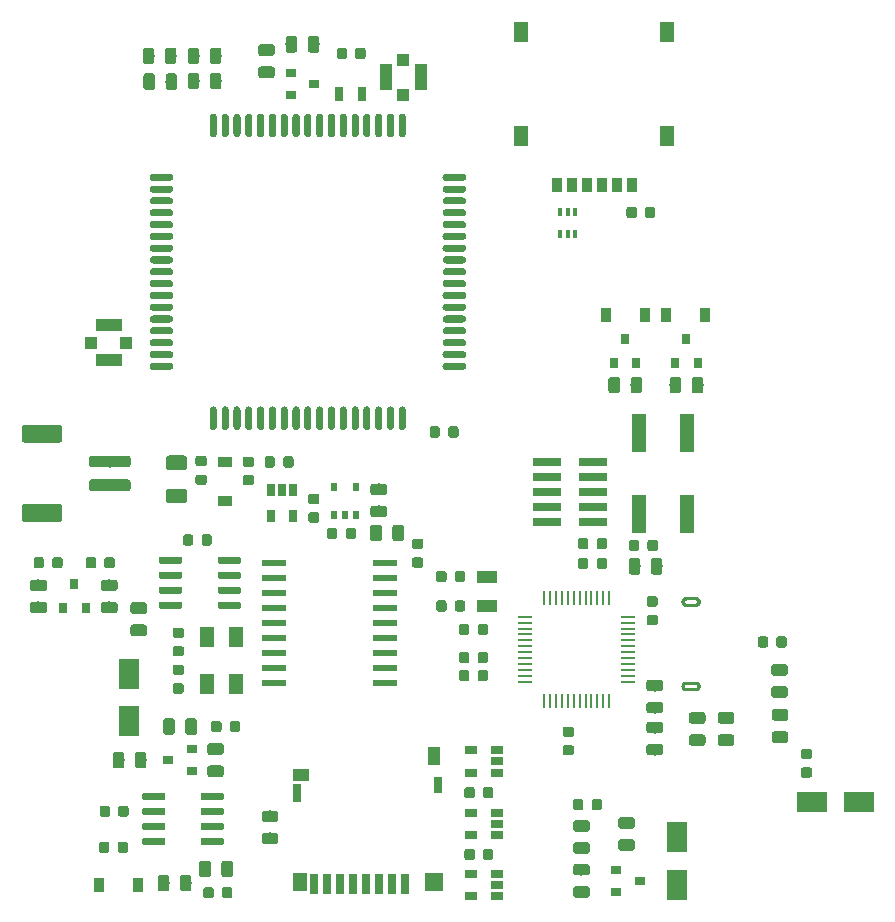
<source format=gbr>
G04 #@! TF.GenerationSoftware,KiCad,Pcbnew,(5.1.4)-1*
G04 #@! TF.CreationDate,2020-04-13T20:16:15-06:00*
G04 #@! TF.ProjectId,ECUGPS,45435547-5053-42e6-9b69-6361645f7063,rev?*
G04 #@! TF.SameCoordinates,Original*
G04 #@! TF.FileFunction,Paste,Top*
G04 #@! TF.FilePolarity,Positive*
%FSLAX46Y46*%
G04 Gerber Fmt 4.6, Leading zero omitted, Abs format (unit mm)*
G04 Created by KiCad (PCBNEW (5.1.4)-1) date 2020-04-13 20:16:15*
%MOMM*%
%LPD*%
G04 APERTURE LIST*
%ADD10C,0.001000*%
%ADD11R,1.300000X1.800000*%
%ADD12R,0.900000X1.200000*%
%ADD13C,0.100000*%
%ADD14C,0.875000*%
%ADD15C,1.500000*%
%ADD16C,1.000000*%
%ADD17R,0.400000X0.650000*%
%ADD18C,0.975000*%
%ADD19R,0.800000X0.900000*%
%ADD20R,1.200000X1.800000*%
%ADD21C,0.600000*%
%ADD22R,0.900000X0.800000*%
%ADD23R,1.800000X2.500000*%
%ADD24R,0.510000X0.700000*%
%ADD25C,1.250000*%
%ADD26R,1.060000X0.650000*%
%ADD27R,0.250000X1.300000*%
%ADD28R,1.300000X0.250000*%
%ADD29R,0.650000X1.060000*%
%ADD30R,1.000000X1.000000*%
%ADD31R,2.200000X1.050000*%
%ADD32R,0.700000X1.300000*%
%ADD33R,1.050000X2.200000*%
%ADD34R,1.200000X0.900000*%
%ADD35R,2.500000X1.800000*%
%ADD36R,0.700000X1.750000*%
%ADD37R,1.300000X1.500000*%
%ADD38R,0.800000X1.500000*%
%ADD39R,1.450000X1.000000*%
%ADD40R,0.800000X1.400000*%
%ADD41R,1.500000X1.500000*%
%ADD42R,1.000000X1.550000*%
%ADD43R,1.800000X1.000000*%
%ADD44R,2.000000X0.600000*%
%ADD45R,1.200000X3.200000*%
%ADD46R,2.400000X0.760000*%
G04 APERTURE END LIST*
D10*
G36*
X145182000Y-100994000D02*
G01*
X145182000Y-101194000D01*
X145582000Y-101194000D01*
X145601626Y-101193486D01*
X145621198Y-101191946D01*
X145640663Y-101189383D01*
X145659967Y-101185805D01*
X145679057Y-101181222D01*
X145697881Y-101175646D01*
X145716388Y-101169093D01*
X145734526Y-101161580D01*
X145752246Y-101153127D01*
X145769500Y-101143760D01*
X145786240Y-101133501D01*
X145802419Y-101122381D01*
X145817995Y-101110430D01*
X145832924Y-101097679D01*
X145847165Y-101084165D01*
X145860679Y-101069924D01*
X145873430Y-101054995D01*
X145885381Y-101039419D01*
X145896501Y-101023240D01*
X145906760Y-101006500D01*
X145916127Y-100989246D01*
X145924580Y-100971526D01*
X145932093Y-100953388D01*
X145938646Y-100934881D01*
X145944222Y-100916057D01*
X145948805Y-100896967D01*
X145952383Y-100877663D01*
X145954946Y-100858198D01*
X145956486Y-100838626D01*
X145957000Y-100819000D01*
X145956486Y-100799374D01*
X145954946Y-100779802D01*
X145952383Y-100760337D01*
X145948805Y-100741033D01*
X145944222Y-100721943D01*
X145938646Y-100703119D01*
X145932093Y-100684612D01*
X145924580Y-100666474D01*
X145916127Y-100648754D01*
X145906760Y-100631500D01*
X145896501Y-100614760D01*
X145885381Y-100598581D01*
X145873430Y-100583005D01*
X145860679Y-100568076D01*
X145847165Y-100553835D01*
X145832924Y-100540321D01*
X145817995Y-100527570D01*
X145802419Y-100515619D01*
X145786240Y-100504499D01*
X145769500Y-100494240D01*
X145752246Y-100484873D01*
X145734526Y-100476420D01*
X145716388Y-100468907D01*
X145697881Y-100462354D01*
X145679057Y-100456778D01*
X145659967Y-100452195D01*
X145640663Y-100448617D01*
X145621198Y-100446054D01*
X145601626Y-100444514D01*
X145582000Y-100444000D01*
X145182000Y-100444000D01*
X145182000Y-100644000D01*
X145582000Y-100644000D01*
X145591159Y-100644240D01*
X145600292Y-100644959D01*
X145609376Y-100646155D01*
X145618385Y-100647824D01*
X145627293Y-100649963D01*
X145636078Y-100652565D01*
X145644714Y-100655623D01*
X145653179Y-100659130D01*
X145661448Y-100663074D01*
X145669500Y-100667446D01*
X145677312Y-100672233D01*
X145684862Y-100677422D01*
X145692131Y-100682999D01*
X145699098Y-100688950D01*
X145705744Y-100695256D01*
X145712050Y-100701902D01*
X145718001Y-100708869D01*
X145723578Y-100716138D01*
X145728767Y-100723688D01*
X145733554Y-100731500D01*
X145737926Y-100739552D01*
X145741870Y-100747821D01*
X145745377Y-100756286D01*
X145748435Y-100764922D01*
X145751037Y-100773707D01*
X145753176Y-100782615D01*
X145754845Y-100791624D01*
X145756041Y-100800708D01*
X145756760Y-100809841D01*
X145757000Y-100819000D01*
X145756760Y-100828159D01*
X145756041Y-100837292D01*
X145754845Y-100846376D01*
X145753176Y-100855385D01*
X145751037Y-100864293D01*
X145748435Y-100873078D01*
X145745377Y-100881714D01*
X145741870Y-100890179D01*
X145737926Y-100898448D01*
X145733554Y-100906500D01*
X145728767Y-100914312D01*
X145723578Y-100921862D01*
X145718001Y-100929131D01*
X145712050Y-100936098D01*
X145705744Y-100942744D01*
X145699098Y-100949050D01*
X145692131Y-100955001D01*
X145684862Y-100960578D01*
X145677312Y-100965767D01*
X145669500Y-100970554D01*
X145661448Y-100974926D01*
X145653179Y-100978870D01*
X145644714Y-100982377D01*
X145636078Y-100985435D01*
X145627293Y-100988037D01*
X145618385Y-100990176D01*
X145609376Y-100991845D01*
X145600292Y-100993041D01*
X145591159Y-100993760D01*
X145582000Y-100994000D01*
X145182000Y-100994000D01*
X145182000Y-100994000D01*
G37*
X145182000Y-100994000D02*
X145182000Y-101194000D01*
X145582000Y-101194000D01*
X145601626Y-101193486D01*
X145621198Y-101191946D01*
X145640663Y-101189383D01*
X145659967Y-101185805D01*
X145679057Y-101181222D01*
X145697881Y-101175646D01*
X145716388Y-101169093D01*
X145734526Y-101161580D01*
X145752246Y-101153127D01*
X145769500Y-101143760D01*
X145786240Y-101133501D01*
X145802419Y-101122381D01*
X145817995Y-101110430D01*
X145832924Y-101097679D01*
X145847165Y-101084165D01*
X145860679Y-101069924D01*
X145873430Y-101054995D01*
X145885381Y-101039419D01*
X145896501Y-101023240D01*
X145906760Y-101006500D01*
X145916127Y-100989246D01*
X145924580Y-100971526D01*
X145932093Y-100953388D01*
X145938646Y-100934881D01*
X145944222Y-100916057D01*
X145948805Y-100896967D01*
X145952383Y-100877663D01*
X145954946Y-100858198D01*
X145956486Y-100838626D01*
X145957000Y-100819000D01*
X145956486Y-100799374D01*
X145954946Y-100779802D01*
X145952383Y-100760337D01*
X145948805Y-100741033D01*
X145944222Y-100721943D01*
X145938646Y-100703119D01*
X145932093Y-100684612D01*
X145924580Y-100666474D01*
X145916127Y-100648754D01*
X145906760Y-100631500D01*
X145896501Y-100614760D01*
X145885381Y-100598581D01*
X145873430Y-100583005D01*
X145860679Y-100568076D01*
X145847165Y-100553835D01*
X145832924Y-100540321D01*
X145817995Y-100527570D01*
X145802419Y-100515619D01*
X145786240Y-100504499D01*
X145769500Y-100494240D01*
X145752246Y-100484873D01*
X145734526Y-100476420D01*
X145716388Y-100468907D01*
X145697881Y-100462354D01*
X145679057Y-100456778D01*
X145659967Y-100452195D01*
X145640663Y-100448617D01*
X145621198Y-100446054D01*
X145601626Y-100444514D01*
X145582000Y-100444000D01*
X145182000Y-100444000D01*
X145182000Y-100644000D01*
X145582000Y-100644000D01*
X145591159Y-100644240D01*
X145600292Y-100644959D01*
X145609376Y-100646155D01*
X145618385Y-100647824D01*
X145627293Y-100649963D01*
X145636078Y-100652565D01*
X145644714Y-100655623D01*
X145653179Y-100659130D01*
X145661448Y-100663074D01*
X145669500Y-100667446D01*
X145677312Y-100672233D01*
X145684862Y-100677422D01*
X145692131Y-100682999D01*
X145699098Y-100688950D01*
X145705744Y-100695256D01*
X145712050Y-100701902D01*
X145718001Y-100708869D01*
X145723578Y-100716138D01*
X145728767Y-100723688D01*
X145733554Y-100731500D01*
X145737926Y-100739552D01*
X145741870Y-100747821D01*
X145745377Y-100756286D01*
X145748435Y-100764922D01*
X145751037Y-100773707D01*
X145753176Y-100782615D01*
X145754845Y-100791624D01*
X145756041Y-100800708D01*
X145756760Y-100809841D01*
X145757000Y-100819000D01*
X145756760Y-100828159D01*
X145756041Y-100837292D01*
X145754845Y-100846376D01*
X145753176Y-100855385D01*
X145751037Y-100864293D01*
X145748435Y-100873078D01*
X145745377Y-100881714D01*
X145741870Y-100890179D01*
X145737926Y-100898448D01*
X145733554Y-100906500D01*
X145728767Y-100914312D01*
X145723578Y-100921862D01*
X145718001Y-100929131D01*
X145712050Y-100936098D01*
X145705744Y-100942744D01*
X145699098Y-100949050D01*
X145692131Y-100955001D01*
X145684862Y-100960578D01*
X145677312Y-100965767D01*
X145669500Y-100970554D01*
X145661448Y-100974926D01*
X145653179Y-100978870D01*
X145644714Y-100982377D01*
X145636078Y-100985435D01*
X145627293Y-100988037D01*
X145618385Y-100990176D01*
X145609376Y-100991845D01*
X145600292Y-100993041D01*
X145591159Y-100993760D01*
X145582000Y-100994000D01*
X145182000Y-100994000D01*
G36*
X145182000Y-100644000D02*
G01*
X145182000Y-100444000D01*
X144782000Y-100444000D01*
X144762374Y-100444514D01*
X144742802Y-100446054D01*
X144723337Y-100448617D01*
X144704033Y-100452195D01*
X144684943Y-100456778D01*
X144666119Y-100462354D01*
X144647612Y-100468907D01*
X144629474Y-100476420D01*
X144611754Y-100484873D01*
X144594500Y-100494240D01*
X144577760Y-100504499D01*
X144561581Y-100515619D01*
X144546005Y-100527570D01*
X144531076Y-100540321D01*
X144516835Y-100553835D01*
X144503321Y-100568076D01*
X144490570Y-100583005D01*
X144478619Y-100598581D01*
X144467499Y-100614760D01*
X144457240Y-100631500D01*
X144447873Y-100648754D01*
X144439420Y-100666474D01*
X144431907Y-100684612D01*
X144425354Y-100703119D01*
X144419778Y-100721943D01*
X144415195Y-100741033D01*
X144411617Y-100760337D01*
X144409054Y-100779802D01*
X144407514Y-100799374D01*
X144407000Y-100819000D01*
X144407514Y-100838626D01*
X144409054Y-100858198D01*
X144411617Y-100877663D01*
X144415195Y-100896967D01*
X144419778Y-100916057D01*
X144425354Y-100934881D01*
X144431907Y-100953388D01*
X144439420Y-100971526D01*
X144447873Y-100989246D01*
X144457240Y-101006500D01*
X144467499Y-101023240D01*
X144478619Y-101039419D01*
X144490570Y-101054995D01*
X144503321Y-101069924D01*
X144516835Y-101084165D01*
X144531076Y-101097679D01*
X144546005Y-101110430D01*
X144561581Y-101122381D01*
X144577760Y-101133501D01*
X144594500Y-101143760D01*
X144611754Y-101153127D01*
X144629474Y-101161580D01*
X144647612Y-101169093D01*
X144666119Y-101175646D01*
X144684943Y-101181222D01*
X144704033Y-101185805D01*
X144723337Y-101189383D01*
X144742802Y-101191946D01*
X144762374Y-101193486D01*
X144782000Y-101194000D01*
X145182000Y-101194000D01*
X145182000Y-100994000D01*
X144782000Y-100994000D01*
X144772841Y-100993760D01*
X144763708Y-100993041D01*
X144754624Y-100991845D01*
X144745615Y-100990176D01*
X144736707Y-100988037D01*
X144727922Y-100985435D01*
X144719286Y-100982377D01*
X144710821Y-100978870D01*
X144702552Y-100974926D01*
X144694500Y-100970554D01*
X144686688Y-100965767D01*
X144679138Y-100960578D01*
X144671869Y-100955001D01*
X144664902Y-100949050D01*
X144658256Y-100942744D01*
X144651950Y-100936098D01*
X144645999Y-100929131D01*
X144640422Y-100921862D01*
X144635233Y-100914312D01*
X144630446Y-100906500D01*
X144626074Y-100898448D01*
X144622130Y-100890179D01*
X144618623Y-100881714D01*
X144615565Y-100873078D01*
X144612963Y-100864293D01*
X144610824Y-100855385D01*
X144609155Y-100846376D01*
X144607959Y-100837292D01*
X144607240Y-100828159D01*
X144607000Y-100819000D01*
X144607240Y-100809841D01*
X144607959Y-100800708D01*
X144609155Y-100791624D01*
X144610824Y-100782615D01*
X144612963Y-100773707D01*
X144615565Y-100764922D01*
X144618623Y-100756286D01*
X144622130Y-100747821D01*
X144626074Y-100739552D01*
X144630446Y-100731500D01*
X144635233Y-100723688D01*
X144640422Y-100716138D01*
X144645999Y-100708869D01*
X144651950Y-100701902D01*
X144658256Y-100695256D01*
X144664902Y-100688950D01*
X144671869Y-100682999D01*
X144679138Y-100677422D01*
X144686688Y-100672233D01*
X144694500Y-100667446D01*
X144702552Y-100663074D01*
X144710821Y-100659130D01*
X144719286Y-100655623D01*
X144727922Y-100652565D01*
X144736707Y-100649963D01*
X144745615Y-100647824D01*
X144754624Y-100646155D01*
X144763708Y-100644959D01*
X144772841Y-100644240D01*
X144782000Y-100644000D01*
X145182000Y-100644000D01*
X145182000Y-100644000D01*
G37*
X145182000Y-100644000D02*
X145182000Y-100444000D01*
X144782000Y-100444000D01*
X144762374Y-100444514D01*
X144742802Y-100446054D01*
X144723337Y-100448617D01*
X144704033Y-100452195D01*
X144684943Y-100456778D01*
X144666119Y-100462354D01*
X144647612Y-100468907D01*
X144629474Y-100476420D01*
X144611754Y-100484873D01*
X144594500Y-100494240D01*
X144577760Y-100504499D01*
X144561581Y-100515619D01*
X144546005Y-100527570D01*
X144531076Y-100540321D01*
X144516835Y-100553835D01*
X144503321Y-100568076D01*
X144490570Y-100583005D01*
X144478619Y-100598581D01*
X144467499Y-100614760D01*
X144457240Y-100631500D01*
X144447873Y-100648754D01*
X144439420Y-100666474D01*
X144431907Y-100684612D01*
X144425354Y-100703119D01*
X144419778Y-100721943D01*
X144415195Y-100741033D01*
X144411617Y-100760337D01*
X144409054Y-100779802D01*
X144407514Y-100799374D01*
X144407000Y-100819000D01*
X144407514Y-100838626D01*
X144409054Y-100858198D01*
X144411617Y-100877663D01*
X144415195Y-100896967D01*
X144419778Y-100916057D01*
X144425354Y-100934881D01*
X144431907Y-100953388D01*
X144439420Y-100971526D01*
X144447873Y-100989246D01*
X144457240Y-101006500D01*
X144467499Y-101023240D01*
X144478619Y-101039419D01*
X144490570Y-101054995D01*
X144503321Y-101069924D01*
X144516835Y-101084165D01*
X144531076Y-101097679D01*
X144546005Y-101110430D01*
X144561581Y-101122381D01*
X144577760Y-101133501D01*
X144594500Y-101143760D01*
X144611754Y-101153127D01*
X144629474Y-101161580D01*
X144647612Y-101169093D01*
X144666119Y-101175646D01*
X144684943Y-101181222D01*
X144704033Y-101185805D01*
X144723337Y-101189383D01*
X144742802Y-101191946D01*
X144762374Y-101193486D01*
X144782000Y-101194000D01*
X145182000Y-101194000D01*
X145182000Y-100994000D01*
X144782000Y-100994000D01*
X144772841Y-100993760D01*
X144763708Y-100993041D01*
X144754624Y-100991845D01*
X144745615Y-100990176D01*
X144736707Y-100988037D01*
X144727922Y-100985435D01*
X144719286Y-100982377D01*
X144710821Y-100978870D01*
X144702552Y-100974926D01*
X144694500Y-100970554D01*
X144686688Y-100965767D01*
X144679138Y-100960578D01*
X144671869Y-100955001D01*
X144664902Y-100949050D01*
X144658256Y-100942744D01*
X144651950Y-100936098D01*
X144645999Y-100929131D01*
X144640422Y-100921862D01*
X144635233Y-100914312D01*
X144630446Y-100906500D01*
X144626074Y-100898448D01*
X144622130Y-100890179D01*
X144618623Y-100881714D01*
X144615565Y-100873078D01*
X144612963Y-100864293D01*
X144610824Y-100855385D01*
X144609155Y-100846376D01*
X144607959Y-100837292D01*
X144607240Y-100828159D01*
X144607000Y-100819000D01*
X144607240Y-100809841D01*
X144607959Y-100800708D01*
X144609155Y-100791624D01*
X144610824Y-100782615D01*
X144612963Y-100773707D01*
X144615565Y-100764922D01*
X144618623Y-100756286D01*
X144622130Y-100747821D01*
X144626074Y-100739552D01*
X144630446Y-100731500D01*
X144635233Y-100723688D01*
X144640422Y-100716138D01*
X144645999Y-100708869D01*
X144651950Y-100701902D01*
X144658256Y-100695256D01*
X144664902Y-100688950D01*
X144671869Y-100682999D01*
X144679138Y-100677422D01*
X144686688Y-100672233D01*
X144694500Y-100667446D01*
X144702552Y-100663074D01*
X144710821Y-100659130D01*
X144719286Y-100655623D01*
X144727922Y-100652565D01*
X144736707Y-100649963D01*
X144745615Y-100647824D01*
X144754624Y-100646155D01*
X144763708Y-100644959D01*
X144772841Y-100644240D01*
X144782000Y-100644000D01*
X145182000Y-100644000D01*
G36*
X145182000Y-108144000D02*
G01*
X145182000Y-108344000D01*
X145582000Y-108344000D01*
X145601626Y-108343486D01*
X145621198Y-108341946D01*
X145640663Y-108339383D01*
X145659967Y-108335805D01*
X145679057Y-108331222D01*
X145697881Y-108325646D01*
X145716388Y-108319093D01*
X145734526Y-108311580D01*
X145752246Y-108303127D01*
X145769500Y-108293760D01*
X145786240Y-108283501D01*
X145802419Y-108272381D01*
X145817995Y-108260430D01*
X145832924Y-108247679D01*
X145847165Y-108234165D01*
X145860679Y-108219924D01*
X145873430Y-108204995D01*
X145885381Y-108189419D01*
X145896501Y-108173240D01*
X145906760Y-108156500D01*
X145916127Y-108139246D01*
X145924580Y-108121526D01*
X145932093Y-108103388D01*
X145938646Y-108084881D01*
X145944222Y-108066057D01*
X145948805Y-108046967D01*
X145952383Y-108027663D01*
X145954946Y-108008198D01*
X145956486Y-107988626D01*
X145957000Y-107969000D01*
X145956486Y-107949374D01*
X145954946Y-107929802D01*
X145952383Y-107910337D01*
X145948805Y-107891033D01*
X145944222Y-107871943D01*
X145938646Y-107853119D01*
X145932093Y-107834612D01*
X145924580Y-107816474D01*
X145916127Y-107798754D01*
X145906760Y-107781500D01*
X145896501Y-107764760D01*
X145885381Y-107748581D01*
X145873430Y-107733005D01*
X145860679Y-107718076D01*
X145847165Y-107703835D01*
X145832924Y-107690321D01*
X145817995Y-107677570D01*
X145802419Y-107665619D01*
X145786240Y-107654499D01*
X145769500Y-107644240D01*
X145752246Y-107634873D01*
X145734526Y-107626420D01*
X145716388Y-107618907D01*
X145697881Y-107612354D01*
X145679057Y-107606778D01*
X145659967Y-107602195D01*
X145640663Y-107598617D01*
X145621198Y-107596054D01*
X145601626Y-107594514D01*
X145582000Y-107594000D01*
X145182000Y-107594000D01*
X145182000Y-107794000D01*
X145582000Y-107794000D01*
X145591159Y-107794240D01*
X145600292Y-107794959D01*
X145609376Y-107796155D01*
X145618385Y-107797824D01*
X145627293Y-107799963D01*
X145636078Y-107802565D01*
X145644714Y-107805623D01*
X145653179Y-107809130D01*
X145661448Y-107813074D01*
X145669500Y-107817446D01*
X145677312Y-107822233D01*
X145684862Y-107827422D01*
X145692131Y-107832999D01*
X145699098Y-107838950D01*
X145705744Y-107845256D01*
X145712050Y-107851902D01*
X145718001Y-107858869D01*
X145723578Y-107866138D01*
X145728767Y-107873688D01*
X145733554Y-107881500D01*
X145737926Y-107889552D01*
X145741870Y-107897821D01*
X145745377Y-107906286D01*
X145748435Y-107914922D01*
X145751037Y-107923707D01*
X145753176Y-107932615D01*
X145754845Y-107941624D01*
X145756041Y-107950708D01*
X145756760Y-107959841D01*
X145757000Y-107969000D01*
X145756760Y-107978159D01*
X145756041Y-107987292D01*
X145754845Y-107996376D01*
X145753176Y-108005385D01*
X145751037Y-108014293D01*
X145748435Y-108023078D01*
X145745377Y-108031714D01*
X145741870Y-108040179D01*
X145737926Y-108048448D01*
X145733554Y-108056500D01*
X145728767Y-108064312D01*
X145723578Y-108071862D01*
X145718001Y-108079131D01*
X145712050Y-108086098D01*
X145705744Y-108092744D01*
X145699098Y-108099050D01*
X145692131Y-108105001D01*
X145684862Y-108110578D01*
X145677312Y-108115767D01*
X145669500Y-108120554D01*
X145661448Y-108124926D01*
X145653179Y-108128870D01*
X145644714Y-108132377D01*
X145636078Y-108135435D01*
X145627293Y-108138037D01*
X145618385Y-108140176D01*
X145609376Y-108141845D01*
X145600292Y-108143041D01*
X145591159Y-108143760D01*
X145582000Y-108144000D01*
X145182000Y-108144000D01*
X145182000Y-108144000D01*
G37*
X145182000Y-108144000D02*
X145182000Y-108344000D01*
X145582000Y-108344000D01*
X145601626Y-108343486D01*
X145621198Y-108341946D01*
X145640663Y-108339383D01*
X145659967Y-108335805D01*
X145679057Y-108331222D01*
X145697881Y-108325646D01*
X145716388Y-108319093D01*
X145734526Y-108311580D01*
X145752246Y-108303127D01*
X145769500Y-108293760D01*
X145786240Y-108283501D01*
X145802419Y-108272381D01*
X145817995Y-108260430D01*
X145832924Y-108247679D01*
X145847165Y-108234165D01*
X145860679Y-108219924D01*
X145873430Y-108204995D01*
X145885381Y-108189419D01*
X145896501Y-108173240D01*
X145906760Y-108156500D01*
X145916127Y-108139246D01*
X145924580Y-108121526D01*
X145932093Y-108103388D01*
X145938646Y-108084881D01*
X145944222Y-108066057D01*
X145948805Y-108046967D01*
X145952383Y-108027663D01*
X145954946Y-108008198D01*
X145956486Y-107988626D01*
X145957000Y-107969000D01*
X145956486Y-107949374D01*
X145954946Y-107929802D01*
X145952383Y-107910337D01*
X145948805Y-107891033D01*
X145944222Y-107871943D01*
X145938646Y-107853119D01*
X145932093Y-107834612D01*
X145924580Y-107816474D01*
X145916127Y-107798754D01*
X145906760Y-107781500D01*
X145896501Y-107764760D01*
X145885381Y-107748581D01*
X145873430Y-107733005D01*
X145860679Y-107718076D01*
X145847165Y-107703835D01*
X145832924Y-107690321D01*
X145817995Y-107677570D01*
X145802419Y-107665619D01*
X145786240Y-107654499D01*
X145769500Y-107644240D01*
X145752246Y-107634873D01*
X145734526Y-107626420D01*
X145716388Y-107618907D01*
X145697881Y-107612354D01*
X145679057Y-107606778D01*
X145659967Y-107602195D01*
X145640663Y-107598617D01*
X145621198Y-107596054D01*
X145601626Y-107594514D01*
X145582000Y-107594000D01*
X145182000Y-107594000D01*
X145182000Y-107794000D01*
X145582000Y-107794000D01*
X145591159Y-107794240D01*
X145600292Y-107794959D01*
X145609376Y-107796155D01*
X145618385Y-107797824D01*
X145627293Y-107799963D01*
X145636078Y-107802565D01*
X145644714Y-107805623D01*
X145653179Y-107809130D01*
X145661448Y-107813074D01*
X145669500Y-107817446D01*
X145677312Y-107822233D01*
X145684862Y-107827422D01*
X145692131Y-107832999D01*
X145699098Y-107838950D01*
X145705744Y-107845256D01*
X145712050Y-107851902D01*
X145718001Y-107858869D01*
X145723578Y-107866138D01*
X145728767Y-107873688D01*
X145733554Y-107881500D01*
X145737926Y-107889552D01*
X145741870Y-107897821D01*
X145745377Y-107906286D01*
X145748435Y-107914922D01*
X145751037Y-107923707D01*
X145753176Y-107932615D01*
X145754845Y-107941624D01*
X145756041Y-107950708D01*
X145756760Y-107959841D01*
X145757000Y-107969000D01*
X145756760Y-107978159D01*
X145756041Y-107987292D01*
X145754845Y-107996376D01*
X145753176Y-108005385D01*
X145751037Y-108014293D01*
X145748435Y-108023078D01*
X145745377Y-108031714D01*
X145741870Y-108040179D01*
X145737926Y-108048448D01*
X145733554Y-108056500D01*
X145728767Y-108064312D01*
X145723578Y-108071862D01*
X145718001Y-108079131D01*
X145712050Y-108086098D01*
X145705744Y-108092744D01*
X145699098Y-108099050D01*
X145692131Y-108105001D01*
X145684862Y-108110578D01*
X145677312Y-108115767D01*
X145669500Y-108120554D01*
X145661448Y-108124926D01*
X145653179Y-108128870D01*
X145644714Y-108132377D01*
X145636078Y-108135435D01*
X145627293Y-108138037D01*
X145618385Y-108140176D01*
X145609376Y-108141845D01*
X145600292Y-108143041D01*
X145591159Y-108143760D01*
X145582000Y-108144000D01*
X145182000Y-108144000D01*
G36*
X145182000Y-107794000D02*
G01*
X145182000Y-107594000D01*
X144782000Y-107594000D01*
X144762374Y-107594514D01*
X144742802Y-107596054D01*
X144723337Y-107598617D01*
X144704033Y-107602195D01*
X144684943Y-107606778D01*
X144666119Y-107612354D01*
X144647612Y-107618907D01*
X144629474Y-107626420D01*
X144611754Y-107634873D01*
X144594500Y-107644240D01*
X144577760Y-107654499D01*
X144561581Y-107665619D01*
X144546005Y-107677570D01*
X144531076Y-107690321D01*
X144516835Y-107703835D01*
X144503321Y-107718076D01*
X144490570Y-107733005D01*
X144478619Y-107748581D01*
X144467499Y-107764760D01*
X144457240Y-107781500D01*
X144447873Y-107798754D01*
X144439420Y-107816474D01*
X144431907Y-107834612D01*
X144425354Y-107853119D01*
X144419778Y-107871943D01*
X144415195Y-107891033D01*
X144411617Y-107910337D01*
X144409054Y-107929802D01*
X144407514Y-107949374D01*
X144407000Y-107969000D01*
X144407514Y-107988626D01*
X144409054Y-108008198D01*
X144411617Y-108027663D01*
X144415195Y-108046967D01*
X144419778Y-108066057D01*
X144425354Y-108084881D01*
X144431907Y-108103388D01*
X144439420Y-108121526D01*
X144447873Y-108139246D01*
X144457240Y-108156500D01*
X144467499Y-108173240D01*
X144478619Y-108189419D01*
X144490570Y-108204995D01*
X144503321Y-108219924D01*
X144516835Y-108234165D01*
X144531076Y-108247679D01*
X144546005Y-108260430D01*
X144561581Y-108272381D01*
X144577760Y-108283501D01*
X144594500Y-108293760D01*
X144611754Y-108303127D01*
X144629474Y-108311580D01*
X144647612Y-108319093D01*
X144666119Y-108325646D01*
X144684943Y-108331222D01*
X144704033Y-108335805D01*
X144723337Y-108339383D01*
X144742802Y-108341946D01*
X144762374Y-108343486D01*
X144782000Y-108344000D01*
X145182000Y-108344000D01*
X145182000Y-108144000D01*
X144782000Y-108144000D01*
X144772841Y-108143760D01*
X144763708Y-108143041D01*
X144754624Y-108141845D01*
X144745615Y-108140176D01*
X144736707Y-108138037D01*
X144727922Y-108135435D01*
X144719286Y-108132377D01*
X144710821Y-108128870D01*
X144702552Y-108124926D01*
X144694500Y-108120554D01*
X144686688Y-108115767D01*
X144679138Y-108110578D01*
X144671869Y-108105001D01*
X144664902Y-108099050D01*
X144658256Y-108092744D01*
X144651950Y-108086098D01*
X144645999Y-108079131D01*
X144640422Y-108071862D01*
X144635233Y-108064312D01*
X144630446Y-108056500D01*
X144626074Y-108048448D01*
X144622130Y-108040179D01*
X144618623Y-108031714D01*
X144615565Y-108023078D01*
X144612963Y-108014293D01*
X144610824Y-108005385D01*
X144609155Y-107996376D01*
X144607959Y-107987292D01*
X144607240Y-107978159D01*
X144607000Y-107969000D01*
X144607240Y-107959841D01*
X144607959Y-107950708D01*
X144609155Y-107941624D01*
X144610824Y-107932615D01*
X144612963Y-107923707D01*
X144615565Y-107914922D01*
X144618623Y-107906286D01*
X144622130Y-107897821D01*
X144626074Y-107889552D01*
X144630446Y-107881500D01*
X144635233Y-107873688D01*
X144640422Y-107866138D01*
X144645999Y-107858869D01*
X144651950Y-107851902D01*
X144658256Y-107845256D01*
X144664902Y-107838950D01*
X144671869Y-107832999D01*
X144679138Y-107827422D01*
X144686688Y-107822233D01*
X144694500Y-107817446D01*
X144702552Y-107813074D01*
X144710821Y-107809130D01*
X144719286Y-107805623D01*
X144727922Y-107802565D01*
X144736707Y-107799963D01*
X144745615Y-107797824D01*
X144754624Y-107796155D01*
X144763708Y-107794959D01*
X144772841Y-107794240D01*
X144782000Y-107794000D01*
X145182000Y-107794000D01*
X145182000Y-107794000D01*
G37*
X145182000Y-107794000D02*
X145182000Y-107594000D01*
X144782000Y-107594000D01*
X144762374Y-107594514D01*
X144742802Y-107596054D01*
X144723337Y-107598617D01*
X144704033Y-107602195D01*
X144684943Y-107606778D01*
X144666119Y-107612354D01*
X144647612Y-107618907D01*
X144629474Y-107626420D01*
X144611754Y-107634873D01*
X144594500Y-107644240D01*
X144577760Y-107654499D01*
X144561581Y-107665619D01*
X144546005Y-107677570D01*
X144531076Y-107690321D01*
X144516835Y-107703835D01*
X144503321Y-107718076D01*
X144490570Y-107733005D01*
X144478619Y-107748581D01*
X144467499Y-107764760D01*
X144457240Y-107781500D01*
X144447873Y-107798754D01*
X144439420Y-107816474D01*
X144431907Y-107834612D01*
X144425354Y-107853119D01*
X144419778Y-107871943D01*
X144415195Y-107891033D01*
X144411617Y-107910337D01*
X144409054Y-107929802D01*
X144407514Y-107949374D01*
X144407000Y-107969000D01*
X144407514Y-107988626D01*
X144409054Y-108008198D01*
X144411617Y-108027663D01*
X144415195Y-108046967D01*
X144419778Y-108066057D01*
X144425354Y-108084881D01*
X144431907Y-108103388D01*
X144439420Y-108121526D01*
X144447873Y-108139246D01*
X144457240Y-108156500D01*
X144467499Y-108173240D01*
X144478619Y-108189419D01*
X144490570Y-108204995D01*
X144503321Y-108219924D01*
X144516835Y-108234165D01*
X144531076Y-108247679D01*
X144546005Y-108260430D01*
X144561581Y-108272381D01*
X144577760Y-108283501D01*
X144594500Y-108293760D01*
X144611754Y-108303127D01*
X144629474Y-108311580D01*
X144647612Y-108319093D01*
X144666119Y-108325646D01*
X144684943Y-108331222D01*
X144704033Y-108335805D01*
X144723337Y-108339383D01*
X144742802Y-108341946D01*
X144762374Y-108343486D01*
X144782000Y-108344000D01*
X145182000Y-108344000D01*
X145182000Y-108144000D01*
X144782000Y-108144000D01*
X144772841Y-108143760D01*
X144763708Y-108143041D01*
X144754624Y-108141845D01*
X144745615Y-108140176D01*
X144736707Y-108138037D01*
X144727922Y-108135435D01*
X144719286Y-108132377D01*
X144710821Y-108128870D01*
X144702552Y-108124926D01*
X144694500Y-108120554D01*
X144686688Y-108115767D01*
X144679138Y-108110578D01*
X144671869Y-108105001D01*
X144664902Y-108099050D01*
X144658256Y-108092744D01*
X144651950Y-108086098D01*
X144645999Y-108079131D01*
X144640422Y-108071862D01*
X144635233Y-108064312D01*
X144630446Y-108056500D01*
X144626074Y-108048448D01*
X144622130Y-108040179D01*
X144618623Y-108031714D01*
X144615565Y-108023078D01*
X144612963Y-108014293D01*
X144610824Y-108005385D01*
X144609155Y-107996376D01*
X144607959Y-107987292D01*
X144607240Y-107978159D01*
X144607000Y-107969000D01*
X144607240Y-107959841D01*
X144607959Y-107950708D01*
X144609155Y-107941624D01*
X144610824Y-107932615D01*
X144612963Y-107923707D01*
X144615565Y-107914922D01*
X144618623Y-107906286D01*
X144622130Y-107897821D01*
X144626074Y-107889552D01*
X144630446Y-107881500D01*
X144635233Y-107873688D01*
X144640422Y-107866138D01*
X144645999Y-107858869D01*
X144651950Y-107851902D01*
X144658256Y-107845256D01*
X144664902Y-107838950D01*
X144671869Y-107832999D01*
X144679138Y-107827422D01*
X144686688Y-107822233D01*
X144694500Y-107817446D01*
X144702552Y-107813074D01*
X144710821Y-107809130D01*
X144719286Y-107805623D01*
X144727922Y-107802565D01*
X144736707Y-107799963D01*
X144745615Y-107797824D01*
X144754624Y-107796155D01*
X144763708Y-107794959D01*
X144772841Y-107794240D01*
X144782000Y-107794000D01*
X145182000Y-107794000D01*
D11*
X130857600Y-52624800D03*
X130857600Y-61424800D03*
X143157600Y-52624800D03*
X143157600Y-61424800D03*
D12*
X133832600Y-65524800D03*
X136372600Y-65524800D03*
X138912600Y-65524800D03*
X135102600Y-65524800D03*
X137642600Y-65524800D03*
X140182600Y-65524800D03*
D13*
G36*
X128281691Y-121750853D02*
G01*
X128302926Y-121754003D01*
X128323750Y-121759219D01*
X128343962Y-121766451D01*
X128363368Y-121775630D01*
X128381781Y-121786666D01*
X128399024Y-121799454D01*
X128414930Y-121813870D01*
X128429346Y-121829776D01*
X128442134Y-121847019D01*
X128453170Y-121865432D01*
X128462349Y-121884838D01*
X128469581Y-121905050D01*
X128474797Y-121925874D01*
X128477947Y-121947109D01*
X128479000Y-121968550D01*
X128479000Y-122481050D01*
X128477947Y-122502491D01*
X128474797Y-122523726D01*
X128469581Y-122544550D01*
X128462349Y-122564762D01*
X128453170Y-122584168D01*
X128442134Y-122602581D01*
X128429346Y-122619824D01*
X128414930Y-122635730D01*
X128399024Y-122650146D01*
X128381781Y-122662934D01*
X128363368Y-122673970D01*
X128343962Y-122683149D01*
X128323750Y-122690381D01*
X128302926Y-122695597D01*
X128281691Y-122698747D01*
X128260250Y-122699800D01*
X127822750Y-122699800D01*
X127801309Y-122698747D01*
X127780074Y-122695597D01*
X127759250Y-122690381D01*
X127739038Y-122683149D01*
X127719632Y-122673970D01*
X127701219Y-122662934D01*
X127683976Y-122650146D01*
X127668070Y-122635730D01*
X127653654Y-122619824D01*
X127640866Y-122602581D01*
X127629830Y-122584168D01*
X127620651Y-122564762D01*
X127613419Y-122544550D01*
X127608203Y-122523726D01*
X127605053Y-122502491D01*
X127604000Y-122481050D01*
X127604000Y-121968550D01*
X127605053Y-121947109D01*
X127608203Y-121925874D01*
X127613419Y-121905050D01*
X127620651Y-121884838D01*
X127629830Y-121865432D01*
X127640866Y-121847019D01*
X127653654Y-121829776D01*
X127668070Y-121813870D01*
X127683976Y-121799454D01*
X127701219Y-121786666D01*
X127719632Y-121775630D01*
X127739038Y-121766451D01*
X127759250Y-121759219D01*
X127780074Y-121754003D01*
X127801309Y-121750853D01*
X127822750Y-121749800D01*
X128260250Y-121749800D01*
X128281691Y-121750853D01*
X128281691Y-121750853D01*
G37*
D14*
X128041500Y-122224800D03*
D13*
G36*
X126706691Y-121750853D02*
G01*
X126727926Y-121754003D01*
X126748750Y-121759219D01*
X126768962Y-121766451D01*
X126788368Y-121775630D01*
X126806781Y-121786666D01*
X126824024Y-121799454D01*
X126839930Y-121813870D01*
X126854346Y-121829776D01*
X126867134Y-121847019D01*
X126878170Y-121865432D01*
X126887349Y-121884838D01*
X126894581Y-121905050D01*
X126899797Y-121925874D01*
X126902947Y-121947109D01*
X126904000Y-121968550D01*
X126904000Y-122481050D01*
X126902947Y-122502491D01*
X126899797Y-122523726D01*
X126894581Y-122544550D01*
X126887349Y-122564762D01*
X126878170Y-122584168D01*
X126867134Y-122602581D01*
X126854346Y-122619824D01*
X126839930Y-122635730D01*
X126824024Y-122650146D01*
X126806781Y-122662934D01*
X126788368Y-122673970D01*
X126768962Y-122683149D01*
X126748750Y-122690381D01*
X126727926Y-122695597D01*
X126706691Y-122698747D01*
X126685250Y-122699800D01*
X126247750Y-122699800D01*
X126226309Y-122698747D01*
X126205074Y-122695597D01*
X126184250Y-122690381D01*
X126164038Y-122683149D01*
X126144632Y-122673970D01*
X126126219Y-122662934D01*
X126108976Y-122650146D01*
X126093070Y-122635730D01*
X126078654Y-122619824D01*
X126065866Y-122602581D01*
X126054830Y-122584168D01*
X126045651Y-122564762D01*
X126038419Y-122544550D01*
X126033203Y-122523726D01*
X126030053Y-122502491D01*
X126029000Y-122481050D01*
X126029000Y-121968550D01*
X126030053Y-121947109D01*
X126033203Y-121925874D01*
X126038419Y-121905050D01*
X126045651Y-121884838D01*
X126054830Y-121865432D01*
X126065866Y-121847019D01*
X126078654Y-121829776D01*
X126093070Y-121813870D01*
X126108976Y-121799454D01*
X126126219Y-121786666D01*
X126144632Y-121775630D01*
X126164038Y-121766451D01*
X126184250Y-121759219D01*
X126205074Y-121754003D01*
X126226309Y-121750853D01*
X126247750Y-121749800D01*
X126685250Y-121749800D01*
X126706691Y-121750853D01*
X126706691Y-121750853D01*
G37*
D14*
X126466500Y-122224800D03*
D13*
G36*
X115073491Y-94572853D02*
G01*
X115094726Y-94576003D01*
X115115550Y-94581219D01*
X115135762Y-94588451D01*
X115155168Y-94597630D01*
X115173581Y-94608666D01*
X115190824Y-94621454D01*
X115206730Y-94635870D01*
X115221146Y-94651776D01*
X115233934Y-94669019D01*
X115244970Y-94687432D01*
X115254149Y-94706838D01*
X115261381Y-94727050D01*
X115266597Y-94747874D01*
X115269747Y-94769109D01*
X115270800Y-94790550D01*
X115270800Y-95303050D01*
X115269747Y-95324491D01*
X115266597Y-95345726D01*
X115261381Y-95366550D01*
X115254149Y-95386762D01*
X115244970Y-95406168D01*
X115233934Y-95424581D01*
X115221146Y-95441824D01*
X115206730Y-95457730D01*
X115190824Y-95472146D01*
X115173581Y-95484934D01*
X115155168Y-95495970D01*
X115135762Y-95505149D01*
X115115550Y-95512381D01*
X115094726Y-95517597D01*
X115073491Y-95520747D01*
X115052050Y-95521800D01*
X114614550Y-95521800D01*
X114593109Y-95520747D01*
X114571874Y-95517597D01*
X114551050Y-95512381D01*
X114530838Y-95505149D01*
X114511432Y-95495970D01*
X114493019Y-95484934D01*
X114475776Y-95472146D01*
X114459870Y-95457730D01*
X114445454Y-95441824D01*
X114432666Y-95424581D01*
X114421630Y-95406168D01*
X114412451Y-95386762D01*
X114405219Y-95366550D01*
X114400003Y-95345726D01*
X114396853Y-95324491D01*
X114395800Y-95303050D01*
X114395800Y-94790550D01*
X114396853Y-94769109D01*
X114400003Y-94747874D01*
X114405219Y-94727050D01*
X114412451Y-94706838D01*
X114421630Y-94687432D01*
X114432666Y-94669019D01*
X114445454Y-94651776D01*
X114459870Y-94635870D01*
X114475776Y-94621454D01*
X114493019Y-94608666D01*
X114511432Y-94597630D01*
X114530838Y-94588451D01*
X114551050Y-94581219D01*
X114571874Y-94576003D01*
X114593109Y-94572853D01*
X114614550Y-94571800D01*
X115052050Y-94571800D01*
X115073491Y-94572853D01*
X115073491Y-94572853D01*
G37*
D14*
X114833300Y-95046800D03*
D13*
G36*
X116648491Y-94572853D02*
G01*
X116669726Y-94576003D01*
X116690550Y-94581219D01*
X116710762Y-94588451D01*
X116730168Y-94597630D01*
X116748581Y-94608666D01*
X116765824Y-94621454D01*
X116781730Y-94635870D01*
X116796146Y-94651776D01*
X116808934Y-94669019D01*
X116819970Y-94687432D01*
X116829149Y-94706838D01*
X116836381Y-94727050D01*
X116841597Y-94747874D01*
X116844747Y-94769109D01*
X116845800Y-94790550D01*
X116845800Y-95303050D01*
X116844747Y-95324491D01*
X116841597Y-95345726D01*
X116836381Y-95366550D01*
X116829149Y-95386762D01*
X116819970Y-95406168D01*
X116808934Y-95424581D01*
X116796146Y-95441824D01*
X116781730Y-95457730D01*
X116765824Y-95472146D01*
X116748581Y-95484934D01*
X116730168Y-95495970D01*
X116710762Y-95505149D01*
X116690550Y-95512381D01*
X116669726Y-95517597D01*
X116648491Y-95520747D01*
X116627050Y-95521800D01*
X116189550Y-95521800D01*
X116168109Y-95520747D01*
X116146874Y-95517597D01*
X116126050Y-95512381D01*
X116105838Y-95505149D01*
X116086432Y-95495970D01*
X116068019Y-95484934D01*
X116050776Y-95472146D01*
X116034870Y-95457730D01*
X116020454Y-95441824D01*
X116007666Y-95424581D01*
X115996630Y-95406168D01*
X115987451Y-95386762D01*
X115980219Y-95366550D01*
X115975003Y-95345726D01*
X115971853Y-95324491D01*
X115970800Y-95303050D01*
X115970800Y-94790550D01*
X115971853Y-94769109D01*
X115975003Y-94747874D01*
X115980219Y-94727050D01*
X115987451Y-94706838D01*
X115996630Y-94687432D01*
X116007666Y-94669019D01*
X116020454Y-94651776D01*
X116034870Y-94635870D01*
X116050776Y-94621454D01*
X116068019Y-94608666D01*
X116086432Y-94597630D01*
X116105838Y-94588451D01*
X116126050Y-94581219D01*
X116146874Y-94576003D01*
X116168109Y-94572853D01*
X116189550Y-94571800D01*
X116627050Y-94571800D01*
X116648491Y-94572853D01*
X116648491Y-94572853D01*
G37*
D14*
X116408300Y-95046800D03*
D13*
G36*
X91741704Y-92568004D02*
G01*
X91765973Y-92571604D01*
X91789771Y-92577565D01*
X91812871Y-92585830D01*
X91835049Y-92596320D01*
X91856093Y-92608933D01*
X91875798Y-92623547D01*
X91893977Y-92640023D01*
X91910453Y-92658202D01*
X91925067Y-92677907D01*
X91937680Y-92698951D01*
X91948170Y-92721129D01*
X91956435Y-92744229D01*
X91962396Y-92768027D01*
X91965996Y-92792296D01*
X91967200Y-92816800D01*
X91967200Y-93816800D01*
X91965996Y-93841304D01*
X91962396Y-93865573D01*
X91956435Y-93889371D01*
X91948170Y-93912471D01*
X91937680Y-93934649D01*
X91925067Y-93955693D01*
X91910453Y-93975398D01*
X91893977Y-93993577D01*
X91875798Y-94010053D01*
X91856093Y-94024667D01*
X91835049Y-94037280D01*
X91812871Y-94047770D01*
X91789771Y-94056035D01*
X91765973Y-94061996D01*
X91741704Y-94065596D01*
X91717200Y-94066800D01*
X88817200Y-94066800D01*
X88792696Y-94065596D01*
X88768427Y-94061996D01*
X88744629Y-94056035D01*
X88721529Y-94047770D01*
X88699351Y-94037280D01*
X88678307Y-94024667D01*
X88658602Y-94010053D01*
X88640423Y-93993577D01*
X88623947Y-93975398D01*
X88609333Y-93955693D01*
X88596720Y-93934649D01*
X88586230Y-93912471D01*
X88577965Y-93889371D01*
X88572004Y-93865573D01*
X88568404Y-93841304D01*
X88567200Y-93816800D01*
X88567200Y-92816800D01*
X88568404Y-92792296D01*
X88572004Y-92768027D01*
X88577965Y-92744229D01*
X88586230Y-92721129D01*
X88596720Y-92698951D01*
X88609333Y-92677907D01*
X88623947Y-92658202D01*
X88640423Y-92640023D01*
X88658602Y-92623547D01*
X88678307Y-92608933D01*
X88699351Y-92596320D01*
X88721529Y-92585830D01*
X88744629Y-92577565D01*
X88768427Y-92571604D01*
X88792696Y-92568004D01*
X88817200Y-92566800D01*
X91717200Y-92566800D01*
X91741704Y-92568004D01*
X91741704Y-92568004D01*
G37*
D15*
X90267200Y-93316800D03*
D13*
G36*
X91741704Y-85868004D02*
G01*
X91765973Y-85871604D01*
X91789771Y-85877565D01*
X91812871Y-85885830D01*
X91835049Y-85896320D01*
X91856093Y-85908933D01*
X91875798Y-85923547D01*
X91893977Y-85940023D01*
X91910453Y-85958202D01*
X91925067Y-85977907D01*
X91937680Y-85998951D01*
X91948170Y-86021129D01*
X91956435Y-86044229D01*
X91962396Y-86068027D01*
X91965996Y-86092296D01*
X91967200Y-86116800D01*
X91967200Y-87116800D01*
X91965996Y-87141304D01*
X91962396Y-87165573D01*
X91956435Y-87189371D01*
X91948170Y-87212471D01*
X91937680Y-87234649D01*
X91925067Y-87255693D01*
X91910453Y-87275398D01*
X91893977Y-87293577D01*
X91875798Y-87310053D01*
X91856093Y-87324667D01*
X91835049Y-87337280D01*
X91812871Y-87347770D01*
X91789771Y-87356035D01*
X91765973Y-87361996D01*
X91741704Y-87365596D01*
X91717200Y-87366800D01*
X88817200Y-87366800D01*
X88792696Y-87365596D01*
X88768427Y-87361996D01*
X88744629Y-87356035D01*
X88721529Y-87347770D01*
X88699351Y-87337280D01*
X88678307Y-87324667D01*
X88658602Y-87310053D01*
X88640423Y-87293577D01*
X88623947Y-87275398D01*
X88609333Y-87255693D01*
X88596720Y-87234649D01*
X88586230Y-87212471D01*
X88577965Y-87189371D01*
X88572004Y-87165573D01*
X88568404Y-87141304D01*
X88567200Y-87116800D01*
X88567200Y-86116800D01*
X88568404Y-86092296D01*
X88572004Y-86068027D01*
X88577965Y-86044229D01*
X88586230Y-86021129D01*
X88596720Y-85998951D01*
X88609333Y-85977907D01*
X88623947Y-85958202D01*
X88640423Y-85940023D01*
X88658602Y-85923547D01*
X88678307Y-85908933D01*
X88699351Y-85896320D01*
X88721529Y-85885830D01*
X88744629Y-85877565D01*
X88768427Y-85871604D01*
X88792696Y-85868004D01*
X88817200Y-85866800D01*
X91717200Y-85866800D01*
X91741704Y-85868004D01*
X91741704Y-85868004D01*
G37*
D15*
X90267200Y-86616800D03*
D13*
G36*
X97541704Y-90468004D02*
G01*
X97565973Y-90471604D01*
X97589771Y-90477565D01*
X97612871Y-90485830D01*
X97635049Y-90496320D01*
X97656093Y-90508933D01*
X97675798Y-90523547D01*
X97693977Y-90540023D01*
X97710453Y-90558202D01*
X97725067Y-90577907D01*
X97737680Y-90598951D01*
X97748170Y-90621129D01*
X97756435Y-90644229D01*
X97762396Y-90668027D01*
X97765996Y-90692296D01*
X97767200Y-90716800D01*
X97767200Y-91216800D01*
X97765996Y-91241304D01*
X97762396Y-91265573D01*
X97756435Y-91289371D01*
X97748170Y-91312471D01*
X97737680Y-91334649D01*
X97725067Y-91355693D01*
X97710453Y-91375398D01*
X97693977Y-91393577D01*
X97675798Y-91410053D01*
X97656093Y-91424667D01*
X97635049Y-91437280D01*
X97612871Y-91447770D01*
X97589771Y-91456035D01*
X97565973Y-91461996D01*
X97541704Y-91465596D01*
X97517200Y-91466800D01*
X94517200Y-91466800D01*
X94492696Y-91465596D01*
X94468427Y-91461996D01*
X94444629Y-91456035D01*
X94421529Y-91447770D01*
X94399351Y-91437280D01*
X94378307Y-91424667D01*
X94358602Y-91410053D01*
X94340423Y-91393577D01*
X94323947Y-91375398D01*
X94309333Y-91355693D01*
X94296720Y-91334649D01*
X94286230Y-91312471D01*
X94277965Y-91289371D01*
X94272004Y-91265573D01*
X94268404Y-91241304D01*
X94267200Y-91216800D01*
X94267200Y-90716800D01*
X94268404Y-90692296D01*
X94272004Y-90668027D01*
X94277965Y-90644229D01*
X94286230Y-90621129D01*
X94296720Y-90598951D01*
X94309333Y-90577907D01*
X94323947Y-90558202D01*
X94340423Y-90540023D01*
X94358602Y-90523547D01*
X94378307Y-90508933D01*
X94399351Y-90496320D01*
X94421529Y-90485830D01*
X94444629Y-90477565D01*
X94468427Y-90471604D01*
X94492696Y-90468004D01*
X94517200Y-90466800D01*
X97517200Y-90466800D01*
X97541704Y-90468004D01*
X97541704Y-90468004D01*
G37*
D16*
X96017200Y-90966800D03*
D13*
G36*
X97541704Y-88468004D02*
G01*
X97565973Y-88471604D01*
X97589771Y-88477565D01*
X97612871Y-88485830D01*
X97635049Y-88496320D01*
X97656093Y-88508933D01*
X97675798Y-88523547D01*
X97693977Y-88540023D01*
X97710453Y-88558202D01*
X97725067Y-88577907D01*
X97737680Y-88598951D01*
X97748170Y-88621129D01*
X97756435Y-88644229D01*
X97762396Y-88668027D01*
X97765996Y-88692296D01*
X97767200Y-88716800D01*
X97767200Y-89216800D01*
X97765996Y-89241304D01*
X97762396Y-89265573D01*
X97756435Y-89289371D01*
X97748170Y-89312471D01*
X97737680Y-89334649D01*
X97725067Y-89355693D01*
X97710453Y-89375398D01*
X97693977Y-89393577D01*
X97675798Y-89410053D01*
X97656093Y-89424667D01*
X97635049Y-89437280D01*
X97612871Y-89447770D01*
X97589771Y-89456035D01*
X97565973Y-89461996D01*
X97541704Y-89465596D01*
X97517200Y-89466800D01*
X94517200Y-89466800D01*
X94492696Y-89465596D01*
X94468427Y-89461996D01*
X94444629Y-89456035D01*
X94421529Y-89447770D01*
X94399351Y-89437280D01*
X94378307Y-89424667D01*
X94358602Y-89410053D01*
X94340423Y-89393577D01*
X94323947Y-89375398D01*
X94309333Y-89355693D01*
X94296720Y-89334649D01*
X94286230Y-89312471D01*
X94277965Y-89289371D01*
X94272004Y-89265573D01*
X94268404Y-89241304D01*
X94267200Y-89216800D01*
X94267200Y-88716800D01*
X94268404Y-88692296D01*
X94272004Y-88668027D01*
X94277965Y-88644229D01*
X94286230Y-88621129D01*
X94296720Y-88598951D01*
X94309333Y-88577907D01*
X94323947Y-88558202D01*
X94340423Y-88540023D01*
X94358602Y-88523547D01*
X94378307Y-88508933D01*
X94399351Y-88496320D01*
X94421529Y-88485830D01*
X94444629Y-88477565D01*
X94468427Y-88471604D01*
X94492696Y-88468004D01*
X94517200Y-88466800D01*
X97517200Y-88466800D01*
X97541704Y-88468004D01*
X97541704Y-88468004D01*
G37*
D16*
X96017200Y-88966800D03*
D17*
X134122400Y-67833200D03*
X135422400Y-67833200D03*
X134772400Y-69733200D03*
X134772400Y-67833200D03*
X135422400Y-69733200D03*
X134122400Y-69733200D03*
D13*
G36*
X140230942Y-120948774D02*
G01*
X140254603Y-120952284D01*
X140277807Y-120958096D01*
X140300329Y-120966154D01*
X140321953Y-120976382D01*
X140342470Y-120988679D01*
X140361683Y-121002929D01*
X140379407Y-121018993D01*
X140395471Y-121036717D01*
X140409721Y-121055930D01*
X140422018Y-121076447D01*
X140432246Y-121098071D01*
X140440304Y-121120593D01*
X140446116Y-121143797D01*
X140449626Y-121167458D01*
X140450800Y-121191350D01*
X140450800Y-121678850D01*
X140449626Y-121702742D01*
X140446116Y-121726403D01*
X140440304Y-121749607D01*
X140432246Y-121772129D01*
X140422018Y-121793753D01*
X140409721Y-121814270D01*
X140395471Y-121833483D01*
X140379407Y-121851207D01*
X140361683Y-121867271D01*
X140342470Y-121881521D01*
X140321953Y-121893818D01*
X140300329Y-121904046D01*
X140277807Y-121912104D01*
X140254603Y-121917916D01*
X140230942Y-121921426D01*
X140207050Y-121922600D01*
X139294550Y-121922600D01*
X139270658Y-121921426D01*
X139246997Y-121917916D01*
X139223793Y-121912104D01*
X139201271Y-121904046D01*
X139179647Y-121893818D01*
X139159130Y-121881521D01*
X139139917Y-121867271D01*
X139122193Y-121851207D01*
X139106129Y-121833483D01*
X139091879Y-121814270D01*
X139079582Y-121793753D01*
X139069354Y-121772129D01*
X139061296Y-121749607D01*
X139055484Y-121726403D01*
X139051974Y-121702742D01*
X139050800Y-121678850D01*
X139050800Y-121191350D01*
X139051974Y-121167458D01*
X139055484Y-121143797D01*
X139061296Y-121120593D01*
X139069354Y-121098071D01*
X139079582Y-121076447D01*
X139091879Y-121055930D01*
X139106129Y-121036717D01*
X139122193Y-121018993D01*
X139139917Y-121002929D01*
X139159130Y-120988679D01*
X139179647Y-120976382D01*
X139201271Y-120966154D01*
X139223793Y-120958096D01*
X139246997Y-120952284D01*
X139270658Y-120948774D01*
X139294550Y-120947600D01*
X140207050Y-120947600D01*
X140230942Y-120948774D01*
X140230942Y-120948774D01*
G37*
D18*
X139750800Y-121435100D03*
D13*
G36*
X140230942Y-119073774D02*
G01*
X140254603Y-119077284D01*
X140277807Y-119083096D01*
X140300329Y-119091154D01*
X140321953Y-119101382D01*
X140342470Y-119113679D01*
X140361683Y-119127929D01*
X140379407Y-119143993D01*
X140395471Y-119161717D01*
X140409721Y-119180930D01*
X140422018Y-119201447D01*
X140432246Y-119223071D01*
X140440304Y-119245593D01*
X140446116Y-119268797D01*
X140449626Y-119292458D01*
X140450800Y-119316350D01*
X140450800Y-119803850D01*
X140449626Y-119827742D01*
X140446116Y-119851403D01*
X140440304Y-119874607D01*
X140432246Y-119897129D01*
X140422018Y-119918753D01*
X140409721Y-119939270D01*
X140395471Y-119958483D01*
X140379407Y-119976207D01*
X140361683Y-119992271D01*
X140342470Y-120006521D01*
X140321953Y-120018818D01*
X140300329Y-120029046D01*
X140277807Y-120037104D01*
X140254603Y-120042916D01*
X140230942Y-120046426D01*
X140207050Y-120047600D01*
X139294550Y-120047600D01*
X139270658Y-120046426D01*
X139246997Y-120042916D01*
X139223793Y-120037104D01*
X139201271Y-120029046D01*
X139179647Y-120018818D01*
X139159130Y-120006521D01*
X139139917Y-119992271D01*
X139122193Y-119976207D01*
X139106129Y-119958483D01*
X139091879Y-119939270D01*
X139079582Y-119918753D01*
X139069354Y-119897129D01*
X139061296Y-119874607D01*
X139055484Y-119851403D01*
X139051974Y-119827742D01*
X139050800Y-119803850D01*
X139050800Y-119316350D01*
X139051974Y-119292458D01*
X139055484Y-119268797D01*
X139061296Y-119245593D01*
X139069354Y-119223071D01*
X139079582Y-119201447D01*
X139091879Y-119180930D01*
X139106129Y-119161717D01*
X139122193Y-119143993D01*
X139139917Y-119127929D01*
X139159130Y-119113679D01*
X139179647Y-119101382D01*
X139201271Y-119091154D01*
X139223793Y-119083096D01*
X139246997Y-119077284D01*
X139270658Y-119073774D01*
X139294550Y-119072600D01*
X140207050Y-119072600D01*
X140230942Y-119073774D01*
X140230942Y-119073774D01*
G37*
D18*
X139750800Y-119560100D03*
D19*
X92064800Y-101330000D03*
X93964800Y-101330000D03*
X93014800Y-99330000D03*
D20*
X106660800Y-103816400D03*
X106660800Y-107816400D03*
X104260800Y-107816400D03*
X104260800Y-103816400D03*
D13*
G36*
X101996703Y-100818122D02*
G01*
X102011264Y-100820282D01*
X102025543Y-100823859D01*
X102039403Y-100828818D01*
X102052710Y-100835112D01*
X102065336Y-100842680D01*
X102077159Y-100851448D01*
X102088066Y-100861334D01*
X102097952Y-100872241D01*
X102106720Y-100884064D01*
X102114288Y-100896690D01*
X102120582Y-100909997D01*
X102125541Y-100923857D01*
X102129118Y-100938136D01*
X102131278Y-100952697D01*
X102132000Y-100967400D01*
X102132000Y-101267400D01*
X102131278Y-101282103D01*
X102129118Y-101296664D01*
X102125541Y-101310943D01*
X102120582Y-101324803D01*
X102114288Y-101338110D01*
X102106720Y-101350736D01*
X102097952Y-101362559D01*
X102088066Y-101373466D01*
X102077159Y-101383352D01*
X102065336Y-101392120D01*
X102052710Y-101399688D01*
X102039403Y-101405982D01*
X102025543Y-101410941D01*
X102011264Y-101414518D01*
X101996703Y-101416678D01*
X101982000Y-101417400D01*
X100332000Y-101417400D01*
X100317297Y-101416678D01*
X100302736Y-101414518D01*
X100288457Y-101410941D01*
X100274597Y-101405982D01*
X100261290Y-101399688D01*
X100248664Y-101392120D01*
X100236841Y-101383352D01*
X100225934Y-101373466D01*
X100216048Y-101362559D01*
X100207280Y-101350736D01*
X100199712Y-101338110D01*
X100193418Y-101324803D01*
X100188459Y-101310943D01*
X100184882Y-101296664D01*
X100182722Y-101282103D01*
X100182000Y-101267400D01*
X100182000Y-100967400D01*
X100182722Y-100952697D01*
X100184882Y-100938136D01*
X100188459Y-100923857D01*
X100193418Y-100909997D01*
X100199712Y-100896690D01*
X100207280Y-100884064D01*
X100216048Y-100872241D01*
X100225934Y-100861334D01*
X100236841Y-100851448D01*
X100248664Y-100842680D01*
X100261290Y-100835112D01*
X100274597Y-100828818D01*
X100288457Y-100823859D01*
X100302736Y-100820282D01*
X100317297Y-100818122D01*
X100332000Y-100817400D01*
X101982000Y-100817400D01*
X101996703Y-100818122D01*
X101996703Y-100818122D01*
G37*
D21*
X101157000Y-101117400D03*
D13*
G36*
X101996703Y-99548122D02*
G01*
X102011264Y-99550282D01*
X102025543Y-99553859D01*
X102039403Y-99558818D01*
X102052710Y-99565112D01*
X102065336Y-99572680D01*
X102077159Y-99581448D01*
X102088066Y-99591334D01*
X102097952Y-99602241D01*
X102106720Y-99614064D01*
X102114288Y-99626690D01*
X102120582Y-99639997D01*
X102125541Y-99653857D01*
X102129118Y-99668136D01*
X102131278Y-99682697D01*
X102132000Y-99697400D01*
X102132000Y-99997400D01*
X102131278Y-100012103D01*
X102129118Y-100026664D01*
X102125541Y-100040943D01*
X102120582Y-100054803D01*
X102114288Y-100068110D01*
X102106720Y-100080736D01*
X102097952Y-100092559D01*
X102088066Y-100103466D01*
X102077159Y-100113352D01*
X102065336Y-100122120D01*
X102052710Y-100129688D01*
X102039403Y-100135982D01*
X102025543Y-100140941D01*
X102011264Y-100144518D01*
X101996703Y-100146678D01*
X101982000Y-100147400D01*
X100332000Y-100147400D01*
X100317297Y-100146678D01*
X100302736Y-100144518D01*
X100288457Y-100140941D01*
X100274597Y-100135982D01*
X100261290Y-100129688D01*
X100248664Y-100122120D01*
X100236841Y-100113352D01*
X100225934Y-100103466D01*
X100216048Y-100092559D01*
X100207280Y-100080736D01*
X100199712Y-100068110D01*
X100193418Y-100054803D01*
X100188459Y-100040943D01*
X100184882Y-100026664D01*
X100182722Y-100012103D01*
X100182000Y-99997400D01*
X100182000Y-99697400D01*
X100182722Y-99682697D01*
X100184882Y-99668136D01*
X100188459Y-99653857D01*
X100193418Y-99639997D01*
X100199712Y-99626690D01*
X100207280Y-99614064D01*
X100216048Y-99602241D01*
X100225934Y-99591334D01*
X100236841Y-99581448D01*
X100248664Y-99572680D01*
X100261290Y-99565112D01*
X100274597Y-99558818D01*
X100288457Y-99553859D01*
X100302736Y-99550282D01*
X100317297Y-99548122D01*
X100332000Y-99547400D01*
X101982000Y-99547400D01*
X101996703Y-99548122D01*
X101996703Y-99548122D01*
G37*
D21*
X101157000Y-99847400D03*
D13*
G36*
X101996703Y-98278122D02*
G01*
X102011264Y-98280282D01*
X102025543Y-98283859D01*
X102039403Y-98288818D01*
X102052710Y-98295112D01*
X102065336Y-98302680D01*
X102077159Y-98311448D01*
X102088066Y-98321334D01*
X102097952Y-98332241D01*
X102106720Y-98344064D01*
X102114288Y-98356690D01*
X102120582Y-98369997D01*
X102125541Y-98383857D01*
X102129118Y-98398136D01*
X102131278Y-98412697D01*
X102132000Y-98427400D01*
X102132000Y-98727400D01*
X102131278Y-98742103D01*
X102129118Y-98756664D01*
X102125541Y-98770943D01*
X102120582Y-98784803D01*
X102114288Y-98798110D01*
X102106720Y-98810736D01*
X102097952Y-98822559D01*
X102088066Y-98833466D01*
X102077159Y-98843352D01*
X102065336Y-98852120D01*
X102052710Y-98859688D01*
X102039403Y-98865982D01*
X102025543Y-98870941D01*
X102011264Y-98874518D01*
X101996703Y-98876678D01*
X101982000Y-98877400D01*
X100332000Y-98877400D01*
X100317297Y-98876678D01*
X100302736Y-98874518D01*
X100288457Y-98870941D01*
X100274597Y-98865982D01*
X100261290Y-98859688D01*
X100248664Y-98852120D01*
X100236841Y-98843352D01*
X100225934Y-98833466D01*
X100216048Y-98822559D01*
X100207280Y-98810736D01*
X100199712Y-98798110D01*
X100193418Y-98784803D01*
X100188459Y-98770943D01*
X100184882Y-98756664D01*
X100182722Y-98742103D01*
X100182000Y-98727400D01*
X100182000Y-98427400D01*
X100182722Y-98412697D01*
X100184882Y-98398136D01*
X100188459Y-98383857D01*
X100193418Y-98369997D01*
X100199712Y-98356690D01*
X100207280Y-98344064D01*
X100216048Y-98332241D01*
X100225934Y-98321334D01*
X100236841Y-98311448D01*
X100248664Y-98302680D01*
X100261290Y-98295112D01*
X100274597Y-98288818D01*
X100288457Y-98283859D01*
X100302736Y-98280282D01*
X100317297Y-98278122D01*
X100332000Y-98277400D01*
X101982000Y-98277400D01*
X101996703Y-98278122D01*
X101996703Y-98278122D01*
G37*
D21*
X101157000Y-98577400D03*
D13*
G36*
X101996703Y-97008122D02*
G01*
X102011264Y-97010282D01*
X102025543Y-97013859D01*
X102039403Y-97018818D01*
X102052710Y-97025112D01*
X102065336Y-97032680D01*
X102077159Y-97041448D01*
X102088066Y-97051334D01*
X102097952Y-97062241D01*
X102106720Y-97074064D01*
X102114288Y-97086690D01*
X102120582Y-97099997D01*
X102125541Y-97113857D01*
X102129118Y-97128136D01*
X102131278Y-97142697D01*
X102132000Y-97157400D01*
X102132000Y-97457400D01*
X102131278Y-97472103D01*
X102129118Y-97486664D01*
X102125541Y-97500943D01*
X102120582Y-97514803D01*
X102114288Y-97528110D01*
X102106720Y-97540736D01*
X102097952Y-97552559D01*
X102088066Y-97563466D01*
X102077159Y-97573352D01*
X102065336Y-97582120D01*
X102052710Y-97589688D01*
X102039403Y-97595982D01*
X102025543Y-97600941D01*
X102011264Y-97604518D01*
X101996703Y-97606678D01*
X101982000Y-97607400D01*
X100332000Y-97607400D01*
X100317297Y-97606678D01*
X100302736Y-97604518D01*
X100288457Y-97600941D01*
X100274597Y-97595982D01*
X100261290Y-97589688D01*
X100248664Y-97582120D01*
X100236841Y-97573352D01*
X100225934Y-97563466D01*
X100216048Y-97552559D01*
X100207280Y-97540736D01*
X100199712Y-97528110D01*
X100193418Y-97514803D01*
X100188459Y-97500943D01*
X100184882Y-97486664D01*
X100182722Y-97472103D01*
X100182000Y-97457400D01*
X100182000Y-97157400D01*
X100182722Y-97142697D01*
X100184882Y-97128136D01*
X100188459Y-97113857D01*
X100193418Y-97099997D01*
X100199712Y-97086690D01*
X100207280Y-97074064D01*
X100216048Y-97062241D01*
X100225934Y-97051334D01*
X100236841Y-97041448D01*
X100248664Y-97032680D01*
X100261290Y-97025112D01*
X100274597Y-97018818D01*
X100288457Y-97013859D01*
X100302736Y-97010282D01*
X100317297Y-97008122D01*
X100332000Y-97007400D01*
X101982000Y-97007400D01*
X101996703Y-97008122D01*
X101996703Y-97008122D01*
G37*
D21*
X101157000Y-97307400D03*
D13*
G36*
X106946703Y-97008122D02*
G01*
X106961264Y-97010282D01*
X106975543Y-97013859D01*
X106989403Y-97018818D01*
X107002710Y-97025112D01*
X107015336Y-97032680D01*
X107027159Y-97041448D01*
X107038066Y-97051334D01*
X107047952Y-97062241D01*
X107056720Y-97074064D01*
X107064288Y-97086690D01*
X107070582Y-97099997D01*
X107075541Y-97113857D01*
X107079118Y-97128136D01*
X107081278Y-97142697D01*
X107082000Y-97157400D01*
X107082000Y-97457400D01*
X107081278Y-97472103D01*
X107079118Y-97486664D01*
X107075541Y-97500943D01*
X107070582Y-97514803D01*
X107064288Y-97528110D01*
X107056720Y-97540736D01*
X107047952Y-97552559D01*
X107038066Y-97563466D01*
X107027159Y-97573352D01*
X107015336Y-97582120D01*
X107002710Y-97589688D01*
X106989403Y-97595982D01*
X106975543Y-97600941D01*
X106961264Y-97604518D01*
X106946703Y-97606678D01*
X106932000Y-97607400D01*
X105282000Y-97607400D01*
X105267297Y-97606678D01*
X105252736Y-97604518D01*
X105238457Y-97600941D01*
X105224597Y-97595982D01*
X105211290Y-97589688D01*
X105198664Y-97582120D01*
X105186841Y-97573352D01*
X105175934Y-97563466D01*
X105166048Y-97552559D01*
X105157280Y-97540736D01*
X105149712Y-97528110D01*
X105143418Y-97514803D01*
X105138459Y-97500943D01*
X105134882Y-97486664D01*
X105132722Y-97472103D01*
X105132000Y-97457400D01*
X105132000Y-97157400D01*
X105132722Y-97142697D01*
X105134882Y-97128136D01*
X105138459Y-97113857D01*
X105143418Y-97099997D01*
X105149712Y-97086690D01*
X105157280Y-97074064D01*
X105166048Y-97062241D01*
X105175934Y-97051334D01*
X105186841Y-97041448D01*
X105198664Y-97032680D01*
X105211290Y-97025112D01*
X105224597Y-97018818D01*
X105238457Y-97013859D01*
X105252736Y-97010282D01*
X105267297Y-97008122D01*
X105282000Y-97007400D01*
X106932000Y-97007400D01*
X106946703Y-97008122D01*
X106946703Y-97008122D01*
G37*
D21*
X106107000Y-97307400D03*
D13*
G36*
X106946703Y-98278122D02*
G01*
X106961264Y-98280282D01*
X106975543Y-98283859D01*
X106989403Y-98288818D01*
X107002710Y-98295112D01*
X107015336Y-98302680D01*
X107027159Y-98311448D01*
X107038066Y-98321334D01*
X107047952Y-98332241D01*
X107056720Y-98344064D01*
X107064288Y-98356690D01*
X107070582Y-98369997D01*
X107075541Y-98383857D01*
X107079118Y-98398136D01*
X107081278Y-98412697D01*
X107082000Y-98427400D01*
X107082000Y-98727400D01*
X107081278Y-98742103D01*
X107079118Y-98756664D01*
X107075541Y-98770943D01*
X107070582Y-98784803D01*
X107064288Y-98798110D01*
X107056720Y-98810736D01*
X107047952Y-98822559D01*
X107038066Y-98833466D01*
X107027159Y-98843352D01*
X107015336Y-98852120D01*
X107002710Y-98859688D01*
X106989403Y-98865982D01*
X106975543Y-98870941D01*
X106961264Y-98874518D01*
X106946703Y-98876678D01*
X106932000Y-98877400D01*
X105282000Y-98877400D01*
X105267297Y-98876678D01*
X105252736Y-98874518D01*
X105238457Y-98870941D01*
X105224597Y-98865982D01*
X105211290Y-98859688D01*
X105198664Y-98852120D01*
X105186841Y-98843352D01*
X105175934Y-98833466D01*
X105166048Y-98822559D01*
X105157280Y-98810736D01*
X105149712Y-98798110D01*
X105143418Y-98784803D01*
X105138459Y-98770943D01*
X105134882Y-98756664D01*
X105132722Y-98742103D01*
X105132000Y-98727400D01*
X105132000Y-98427400D01*
X105132722Y-98412697D01*
X105134882Y-98398136D01*
X105138459Y-98383857D01*
X105143418Y-98369997D01*
X105149712Y-98356690D01*
X105157280Y-98344064D01*
X105166048Y-98332241D01*
X105175934Y-98321334D01*
X105186841Y-98311448D01*
X105198664Y-98302680D01*
X105211290Y-98295112D01*
X105224597Y-98288818D01*
X105238457Y-98283859D01*
X105252736Y-98280282D01*
X105267297Y-98278122D01*
X105282000Y-98277400D01*
X106932000Y-98277400D01*
X106946703Y-98278122D01*
X106946703Y-98278122D01*
G37*
D21*
X106107000Y-98577400D03*
D13*
G36*
X106946703Y-99548122D02*
G01*
X106961264Y-99550282D01*
X106975543Y-99553859D01*
X106989403Y-99558818D01*
X107002710Y-99565112D01*
X107015336Y-99572680D01*
X107027159Y-99581448D01*
X107038066Y-99591334D01*
X107047952Y-99602241D01*
X107056720Y-99614064D01*
X107064288Y-99626690D01*
X107070582Y-99639997D01*
X107075541Y-99653857D01*
X107079118Y-99668136D01*
X107081278Y-99682697D01*
X107082000Y-99697400D01*
X107082000Y-99997400D01*
X107081278Y-100012103D01*
X107079118Y-100026664D01*
X107075541Y-100040943D01*
X107070582Y-100054803D01*
X107064288Y-100068110D01*
X107056720Y-100080736D01*
X107047952Y-100092559D01*
X107038066Y-100103466D01*
X107027159Y-100113352D01*
X107015336Y-100122120D01*
X107002710Y-100129688D01*
X106989403Y-100135982D01*
X106975543Y-100140941D01*
X106961264Y-100144518D01*
X106946703Y-100146678D01*
X106932000Y-100147400D01*
X105282000Y-100147400D01*
X105267297Y-100146678D01*
X105252736Y-100144518D01*
X105238457Y-100140941D01*
X105224597Y-100135982D01*
X105211290Y-100129688D01*
X105198664Y-100122120D01*
X105186841Y-100113352D01*
X105175934Y-100103466D01*
X105166048Y-100092559D01*
X105157280Y-100080736D01*
X105149712Y-100068110D01*
X105143418Y-100054803D01*
X105138459Y-100040943D01*
X105134882Y-100026664D01*
X105132722Y-100012103D01*
X105132000Y-99997400D01*
X105132000Y-99697400D01*
X105132722Y-99682697D01*
X105134882Y-99668136D01*
X105138459Y-99653857D01*
X105143418Y-99639997D01*
X105149712Y-99626690D01*
X105157280Y-99614064D01*
X105166048Y-99602241D01*
X105175934Y-99591334D01*
X105186841Y-99581448D01*
X105198664Y-99572680D01*
X105211290Y-99565112D01*
X105224597Y-99558818D01*
X105238457Y-99553859D01*
X105252736Y-99550282D01*
X105267297Y-99548122D01*
X105282000Y-99547400D01*
X106932000Y-99547400D01*
X106946703Y-99548122D01*
X106946703Y-99548122D01*
G37*
D21*
X106107000Y-99847400D03*
D13*
G36*
X106946703Y-100818122D02*
G01*
X106961264Y-100820282D01*
X106975543Y-100823859D01*
X106989403Y-100828818D01*
X107002710Y-100835112D01*
X107015336Y-100842680D01*
X107027159Y-100851448D01*
X107038066Y-100861334D01*
X107047952Y-100872241D01*
X107056720Y-100884064D01*
X107064288Y-100896690D01*
X107070582Y-100909997D01*
X107075541Y-100923857D01*
X107079118Y-100938136D01*
X107081278Y-100952697D01*
X107082000Y-100967400D01*
X107082000Y-101267400D01*
X107081278Y-101282103D01*
X107079118Y-101296664D01*
X107075541Y-101310943D01*
X107070582Y-101324803D01*
X107064288Y-101338110D01*
X107056720Y-101350736D01*
X107047952Y-101362559D01*
X107038066Y-101373466D01*
X107027159Y-101383352D01*
X107015336Y-101392120D01*
X107002710Y-101399688D01*
X106989403Y-101405982D01*
X106975543Y-101410941D01*
X106961264Y-101414518D01*
X106946703Y-101416678D01*
X106932000Y-101417400D01*
X105282000Y-101417400D01*
X105267297Y-101416678D01*
X105252736Y-101414518D01*
X105238457Y-101410941D01*
X105224597Y-101405982D01*
X105211290Y-101399688D01*
X105198664Y-101392120D01*
X105186841Y-101383352D01*
X105175934Y-101373466D01*
X105166048Y-101362559D01*
X105157280Y-101350736D01*
X105149712Y-101338110D01*
X105143418Y-101324803D01*
X105138459Y-101310943D01*
X105134882Y-101296664D01*
X105132722Y-101282103D01*
X105132000Y-101267400D01*
X105132000Y-100967400D01*
X105132722Y-100952697D01*
X105134882Y-100938136D01*
X105138459Y-100923857D01*
X105143418Y-100909997D01*
X105149712Y-100896690D01*
X105157280Y-100884064D01*
X105166048Y-100872241D01*
X105175934Y-100861334D01*
X105186841Y-100851448D01*
X105198664Y-100842680D01*
X105211290Y-100835112D01*
X105224597Y-100828818D01*
X105238457Y-100823859D01*
X105252736Y-100820282D01*
X105267297Y-100818122D01*
X105282000Y-100817400D01*
X106932000Y-100817400D01*
X106946703Y-100818122D01*
X106946703Y-100818122D01*
G37*
D21*
X106107000Y-101117400D03*
D13*
G36*
X101285742Y-110705574D02*
G01*
X101309403Y-110709084D01*
X101332607Y-110714896D01*
X101355129Y-110722954D01*
X101376753Y-110733182D01*
X101397270Y-110745479D01*
X101416483Y-110759729D01*
X101434207Y-110775793D01*
X101450271Y-110793517D01*
X101464521Y-110812730D01*
X101476818Y-110833247D01*
X101487046Y-110854871D01*
X101495104Y-110877393D01*
X101500916Y-110900597D01*
X101504426Y-110924258D01*
X101505600Y-110948150D01*
X101505600Y-111860650D01*
X101504426Y-111884542D01*
X101500916Y-111908203D01*
X101495104Y-111931407D01*
X101487046Y-111953929D01*
X101476818Y-111975553D01*
X101464521Y-111996070D01*
X101450271Y-112015283D01*
X101434207Y-112033007D01*
X101416483Y-112049071D01*
X101397270Y-112063321D01*
X101376753Y-112075618D01*
X101355129Y-112085846D01*
X101332607Y-112093904D01*
X101309403Y-112099716D01*
X101285742Y-112103226D01*
X101261850Y-112104400D01*
X100774350Y-112104400D01*
X100750458Y-112103226D01*
X100726797Y-112099716D01*
X100703593Y-112093904D01*
X100681071Y-112085846D01*
X100659447Y-112075618D01*
X100638930Y-112063321D01*
X100619717Y-112049071D01*
X100601993Y-112033007D01*
X100585929Y-112015283D01*
X100571679Y-111996070D01*
X100559382Y-111975553D01*
X100549154Y-111953929D01*
X100541096Y-111931407D01*
X100535284Y-111908203D01*
X100531774Y-111884542D01*
X100530600Y-111860650D01*
X100530600Y-110948150D01*
X100531774Y-110924258D01*
X100535284Y-110900597D01*
X100541096Y-110877393D01*
X100549154Y-110854871D01*
X100559382Y-110833247D01*
X100571679Y-110812730D01*
X100585929Y-110793517D01*
X100601993Y-110775793D01*
X100619717Y-110759729D01*
X100638930Y-110745479D01*
X100659447Y-110733182D01*
X100681071Y-110722954D01*
X100703593Y-110714896D01*
X100726797Y-110709084D01*
X100750458Y-110705574D01*
X100774350Y-110704400D01*
X101261850Y-110704400D01*
X101285742Y-110705574D01*
X101285742Y-110705574D01*
G37*
D18*
X101018100Y-111404400D03*
D13*
G36*
X103160742Y-110705574D02*
G01*
X103184403Y-110709084D01*
X103207607Y-110714896D01*
X103230129Y-110722954D01*
X103251753Y-110733182D01*
X103272270Y-110745479D01*
X103291483Y-110759729D01*
X103309207Y-110775793D01*
X103325271Y-110793517D01*
X103339521Y-110812730D01*
X103351818Y-110833247D01*
X103362046Y-110854871D01*
X103370104Y-110877393D01*
X103375916Y-110900597D01*
X103379426Y-110924258D01*
X103380600Y-110948150D01*
X103380600Y-111860650D01*
X103379426Y-111884542D01*
X103375916Y-111908203D01*
X103370104Y-111931407D01*
X103362046Y-111953929D01*
X103351818Y-111975553D01*
X103339521Y-111996070D01*
X103325271Y-112015283D01*
X103309207Y-112033007D01*
X103291483Y-112049071D01*
X103272270Y-112063321D01*
X103251753Y-112075618D01*
X103230129Y-112085846D01*
X103207607Y-112093904D01*
X103184403Y-112099716D01*
X103160742Y-112103226D01*
X103136850Y-112104400D01*
X102649350Y-112104400D01*
X102625458Y-112103226D01*
X102601797Y-112099716D01*
X102578593Y-112093904D01*
X102556071Y-112085846D01*
X102534447Y-112075618D01*
X102513930Y-112063321D01*
X102494717Y-112049071D01*
X102476993Y-112033007D01*
X102460929Y-112015283D01*
X102446679Y-111996070D01*
X102434382Y-111975553D01*
X102424154Y-111953929D01*
X102416096Y-111931407D01*
X102410284Y-111908203D01*
X102406774Y-111884542D01*
X102405600Y-111860650D01*
X102405600Y-110948150D01*
X102406774Y-110924258D01*
X102410284Y-110900597D01*
X102416096Y-110877393D01*
X102424154Y-110854871D01*
X102434382Y-110833247D01*
X102446679Y-110812730D01*
X102460929Y-110793517D01*
X102476993Y-110775793D01*
X102494717Y-110759729D01*
X102513930Y-110745479D01*
X102534447Y-110733182D01*
X102556071Y-110722954D01*
X102578593Y-110714896D01*
X102601797Y-110709084D01*
X102625458Y-110705574D01*
X102649350Y-110704400D01*
X103136850Y-110704400D01*
X103160742Y-110705574D01*
X103160742Y-110705574D01*
G37*
D18*
X102893100Y-111404400D03*
D13*
G36*
X136420942Y-121202774D02*
G01*
X136444603Y-121206284D01*
X136467807Y-121212096D01*
X136490329Y-121220154D01*
X136511953Y-121230382D01*
X136532470Y-121242679D01*
X136551683Y-121256929D01*
X136569407Y-121272993D01*
X136585471Y-121290717D01*
X136599721Y-121309930D01*
X136612018Y-121330447D01*
X136622246Y-121352071D01*
X136630304Y-121374593D01*
X136636116Y-121397797D01*
X136639626Y-121421458D01*
X136640800Y-121445350D01*
X136640800Y-121932850D01*
X136639626Y-121956742D01*
X136636116Y-121980403D01*
X136630304Y-122003607D01*
X136622246Y-122026129D01*
X136612018Y-122047753D01*
X136599721Y-122068270D01*
X136585471Y-122087483D01*
X136569407Y-122105207D01*
X136551683Y-122121271D01*
X136532470Y-122135521D01*
X136511953Y-122147818D01*
X136490329Y-122158046D01*
X136467807Y-122166104D01*
X136444603Y-122171916D01*
X136420942Y-122175426D01*
X136397050Y-122176600D01*
X135484550Y-122176600D01*
X135460658Y-122175426D01*
X135436997Y-122171916D01*
X135413793Y-122166104D01*
X135391271Y-122158046D01*
X135369647Y-122147818D01*
X135349130Y-122135521D01*
X135329917Y-122121271D01*
X135312193Y-122105207D01*
X135296129Y-122087483D01*
X135281879Y-122068270D01*
X135269582Y-122047753D01*
X135259354Y-122026129D01*
X135251296Y-122003607D01*
X135245484Y-121980403D01*
X135241974Y-121956742D01*
X135240800Y-121932850D01*
X135240800Y-121445350D01*
X135241974Y-121421458D01*
X135245484Y-121397797D01*
X135251296Y-121374593D01*
X135259354Y-121352071D01*
X135269582Y-121330447D01*
X135281879Y-121309930D01*
X135296129Y-121290717D01*
X135312193Y-121272993D01*
X135329917Y-121256929D01*
X135349130Y-121242679D01*
X135369647Y-121230382D01*
X135391271Y-121220154D01*
X135413793Y-121212096D01*
X135436997Y-121206284D01*
X135460658Y-121202774D01*
X135484550Y-121201600D01*
X136397050Y-121201600D01*
X136420942Y-121202774D01*
X136420942Y-121202774D01*
G37*
D18*
X135940800Y-121689100D03*
D13*
G36*
X136420942Y-119327774D02*
G01*
X136444603Y-119331284D01*
X136467807Y-119337096D01*
X136490329Y-119345154D01*
X136511953Y-119355382D01*
X136532470Y-119367679D01*
X136551683Y-119381929D01*
X136569407Y-119397993D01*
X136585471Y-119415717D01*
X136599721Y-119434930D01*
X136612018Y-119455447D01*
X136622246Y-119477071D01*
X136630304Y-119499593D01*
X136636116Y-119522797D01*
X136639626Y-119546458D01*
X136640800Y-119570350D01*
X136640800Y-120057850D01*
X136639626Y-120081742D01*
X136636116Y-120105403D01*
X136630304Y-120128607D01*
X136622246Y-120151129D01*
X136612018Y-120172753D01*
X136599721Y-120193270D01*
X136585471Y-120212483D01*
X136569407Y-120230207D01*
X136551683Y-120246271D01*
X136532470Y-120260521D01*
X136511953Y-120272818D01*
X136490329Y-120283046D01*
X136467807Y-120291104D01*
X136444603Y-120296916D01*
X136420942Y-120300426D01*
X136397050Y-120301600D01*
X135484550Y-120301600D01*
X135460658Y-120300426D01*
X135436997Y-120296916D01*
X135413793Y-120291104D01*
X135391271Y-120283046D01*
X135369647Y-120272818D01*
X135349130Y-120260521D01*
X135329917Y-120246271D01*
X135312193Y-120230207D01*
X135296129Y-120212483D01*
X135281879Y-120193270D01*
X135269582Y-120172753D01*
X135259354Y-120151129D01*
X135251296Y-120128607D01*
X135245484Y-120105403D01*
X135241974Y-120081742D01*
X135240800Y-120057850D01*
X135240800Y-119570350D01*
X135241974Y-119546458D01*
X135245484Y-119522797D01*
X135251296Y-119499593D01*
X135259354Y-119477071D01*
X135269582Y-119455447D01*
X135281879Y-119434930D01*
X135296129Y-119415717D01*
X135312193Y-119397993D01*
X135329917Y-119381929D01*
X135349130Y-119367679D01*
X135369647Y-119355382D01*
X135391271Y-119345154D01*
X135413793Y-119337096D01*
X135436997Y-119331284D01*
X135460658Y-119327774D01*
X135484550Y-119326600D01*
X136397050Y-119326600D01*
X136420942Y-119327774D01*
X136420942Y-119327774D01*
G37*
D18*
X135940800Y-119814100D03*
D13*
G36*
X105432942Y-112825374D02*
G01*
X105456603Y-112828884D01*
X105479807Y-112834696D01*
X105502329Y-112842754D01*
X105523953Y-112852982D01*
X105544470Y-112865279D01*
X105563683Y-112879529D01*
X105581407Y-112895593D01*
X105597471Y-112913317D01*
X105611721Y-112932530D01*
X105624018Y-112953047D01*
X105634246Y-112974671D01*
X105642304Y-112997193D01*
X105648116Y-113020397D01*
X105651626Y-113044058D01*
X105652800Y-113067950D01*
X105652800Y-113555450D01*
X105651626Y-113579342D01*
X105648116Y-113603003D01*
X105642304Y-113626207D01*
X105634246Y-113648729D01*
X105624018Y-113670353D01*
X105611721Y-113690870D01*
X105597471Y-113710083D01*
X105581407Y-113727807D01*
X105563683Y-113743871D01*
X105544470Y-113758121D01*
X105523953Y-113770418D01*
X105502329Y-113780646D01*
X105479807Y-113788704D01*
X105456603Y-113794516D01*
X105432942Y-113798026D01*
X105409050Y-113799200D01*
X104496550Y-113799200D01*
X104472658Y-113798026D01*
X104448997Y-113794516D01*
X104425793Y-113788704D01*
X104403271Y-113780646D01*
X104381647Y-113770418D01*
X104361130Y-113758121D01*
X104341917Y-113743871D01*
X104324193Y-113727807D01*
X104308129Y-113710083D01*
X104293879Y-113690870D01*
X104281582Y-113670353D01*
X104271354Y-113648729D01*
X104263296Y-113626207D01*
X104257484Y-113603003D01*
X104253974Y-113579342D01*
X104252800Y-113555450D01*
X104252800Y-113067950D01*
X104253974Y-113044058D01*
X104257484Y-113020397D01*
X104263296Y-112997193D01*
X104271354Y-112974671D01*
X104281582Y-112953047D01*
X104293879Y-112932530D01*
X104308129Y-112913317D01*
X104324193Y-112895593D01*
X104341917Y-112879529D01*
X104361130Y-112865279D01*
X104381647Y-112852982D01*
X104403271Y-112842754D01*
X104425793Y-112834696D01*
X104448997Y-112828884D01*
X104472658Y-112825374D01*
X104496550Y-112824200D01*
X105409050Y-112824200D01*
X105432942Y-112825374D01*
X105432942Y-112825374D01*
G37*
D18*
X104952800Y-113311700D03*
D13*
G36*
X105432942Y-114700374D02*
G01*
X105456603Y-114703884D01*
X105479807Y-114709696D01*
X105502329Y-114717754D01*
X105523953Y-114727982D01*
X105544470Y-114740279D01*
X105563683Y-114754529D01*
X105581407Y-114770593D01*
X105597471Y-114788317D01*
X105611721Y-114807530D01*
X105624018Y-114828047D01*
X105634246Y-114849671D01*
X105642304Y-114872193D01*
X105648116Y-114895397D01*
X105651626Y-114919058D01*
X105652800Y-114942950D01*
X105652800Y-115430450D01*
X105651626Y-115454342D01*
X105648116Y-115478003D01*
X105642304Y-115501207D01*
X105634246Y-115523729D01*
X105624018Y-115545353D01*
X105611721Y-115565870D01*
X105597471Y-115585083D01*
X105581407Y-115602807D01*
X105563683Y-115618871D01*
X105544470Y-115633121D01*
X105523953Y-115645418D01*
X105502329Y-115655646D01*
X105479807Y-115663704D01*
X105456603Y-115669516D01*
X105432942Y-115673026D01*
X105409050Y-115674200D01*
X104496550Y-115674200D01*
X104472658Y-115673026D01*
X104448997Y-115669516D01*
X104425793Y-115663704D01*
X104403271Y-115655646D01*
X104381647Y-115645418D01*
X104361130Y-115633121D01*
X104341917Y-115618871D01*
X104324193Y-115602807D01*
X104308129Y-115585083D01*
X104293879Y-115565870D01*
X104281582Y-115545353D01*
X104271354Y-115523729D01*
X104263296Y-115501207D01*
X104257484Y-115478003D01*
X104253974Y-115454342D01*
X104252800Y-115430450D01*
X104252800Y-114942950D01*
X104253974Y-114919058D01*
X104257484Y-114895397D01*
X104263296Y-114872193D01*
X104271354Y-114849671D01*
X104281582Y-114828047D01*
X104293879Y-114807530D01*
X104308129Y-114788317D01*
X104324193Y-114770593D01*
X104341917Y-114754529D01*
X104361130Y-114740279D01*
X104381647Y-114727982D01*
X104403271Y-114717754D01*
X104425793Y-114709696D01*
X104448997Y-114703884D01*
X104472658Y-114700374D01*
X104496550Y-114699200D01*
X105409050Y-114699200D01*
X105432942Y-114700374D01*
X105432942Y-114700374D01*
G37*
D18*
X104952800Y-115186700D03*
D13*
G36*
X136420942Y-124911174D02*
G01*
X136444603Y-124914684D01*
X136467807Y-124920496D01*
X136490329Y-124928554D01*
X136511953Y-124938782D01*
X136532470Y-124951079D01*
X136551683Y-124965329D01*
X136569407Y-124981393D01*
X136585471Y-124999117D01*
X136599721Y-125018330D01*
X136612018Y-125038847D01*
X136622246Y-125060471D01*
X136630304Y-125082993D01*
X136636116Y-125106197D01*
X136639626Y-125129858D01*
X136640800Y-125153750D01*
X136640800Y-125641250D01*
X136639626Y-125665142D01*
X136636116Y-125688803D01*
X136630304Y-125712007D01*
X136622246Y-125734529D01*
X136612018Y-125756153D01*
X136599721Y-125776670D01*
X136585471Y-125795883D01*
X136569407Y-125813607D01*
X136551683Y-125829671D01*
X136532470Y-125843921D01*
X136511953Y-125856218D01*
X136490329Y-125866446D01*
X136467807Y-125874504D01*
X136444603Y-125880316D01*
X136420942Y-125883826D01*
X136397050Y-125885000D01*
X135484550Y-125885000D01*
X135460658Y-125883826D01*
X135436997Y-125880316D01*
X135413793Y-125874504D01*
X135391271Y-125866446D01*
X135369647Y-125856218D01*
X135349130Y-125843921D01*
X135329917Y-125829671D01*
X135312193Y-125813607D01*
X135296129Y-125795883D01*
X135281879Y-125776670D01*
X135269582Y-125756153D01*
X135259354Y-125734529D01*
X135251296Y-125712007D01*
X135245484Y-125688803D01*
X135241974Y-125665142D01*
X135240800Y-125641250D01*
X135240800Y-125153750D01*
X135241974Y-125129858D01*
X135245484Y-125106197D01*
X135251296Y-125082993D01*
X135259354Y-125060471D01*
X135269582Y-125038847D01*
X135281879Y-125018330D01*
X135296129Y-124999117D01*
X135312193Y-124981393D01*
X135329917Y-124965329D01*
X135349130Y-124951079D01*
X135369647Y-124938782D01*
X135391271Y-124928554D01*
X135413793Y-124920496D01*
X135436997Y-124914684D01*
X135460658Y-124911174D01*
X135484550Y-124910000D01*
X136397050Y-124910000D01*
X136420942Y-124911174D01*
X136420942Y-124911174D01*
G37*
D18*
X135940800Y-125397500D03*
D13*
G36*
X136420942Y-123036174D02*
G01*
X136444603Y-123039684D01*
X136467807Y-123045496D01*
X136490329Y-123053554D01*
X136511953Y-123063782D01*
X136532470Y-123076079D01*
X136551683Y-123090329D01*
X136569407Y-123106393D01*
X136585471Y-123124117D01*
X136599721Y-123143330D01*
X136612018Y-123163847D01*
X136622246Y-123185471D01*
X136630304Y-123207993D01*
X136636116Y-123231197D01*
X136639626Y-123254858D01*
X136640800Y-123278750D01*
X136640800Y-123766250D01*
X136639626Y-123790142D01*
X136636116Y-123813803D01*
X136630304Y-123837007D01*
X136622246Y-123859529D01*
X136612018Y-123881153D01*
X136599721Y-123901670D01*
X136585471Y-123920883D01*
X136569407Y-123938607D01*
X136551683Y-123954671D01*
X136532470Y-123968921D01*
X136511953Y-123981218D01*
X136490329Y-123991446D01*
X136467807Y-123999504D01*
X136444603Y-124005316D01*
X136420942Y-124008826D01*
X136397050Y-124010000D01*
X135484550Y-124010000D01*
X135460658Y-124008826D01*
X135436997Y-124005316D01*
X135413793Y-123999504D01*
X135391271Y-123991446D01*
X135369647Y-123981218D01*
X135349130Y-123968921D01*
X135329917Y-123954671D01*
X135312193Y-123938607D01*
X135296129Y-123920883D01*
X135281879Y-123901670D01*
X135269582Y-123881153D01*
X135259354Y-123859529D01*
X135251296Y-123837007D01*
X135245484Y-123813803D01*
X135241974Y-123790142D01*
X135240800Y-123766250D01*
X135240800Y-123278750D01*
X135241974Y-123254858D01*
X135245484Y-123231197D01*
X135251296Y-123207993D01*
X135259354Y-123185471D01*
X135269582Y-123163847D01*
X135281879Y-123143330D01*
X135296129Y-123124117D01*
X135312193Y-123106393D01*
X135329917Y-123090329D01*
X135349130Y-123076079D01*
X135369647Y-123063782D01*
X135391271Y-123053554D01*
X135413793Y-123045496D01*
X135436997Y-123039684D01*
X135460658Y-123036174D01*
X135484550Y-123035000D01*
X136397050Y-123035000D01*
X136420942Y-123036174D01*
X136420942Y-123036174D01*
G37*
D18*
X135940800Y-123522500D03*
D13*
G36*
X98893542Y-113550374D02*
G01*
X98917203Y-113553884D01*
X98940407Y-113559696D01*
X98962929Y-113567754D01*
X98984553Y-113577982D01*
X99005070Y-113590279D01*
X99024283Y-113604529D01*
X99042007Y-113620593D01*
X99058071Y-113638317D01*
X99072321Y-113657530D01*
X99084618Y-113678047D01*
X99094846Y-113699671D01*
X99102904Y-113722193D01*
X99108716Y-113745397D01*
X99112226Y-113769058D01*
X99113400Y-113792950D01*
X99113400Y-114705450D01*
X99112226Y-114729342D01*
X99108716Y-114753003D01*
X99102904Y-114776207D01*
X99094846Y-114798729D01*
X99084618Y-114820353D01*
X99072321Y-114840870D01*
X99058071Y-114860083D01*
X99042007Y-114877807D01*
X99024283Y-114893871D01*
X99005070Y-114908121D01*
X98984553Y-114920418D01*
X98962929Y-114930646D01*
X98940407Y-114938704D01*
X98917203Y-114944516D01*
X98893542Y-114948026D01*
X98869650Y-114949200D01*
X98382150Y-114949200D01*
X98358258Y-114948026D01*
X98334597Y-114944516D01*
X98311393Y-114938704D01*
X98288871Y-114930646D01*
X98267247Y-114920418D01*
X98246730Y-114908121D01*
X98227517Y-114893871D01*
X98209793Y-114877807D01*
X98193729Y-114860083D01*
X98179479Y-114840870D01*
X98167182Y-114820353D01*
X98156954Y-114798729D01*
X98148896Y-114776207D01*
X98143084Y-114753003D01*
X98139574Y-114729342D01*
X98138400Y-114705450D01*
X98138400Y-113792950D01*
X98139574Y-113769058D01*
X98143084Y-113745397D01*
X98148896Y-113722193D01*
X98156954Y-113699671D01*
X98167182Y-113678047D01*
X98179479Y-113657530D01*
X98193729Y-113638317D01*
X98209793Y-113620593D01*
X98227517Y-113604529D01*
X98246730Y-113590279D01*
X98267247Y-113577982D01*
X98288871Y-113567754D01*
X98311393Y-113559696D01*
X98334597Y-113553884D01*
X98358258Y-113550374D01*
X98382150Y-113549200D01*
X98869650Y-113549200D01*
X98893542Y-113550374D01*
X98893542Y-113550374D01*
G37*
D18*
X98625900Y-114249200D03*
D13*
G36*
X97018542Y-113550374D02*
G01*
X97042203Y-113553884D01*
X97065407Y-113559696D01*
X97087929Y-113567754D01*
X97109553Y-113577982D01*
X97130070Y-113590279D01*
X97149283Y-113604529D01*
X97167007Y-113620593D01*
X97183071Y-113638317D01*
X97197321Y-113657530D01*
X97209618Y-113678047D01*
X97219846Y-113699671D01*
X97227904Y-113722193D01*
X97233716Y-113745397D01*
X97237226Y-113769058D01*
X97238400Y-113792950D01*
X97238400Y-114705450D01*
X97237226Y-114729342D01*
X97233716Y-114753003D01*
X97227904Y-114776207D01*
X97219846Y-114798729D01*
X97209618Y-114820353D01*
X97197321Y-114840870D01*
X97183071Y-114860083D01*
X97167007Y-114877807D01*
X97149283Y-114893871D01*
X97130070Y-114908121D01*
X97109553Y-114920418D01*
X97087929Y-114930646D01*
X97065407Y-114938704D01*
X97042203Y-114944516D01*
X97018542Y-114948026D01*
X96994650Y-114949200D01*
X96507150Y-114949200D01*
X96483258Y-114948026D01*
X96459597Y-114944516D01*
X96436393Y-114938704D01*
X96413871Y-114930646D01*
X96392247Y-114920418D01*
X96371730Y-114908121D01*
X96352517Y-114893871D01*
X96334793Y-114877807D01*
X96318729Y-114860083D01*
X96304479Y-114840870D01*
X96292182Y-114820353D01*
X96281954Y-114798729D01*
X96273896Y-114776207D01*
X96268084Y-114753003D01*
X96264574Y-114729342D01*
X96263400Y-114705450D01*
X96263400Y-113792950D01*
X96264574Y-113769058D01*
X96268084Y-113745397D01*
X96273896Y-113722193D01*
X96281954Y-113699671D01*
X96292182Y-113678047D01*
X96304479Y-113657530D01*
X96318729Y-113638317D01*
X96334793Y-113620593D01*
X96352517Y-113604529D01*
X96371730Y-113590279D01*
X96392247Y-113577982D01*
X96413871Y-113567754D01*
X96436393Y-113559696D01*
X96459597Y-113553884D01*
X96483258Y-113550374D01*
X96507150Y-113549200D01*
X96994650Y-113549200D01*
X97018542Y-113550374D01*
X97018542Y-113550374D01*
G37*
D18*
X96750900Y-114249200D03*
D22*
X100955600Y-114249200D03*
X102955600Y-113299200D03*
X102955600Y-115199200D03*
X140903200Y-124460000D03*
X138903200Y-125410000D03*
X138903200Y-123510000D03*
D23*
X97637600Y-106915200D03*
X97637600Y-110915200D03*
D13*
G36*
X106844091Y-110930453D02*
G01*
X106865326Y-110933603D01*
X106886150Y-110938819D01*
X106906362Y-110946051D01*
X106925768Y-110955230D01*
X106944181Y-110966266D01*
X106961424Y-110979054D01*
X106977330Y-110993470D01*
X106991746Y-111009376D01*
X107004534Y-111026619D01*
X107015570Y-111045032D01*
X107024749Y-111064438D01*
X107031981Y-111084650D01*
X107037197Y-111105474D01*
X107040347Y-111126709D01*
X107041400Y-111148150D01*
X107041400Y-111660650D01*
X107040347Y-111682091D01*
X107037197Y-111703326D01*
X107031981Y-111724150D01*
X107024749Y-111744362D01*
X107015570Y-111763768D01*
X107004534Y-111782181D01*
X106991746Y-111799424D01*
X106977330Y-111815330D01*
X106961424Y-111829746D01*
X106944181Y-111842534D01*
X106925768Y-111853570D01*
X106906362Y-111862749D01*
X106886150Y-111869981D01*
X106865326Y-111875197D01*
X106844091Y-111878347D01*
X106822650Y-111879400D01*
X106385150Y-111879400D01*
X106363709Y-111878347D01*
X106342474Y-111875197D01*
X106321650Y-111869981D01*
X106301438Y-111862749D01*
X106282032Y-111853570D01*
X106263619Y-111842534D01*
X106246376Y-111829746D01*
X106230470Y-111815330D01*
X106216054Y-111799424D01*
X106203266Y-111782181D01*
X106192230Y-111763768D01*
X106183051Y-111744362D01*
X106175819Y-111724150D01*
X106170603Y-111703326D01*
X106167453Y-111682091D01*
X106166400Y-111660650D01*
X106166400Y-111148150D01*
X106167453Y-111126709D01*
X106170603Y-111105474D01*
X106175819Y-111084650D01*
X106183051Y-111064438D01*
X106192230Y-111045032D01*
X106203266Y-111026619D01*
X106216054Y-111009376D01*
X106230470Y-110993470D01*
X106246376Y-110979054D01*
X106263619Y-110966266D01*
X106282032Y-110955230D01*
X106301438Y-110946051D01*
X106321650Y-110938819D01*
X106342474Y-110933603D01*
X106363709Y-110930453D01*
X106385150Y-110929400D01*
X106822650Y-110929400D01*
X106844091Y-110930453D01*
X106844091Y-110930453D01*
G37*
D14*
X106603900Y-111404400D03*
D13*
G36*
X105269091Y-110930453D02*
G01*
X105290326Y-110933603D01*
X105311150Y-110938819D01*
X105331362Y-110946051D01*
X105350768Y-110955230D01*
X105369181Y-110966266D01*
X105386424Y-110979054D01*
X105402330Y-110993470D01*
X105416746Y-111009376D01*
X105429534Y-111026619D01*
X105440570Y-111045032D01*
X105449749Y-111064438D01*
X105456981Y-111084650D01*
X105462197Y-111105474D01*
X105465347Y-111126709D01*
X105466400Y-111148150D01*
X105466400Y-111660650D01*
X105465347Y-111682091D01*
X105462197Y-111703326D01*
X105456981Y-111724150D01*
X105449749Y-111744362D01*
X105440570Y-111763768D01*
X105429534Y-111782181D01*
X105416746Y-111799424D01*
X105402330Y-111815330D01*
X105386424Y-111829746D01*
X105369181Y-111842534D01*
X105350768Y-111853570D01*
X105331362Y-111862749D01*
X105311150Y-111869981D01*
X105290326Y-111875197D01*
X105269091Y-111878347D01*
X105247650Y-111879400D01*
X104810150Y-111879400D01*
X104788709Y-111878347D01*
X104767474Y-111875197D01*
X104746650Y-111869981D01*
X104726438Y-111862749D01*
X104707032Y-111853570D01*
X104688619Y-111842534D01*
X104671376Y-111829746D01*
X104655470Y-111815330D01*
X104641054Y-111799424D01*
X104628266Y-111782181D01*
X104617230Y-111763768D01*
X104608051Y-111744362D01*
X104600819Y-111724150D01*
X104595603Y-111703326D01*
X104592453Y-111682091D01*
X104591400Y-111660650D01*
X104591400Y-111148150D01*
X104592453Y-111126709D01*
X104595603Y-111105474D01*
X104600819Y-111084650D01*
X104608051Y-111064438D01*
X104617230Y-111045032D01*
X104628266Y-111026619D01*
X104641054Y-111009376D01*
X104655470Y-110993470D01*
X104671376Y-110979054D01*
X104688619Y-110966266D01*
X104707032Y-110955230D01*
X104726438Y-110946051D01*
X104746650Y-110938819D01*
X104767474Y-110933603D01*
X104788709Y-110930453D01*
X104810150Y-110929400D01*
X105247650Y-110929400D01*
X105269091Y-110930453D01*
X105269091Y-110930453D01*
G37*
D14*
X105028900Y-111404400D03*
D24*
X114975600Y-91143600D03*
X116875600Y-91143600D03*
X116875600Y-93463600D03*
X115925600Y-93463600D03*
X114975600Y-93463600D03*
D13*
G36*
X153235742Y-109929774D02*
G01*
X153259403Y-109933284D01*
X153282607Y-109939096D01*
X153305129Y-109947154D01*
X153326753Y-109957382D01*
X153347270Y-109969679D01*
X153366483Y-109983929D01*
X153384207Y-109999993D01*
X153400271Y-110017717D01*
X153414521Y-110036930D01*
X153426818Y-110057447D01*
X153437046Y-110079071D01*
X153445104Y-110101593D01*
X153450916Y-110124797D01*
X153454426Y-110148458D01*
X153455600Y-110172350D01*
X153455600Y-110659850D01*
X153454426Y-110683742D01*
X153450916Y-110707403D01*
X153445104Y-110730607D01*
X153437046Y-110753129D01*
X153426818Y-110774753D01*
X153414521Y-110795270D01*
X153400271Y-110814483D01*
X153384207Y-110832207D01*
X153366483Y-110848271D01*
X153347270Y-110862521D01*
X153326753Y-110874818D01*
X153305129Y-110885046D01*
X153282607Y-110893104D01*
X153259403Y-110898916D01*
X153235742Y-110902426D01*
X153211850Y-110903600D01*
X152299350Y-110903600D01*
X152275458Y-110902426D01*
X152251797Y-110898916D01*
X152228593Y-110893104D01*
X152206071Y-110885046D01*
X152184447Y-110874818D01*
X152163930Y-110862521D01*
X152144717Y-110848271D01*
X152126993Y-110832207D01*
X152110929Y-110814483D01*
X152096679Y-110795270D01*
X152084382Y-110774753D01*
X152074154Y-110753129D01*
X152066096Y-110730607D01*
X152060284Y-110707403D01*
X152056774Y-110683742D01*
X152055600Y-110659850D01*
X152055600Y-110172350D01*
X152056774Y-110148458D01*
X152060284Y-110124797D01*
X152066096Y-110101593D01*
X152074154Y-110079071D01*
X152084382Y-110057447D01*
X152096679Y-110036930D01*
X152110929Y-110017717D01*
X152126993Y-109999993D01*
X152144717Y-109983929D01*
X152163930Y-109969679D01*
X152184447Y-109957382D01*
X152206071Y-109947154D01*
X152228593Y-109939096D01*
X152251797Y-109933284D01*
X152275458Y-109929774D01*
X152299350Y-109928600D01*
X153211850Y-109928600D01*
X153235742Y-109929774D01*
X153235742Y-109929774D01*
G37*
D18*
X152755600Y-110416100D03*
D13*
G36*
X153235742Y-111804774D02*
G01*
X153259403Y-111808284D01*
X153282607Y-111814096D01*
X153305129Y-111822154D01*
X153326753Y-111832382D01*
X153347270Y-111844679D01*
X153366483Y-111858929D01*
X153384207Y-111874993D01*
X153400271Y-111892717D01*
X153414521Y-111911930D01*
X153426818Y-111932447D01*
X153437046Y-111954071D01*
X153445104Y-111976593D01*
X153450916Y-111999797D01*
X153454426Y-112023458D01*
X153455600Y-112047350D01*
X153455600Y-112534850D01*
X153454426Y-112558742D01*
X153450916Y-112582403D01*
X153445104Y-112605607D01*
X153437046Y-112628129D01*
X153426818Y-112649753D01*
X153414521Y-112670270D01*
X153400271Y-112689483D01*
X153384207Y-112707207D01*
X153366483Y-112723271D01*
X153347270Y-112737521D01*
X153326753Y-112749818D01*
X153305129Y-112760046D01*
X153282607Y-112768104D01*
X153259403Y-112773916D01*
X153235742Y-112777426D01*
X153211850Y-112778600D01*
X152299350Y-112778600D01*
X152275458Y-112777426D01*
X152251797Y-112773916D01*
X152228593Y-112768104D01*
X152206071Y-112760046D01*
X152184447Y-112749818D01*
X152163930Y-112737521D01*
X152144717Y-112723271D01*
X152126993Y-112707207D01*
X152110929Y-112689483D01*
X152096679Y-112670270D01*
X152084382Y-112649753D01*
X152074154Y-112628129D01*
X152066096Y-112605607D01*
X152060284Y-112582403D01*
X152056774Y-112558742D01*
X152055600Y-112534850D01*
X152055600Y-112047350D01*
X152056774Y-112023458D01*
X152060284Y-111999797D01*
X152066096Y-111976593D01*
X152074154Y-111954071D01*
X152084382Y-111932447D01*
X152096679Y-111911930D01*
X152110929Y-111892717D01*
X152126993Y-111874993D01*
X152144717Y-111858929D01*
X152163930Y-111844679D01*
X152184447Y-111832382D01*
X152206071Y-111822154D01*
X152228593Y-111814096D01*
X152251797Y-111808284D01*
X152275458Y-111804774D01*
X152299350Y-111803600D01*
X153211850Y-111803600D01*
X153235742Y-111804774D01*
X153235742Y-111804774D01*
G37*
D18*
X152755600Y-112291100D03*
D13*
G36*
X153184942Y-107994774D02*
G01*
X153208603Y-107998284D01*
X153231807Y-108004096D01*
X153254329Y-108012154D01*
X153275953Y-108022382D01*
X153296470Y-108034679D01*
X153315683Y-108048929D01*
X153333407Y-108064993D01*
X153349471Y-108082717D01*
X153363721Y-108101930D01*
X153376018Y-108122447D01*
X153386246Y-108144071D01*
X153394304Y-108166593D01*
X153400116Y-108189797D01*
X153403626Y-108213458D01*
X153404800Y-108237350D01*
X153404800Y-108724850D01*
X153403626Y-108748742D01*
X153400116Y-108772403D01*
X153394304Y-108795607D01*
X153386246Y-108818129D01*
X153376018Y-108839753D01*
X153363721Y-108860270D01*
X153349471Y-108879483D01*
X153333407Y-108897207D01*
X153315683Y-108913271D01*
X153296470Y-108927521D01*
X153275953Y-108939818D01*
X153254329Y-108950046D01*
X153231807Y-108958104D01*
X153208603Y-108963916D01*
X153184942Y-108967426D01*
X153161050Y-108968600D01*
X152248550Y-108968600D01*
X152224658Y-108967426D01*
X152200997Y-108963916D01*
X152177793Y-108958104D01*
X152155271Y-108950046D01*
X152133647Y-108939818D01*
X152113130Y-108927521D01*
X152093917Y-108913271D01*
X152076193Y-108897207D01*
X152060129Y-108879483D01*
X152045879Y-108860270D01*
X152033582Y-108839753D01*
X152023354Y-108818129D01*
X152015296Y-108795607D01*
X152009484Y-108772403D01*
X152005974Y-108748742D01*
X152004800Y-108724850D01*
X152004800Y-108237350D01*
X152005974Y-108213458D01*
X152009484Y-108189797D01*
X152015296Y-108166593D01*
X152023354Y-108144071D01*
X152033582Y-108122447D01*
X152045879Y-108101930D01*
X152060129Y-108082717D01*
X152076193Y-108064993D01*
X152093917Y-108048929D01*
X152113130Y-108034679D01*
X152133647Y-108022382D01*
X152155271Y-108012154D01*
X152177793Y-108004096D01*
X152200997Y-107998284D01*
X152224658Y-107994774D01*
X152248550Y-107993600D01*
X153161050Y-107993600D01*
X153184942Y-107994774D01*
X153184942Y-107994774D01*
G37*
D18*
X152704800Y-108481100D03*
D13*
G36*
X153184942Y-106119774D02*
G01*
X153208603Y-106123284D01*
X153231807Y-106129096D01*
X153254329Y-106137154D01*
X153275953Y-106147382D01*
X153296470Y-106159679D01*
X153315683Y-106173929D01*
X153333407Y-106189993D01*
X153349471Y-106207717D01*
X153363721Y-106226930D01*
X153376018Y-106247447D01*
X153386246Y-106269071D01*
X153394304Y-106291593D01*
X153400116Y-106314797D01*
X153403626Y-106338458D01*
X153404800Y-106362350D01*
X153404800Y-106849850D01*
X153403626Y-106873742D01*
X153400116Y-106897403D01*
X153394304Y-106920607D01*
X153386246Y-106943129D01*
X153376018Y-106964753D01*
X153363721Y-106985270D01*
X153349471Y-107004483D01*
X153333407Y-107022207D01*
X153315683Y-107038271D01*
X153296470Y-107052521D01*
X153275953Y-107064818D01*
X153254329Y-107075046D01*
X153231807Y-107083104D01*
X153208603Y-107088916D01*
X153184942Y-107092426D01*
X153161050Y-107093600D01*
X152248550Y-107093600D01*
X152224658Y-107092426D01*
X152200997Y-107088916D01*
X152177793Y-107083104D01*
X152155271Y-107075046D01*
X152133647Y-107064818D01*
X152113130Y-107052521D01*
X152093917Y-107038271D01*
X152076193Y-107022207D01*
X152060129Y-107004483D01*
X152045879Y-106985270D01*
X152033582Y-106964753D01*
X152023354Y-106943129D01*
X152015296Y-106920607D01*
X152009484Y-106897403D01*
X152005974Y-106873742D01*
X152004800Y-106849850D01*
X152004800Y-106362350D01*
X152005974Y-106338458D01*
X152009484Y-106314797D01*
X152015296Y-106291593D01*
X152023354Y-106269071D01*
X152033582Y-106247447D01*
X152045879Y-106226930D01*
X152060129Y-106207717D01*
X152076193Y-106189993D01*
X152093917Y-106173929D01*
X152113130Y-106159679D01*
X152133647Y-106147382D01*
X152155271Y-106137154D01*
X152177793Y-106129096D01*
X152200997Y-106123284D01*
X152224658Y-106119774D01*
X152248550Y-106118600D01*
X153161050Y-106118600D01*
X153184942Y-106119774D01*
X153184942Y-106119774D01*
G37*
D18*
X152704800Y-106606100D03*
D13*
G36*
X120686742Y-94297174D02*
G01*
X120710403Y-94300684D01*
X120733607Y-94306496D01*
X120756129Y-94314554D01*
X120777753Y-94324782D01*
X120798270Y-94337079D01*
X120817483Y-94351329D01*
X120835207Y-94367393D01*
X120851271Y-94385117D01*
X120865521Y-94404330D01*
X120877818Y-94424847D01*
X120888046Y-94446471D01*
X120896104Y-94468993D01*
X120901916Y-94492197D01*
X120905426Y-94515858D01*
X120906600Y-94539750D01*
X120906600Y-95452250D01*
X120905426Y-95476142D01*
X120901916Y-95499803D01*
X120896104Y-95523007D01*
X120888046Y-95545529D01*
X120877818Y-95567153D01*
X120865521Y-95587670D01*
X120851271Y-95606883D01*
X120835207Y-95624607D01*
X120817483Y-95640671D01*
X120798270Y-95654921D01*
X120777753Y-95667218D01*
X120756129Y-95677446D01*
X120733607Y-95685504D01*
X120710403Y-95691316D01*
X120686742Y-95694826D01*
X120662850Y-95696000D01*
X120175350Y-95696000D01*
X120151458Y-95694826D01*
X120127797Y-95691316D01*
X120104593Y-95685504D01*
X120082071Y-95677446D01*
X120060447Y-95667218D01*
X120039930Y-95654921D01*
X120020717Y-95640671D01*
X120002993Y-95624607D01*
X119986929Y-95606883D01*
X119972679Y-95587670D01*
X119960382Y-95567153D01*
X119950154Y-95545529D01*
X119942096Y-95523007D01*
X119936284Y-95499803D01*
X119932774Y-95476142D01*
X119931600Y-95452250D01*
X119931600Y-94539750D01*
X119932774Y-94515858D01*
X119936284Y-94492197D01*
X119942096Y-94468993D01*
X119950154Y-94446471D01*
X119960382Y-94424847D01*
X119972679Y-94404330D01*
X119986929Y-94385117D01*
X120002993Y-94367393D01*
X120020717Y-94351329D01*
X120039930Y-94337079D01*
X120060447Y-94324782D01*
X120082071Y-94314554D01*
X120104593Y-94306496D01*
X120127797Y-94300684D01*
X120151458Y-94297174D01*
X120175350Y-94296000D01*
X120662850Y-94296000D01*
X120686742Y-94297174D01*
X120686742Y-94297174D01*
G37*
D18*
X120419100Y-94996000D03*
D13*
G36*
X118811742Y-94297174D02*
G01*
X118835403Y-94300684D01*
X118858607Y-94306496D01*
X118881129Y-94314554D01*
X118902753Y-94324782D01*
X118923270Y-94337079D01*
X118942483Y-94351329D01*
X118960207Y-94367393D01*
X118976271Y-94385117D01*
X118990521Y-94404330D01*
X119002818Y-94424847D01*
X119013046Y-94446471D01*
X119021104Y-94468993D01*
X119026916Y-94492197D01*
X119030426Y-94515858D01*
X119031600Y-94539750D01*
X119031600Y-95452250D01*
X119030426Y-95476142D01*
X119026916Y-95499803D01*
X119021104Y-95523007D01*
X119013046Y-95545529D01*
X119002818Y-95567153D01*
X118990521Y-95587670D01*
X118976271Y-95606883D01*
X118960207Y-95624607D01*
X118942483Y-95640671D01*
X118923270Y-95654921D01*
X118902753Y-95667218D01*
X118881129Y-95677446D01*
X118858607Y-95685504D01*
X118835403Y-95691316D01*
X118811742Y-95694826D01*
X118787850Y-95696000D01*
X118300350Y-95696000D01*
X118276458Y-95694826D01*
X118252797Y-95691316D01*
X118229593Y-95685504D01*
X118207071Y-95677446D01*
X118185447Y-95667218D01*
X118164930Y-95654921D01*
X118145717Y-95640671D01*
X118127993Y-95624607D01*
X118111929Y-95606883D01*
X118097679Y-95587670D01*
X118085382Y-95567153D01*
X118075154Y-95545529D01*
X118067096Y-95523007D01*
X118061284Y-95499803D01*
X118057774Y-95476142D01*
X118056600Y-95452250D01*
X118056600Y-94539750D01*
X118057774Y-94515858D01*
X118061284Y-94492197D01*
X118067096Y-94468993D01*
X118075154Y-94446471D01*
X118085382Y-94424847D01*
X118097679Y-94404330D01*
X118111929Y-94385117D01*
X118127993Y-94367393D01*
X118145717Y-94351329D01*
X118164930Y-94337079D01*
X118185447Y-94324782D01*
X118207071Y-94314554D01*
X118229593Y-94306496D01*
X118252797Y-94300684D01*
X118276458Y-94297174D01*
X118300350Y-94296000D01*
X118787850Y-94296000D01*
X118811742Y-94297174D01*
X118811742Y-94297174D01*
G37*
D18*
X118544100Y-94996000D03*
D13*
G36*
X119250542Y-92703974D02*
G01*
X119274203Y-92707484D01*
X119297407Y-92713296D01*
X119319929Y-92721354D01*
X119341553Y-92731582D01*
X119362070Y-92743879D01*
X119381283Y-92758129D01*
X119399007Y-92774193D01*
X119415071Y-92791917D01*
X119429321Y-92811130D01*
X119441618Y-92831647D01*
X119451846Y-92853271D01*
X119459904Y-92875793D01*
X119465716Y-92898997D01*
X119469226Y-92922658D01*
X119470400Y-92946550D01*
X119470400Y-93434050D01*
X119469226Y-93457942D01*
X119465716Y-93481603D01*
X119459904Y-93504807D01*
X119451846Y-93527329D01*
X119441618Y-93548953D01*
X119429321Y-93569470D01*
X119415071Y-93588683D01*
X119399007Y-93606407D01*
X119381283Y-93622471D01*
X119362070Y-93636721D01*
X119341553Y-93649018D01*
X119319929Y-93659246D01*
X119297407Y-93667304D01*
X119274203Y-93673116D01*
X119250542Y-93676626D01*
X119226650Y-93677800D01*
X118314150Y-93677800D01*
X118290258Y-93676626D01*
X118266597Y-93673116D01*
X118243393Y-93667304D01*
X118220871Y-93659246D01*
X118199247Y-93649018D01*
X118178730Y-93636721D01*
X118159517Y-93622471D01*
X118141793Y-93606407D01*
X118125729Y-93588683D01*
X118111479Y-93569470D01*
X118099182Y-93548953D01*
X118088954Y-93527329D01*
X118080896Y-93504807D01*
X118075084Y-93481603D01*
X118071574Y-93457942D01*
X118070400Y-93434050D01*
X118070400Y-92946550D01*
X118071574Y-92922658D01*
X118075084Y-92898997D01*
X118080896Y-92875793D01*
X118088954Y-92853271D01*
X118099182Y-92831647D01*
X118111479Y-92811130D01*
X118125729Y-92791917D01*
X118141793Y-92774193D01*
X118159517Y-92758129D01*
X118178730Y-92743879D01*
X118199247Y-92731582D01*
X118220871Y-92721354D01*
X118243393Y-92713296D01*
X118266597Y-92707484D01*
X118290258Y-92703974D01*
X118314150Y-92702800D01*
X119226650Y-92702800D01*
X119250542Y-92703974D01*
X119250542Y-92703974D01*
G37*
D18*
X118770400Y-93190300D03*
D13*
G36*
X119250542Y-90828974D02*
G01*
X119274203Y-90832484D01*
X119297407Y-90838296D01*
X119319929Y-90846354D01*
X119341553Y-90856582D01*
X119362070Y-90868879D01*
X119381283Y-90883129D01*
X119399007Y-90899193D01*
X119415071Y-90916917D01*
X119429321Y-90936130D01*
X119441618Y-90956647D01*
X119451846Y-90978271D01*
X119459904Y-91000793D01*
X119465716Y-91023997D01*
X119469226Y-91047658D01*
X119470400Y-91071550D01*
X119470400Y-91559050D01*
X119469226Y-91582942D01*
X119465716Y-91606603D01*
X119459904Y-91629807D01*
X119451846Y-91652329D01*
X119441618Y-91673953D01*
X119429321Y-91694470D01*
X119415071Y-91713683D01*
X119399007Y-91731407D01*
X119381283Y-91747471D01*
X119362070Y-91761721D01*
X119341553Y-91774018D01*
X119319929Y-91784246D01*
X119297407Y-91792304D01*
X119274203Y-91798116D01*
X119250542Y-91801626D01*
X119226650Y-91802800D01*
X118314150Y-91802800D01*
X118290258Y-91801626D01*
X118266597Y-91798116D01*
X118243393Y-91792304D01*
X118220871Y-91784246D01*
X118199247Y-91774018D01*
X118178730Y-91761721D01*
X118159517Y-91747471D01*
X118141793Y-91731407D01*
X118125729Y-91713683D01*
X118111479Y-91694470D01*
X118099182Y-91673953D01*
X118088954Y-91652329D01*
X118080896Y-91629807D01*
X118075084Y-91606603D01*
X118071574Y-91582942D01*
X118070400Y-91559050D01*
X118070400Y-91071550D01*
X118071574Y-91047658D01*
X118075084Y-91023997D01*
X118080896Y-91000793D01*
X118088954Y-90978271D01*
X118099182Y-90956647D01*
X118111479Y-90936130D01*
X118125729Y-90916917D01*
X118141793Y-90899193D01*
X118159517Y-90883129D01*
X118178730Y-90868879D01*
X118199247Y-90856582D01*
X118220871Y-90846354D01*
X118243393Y-90838296D01*
X118266597Y-90832484D01*
X118290258Y-90828974D01*
X118314150Y-90827800D01*
X119226650Y-90827800D01*
X119250542Y-90828974D01*
X119250542Y-90828974D01*
G37*
D18*
X118770400Y-91315300D03*
D13*
G36*
X102300304Y-91251004D02*
G01*
X102324573Y-91254604D01*
X102348371Y-91260565D01*
X102371471Y-91268830D01*
X102393649Y-91279320D01*
X102414693Y-91291933D01*
X102434398Y-91306547D01*
X102452577Y-91323023D01*
X102469053Y-91341202D01*
X102483667Y-91360907D01*
X102496280Y-91381951D01*
X102506770Y-91404129D01*
X102515035Y-91427229D01*
X102520996Y-91451027D01*
X102524596Y-91475296D01*
X102525800Y-91499800D01*
X102525800Y-92249800D01*
X102524596Y-92274304D01*
X102520996Y-92298573D01*
X102515035Y-92322371D01*
X102506770Y-92345471D01*
X102496280Y-92367649D01*
X102483667Y-92388693D01*
X102469053Y-92408398D01*
X102452577Y-92426577D01*
X102434398Y-92443053D01*
X102414693Y-92457667D01*
X102393649Y-92470280D01*
X102371471Y-92480770D01*
X102348371Y-92489035D01*
X102324573Y-92494996D01*
X102300304Y-92498596D01*
X102275800Y-92499800D01*
X101025800Y-92499800D01*
X101001296Y-92498596D01*
X100977027Y-92494996D01*
X100953229Y-92489035D01*
X100930129Y-92480770D01*
X100907951Y-92470280D01*
X100886907Y-92457667D01*
X100867202Y-92443053D01*
X100849023Y-92426577D01*
X100832547Y-92408398D01*
X100817933Y-92388693D01*
X100805320Y-92367649D01*
X100794830Y-92345471D01*
X100786565Y-92322371D01*
X100780604Y-92298573D01*
X100777004Y-92274304D01*
X100775800Y-92249800D01*
X100775800Y-91499800D01*
X100777004Y-91475296D01*
X100780604Y-91451027D01*
X100786565Y-91427229D01*
X100794830Y-91404129D01*
X100805320Y-91381951D01*
X100817933Y-91360907D01*
X100832547Y-91341202D01*
X100849023Y-91323023D01*
X100867202Y-91306547D01*
X100886907Y-91291933D01*
X100907951Y-91279320D01*
X100930129Y-91268830D01*
X100953229Y-91260565D01*
X100977027Y-91254604D01*
X101001296Y-91251004D01*
X101025800Y-91249800D01*
X102275800Y-91249800D01*
X102300304Y-91251004D01*
X102300304Y-91251004D01*
G37*
D25*
X101650800Y-91874800D03*
D13*
G36*
X102300304Y-88451004D02*
G01*
X102324573Y-88454604D01*
X102348371Y-88460565D01*
X102371471Y-88468830D01*
X102393649Y-88479320D01*
X102414693Y-88491933D01*
X102434398Y-88506547D01*
X102452577Y-88523023D01*
X102469053Y-88541202D01*
X102483667Y-88560907D01*
X102496280Y-88581951D01*
X102506770Y-88604129D01*
X102515035Y-88627229D01*
X102520996Y-88651027D01*
X102524596Y-88675296D01*
X102525800Y-88699800D01*
X102525800Y-89449800D01*
X102524596Y-89474304D01*
X102520996Y-89498573D01*
X102515035Y-89522371D01*
X102506770Y-89545471D01*
X102496280Y-89567649D01*
X102483667Y-89588693D01*
X102469053Y-89608398D01*
X102452577Y-89626577D01*
X102434398Y-89643053D01*
X102414693Y-89657667D01*
X102393649Y-89670280D01*
X102371471Y-89680770D01*
X102348371Y-89689035D01*
X102324573Y-89694996D01*
X102300304Y-89698596D01*
X102275800Y-89699800D01*
X101025800Y-89699800D01*
X101001296Y-89698596D01*
X100977027Y-89694996D01*
X100953229Y-89689035D01*
X100930129Y-89680770D01*
X100907951Y-89670280D01*
X100886907Y-89657667D01*
X100867202Y-89643053D01*
X100849023Y-89626577D01*
X100832547Y-89608398D01*
X100817933Y-89588693D01*
X100805320Y-89567649D01*
X100794830Y-89545471D01*
X100786565Y-89522371D01*
X100780604Y-89498573D01*
X100777004Y-89474304D01*
X100775800Y-89449800D01*
X100775800Y-88699800D01*
X100777004Y-88675296D01*
X100780604Y-88651027D01*
X100786565Y-88627229D01*
X100794830Y-88604129D01*
X100805320Y-88581951D01*
X100817933Y-88560907D01*
X100832547Y-88541202D01*
X100849023Y-88523023D01*
X100867202Y-88506547D01*
X100886907Y-88491933D01*
X100907951Y-88479320D01*
X100930129Y-88468830D01*
X100953229Y-88460565D01*
X100977027Y-88454604D01*
X101001296Y-88451004D01*
X101025800Y-88449800D01*
X102275800Y-88449800D01*
X102300304Y-88451004D01*
X102300304Y-88451004D01*
G37*
D25*
X101650800Y-89074800D03*
D13*
G36*
X117461291Y-53932853D02*
G01*
X117482526Y-53936003D01*
X117503350Y-53941219D01*
X117523562Y-53948451D01*
X117542968Y-53957630D01*
X117561381Y-53968666D01*
X117578624Y-53981454D01*
X117594530Y-53995870D01*
X117608946Y-54011776D01*
X117621734Y-54029019D01*
X117632770Y-54047432D01*
X117641949Y-54066838D01*
X117649181Y-54087050D01*
X117654397Y-54107874D01*
X117657547Y-54129109D01*
X117658600Y-54150550D01*
X117658600Y-54663050D01*
X117657547Y-54684491D01*
X117654397Y-54705726D01*
X117649181Y-54726550D01*
X117641949Y-54746762D01*
X117632770Y-54766168D01*
X117621734Y-54784581D01*
X117608946Y-54801824D01*
X117594530Y-54817730D01*
X117578624Y-54832146D01*
X117561381Y-54844934D01*
X117542968Y-54855970D01*
X117523562Y-54865149D01*
X117503350Y-54872381D01*
X117482526Y-54877597D01*
X117461291Y-54880747D01*
X117439850Y-54881800D01*
X117002350Y-54881800D01*
X116980909Y-54880747D01*
X116959674Y-54877597D01*
X116938850Y-54872381D01*
X116918638Y-54865149D01*
X116899232Y-54855970D01*
X116880819Y-54844934D01*
X116863576Y-54832146D01*
X116847670Y-54817730D01*
X116833254Y-54801824D01*
X116820466Y-54784581D01*
X116809430Y-54766168D01*
X116800251Y-54746762D01*
X116793019Y-54726550D01*
X116787803Y-54705726D01*
X116784653Y-54684491D01*
X116783600Y-54663050D01*
X116783600Y-54150550D01*
X116784653Y-54129109D01*
X116787803Y-54107874D01*
X116793019Y-54087050D01*
X116800251Y-54066838D01*
X116809430Y-54047432D01*
X116820466Y-54029019D01*
X116833254Y-54011776D01*
X116847670Y-53995870D01*
X116863576Y-53981454D01*
X116880819Y-53968666D01*
X116899232Y-53957630D01*
X116918638Y-53948451D01*
X116938850Y-53941219D01*
X116959674Y-53936003D01*
X116980909Y-53932853D01*
X117002350Y-53931800D01*
X117439850Y-53931800D01*
X117461291Y-53932853D01*
X117461291Y-53932853D01*
G37*
D14*
X117221100Y-54406800D03*
D13*
G36*
X115886291Y-53932853D02*
G01*
X115907526Y-53936003D01*
X115928350Y-53941219D01*
X115948562Y-53948451D01*
X115967968Y-53957630D01*
X115986381Y-53968666D01*
X116003624Y-53981454D01*
X116019530Y-53995870D01*
X116033946Y-54011776D01*
X116046734Y-54029019D01*
X116057770Y-54047432D01*
X116066949Y-54066838D01*
X116074181Y-54087050D01*
X116079397Y-54107874D01*
X116082547Y-54129109D01*
X116083600Y-54150550D01*
X116083600Y-54663050D01*
X116082547Y-54684491D01*
X116079397Y-54705726D01*
X116074181Y-54726550D01*
X116066949Y-54746762D01*
X116057770Y-54766168D01*
X116046734Y-54784581D01*
X116033946Y-54801824D01*
X116019530Y-54817730D01*
X116003624Y-54832146D01*
X115986381Y-54844934D01*
X115967968Y-54855970D01*
X115948562Y-54865149D01*
X115928350Y-54872381D01*
X115907526Y-54877597D01*
X115886291Y-54880747D01*
X115864850Y-54881800D01*
X115427350Y-54881800D01*
X115405909Y-54880747D01*
X115384674Y-54877597D01*
X115363850Y-54872381D01*
X115343638Y-54865149D01*
X115324232Y-54855970D01*
X115305819Y-54844934D01*
X115288576Y-54832146D01*
X115272670Y-54817730D01*
X115258254Y-54801824D01*
X115245466Y-54784581D01*
X115234430Y-54766168D01*
X115225251Y-54746762D01*
X115218019Y-54726550D01*
X115212803Y-54705726D01*
X115209653Y-54684491D01*
X115208600Y-54663050D01*
X115208600Y-54150550D01*
X115209653Y-54129109D01*
X115212803Y-54107874D01*
X115218019Y-54087050D01*
X115225251Y-54066838D01*
X115234430Y-54047432D01*
X115245466Y-54029019D01*
X115258254Y-54011776D01*
X115272670Y-53995870D01*
X115288576Y-53981454D01*
X115305819Y-53968666D01*
X115324232Y-53957630D01*
X115343638Y-53948451D01*
X115363850Y-53941219D01*
X115384674Y-53936003D01*
X115405909Y-53932853D01*
X115427350Y-53931800D01*
X115864850Y-53931800D01*
X115886291Y-53932853D01*
X115886291Y-53932853D01*
G37*
D14*
X115646100Y-54406800D03*
D13*
G36*
X101105405Y-80599444D02*
G01*
X101134527Y-80603763D01*
X101163085Y-80610917D01*
X101190805Y-80620835D01*
X101217419Y-80633423D01*
X101242671Y-80648558D01*
X101266318Y-80666096D01*
X101288132Y-80685867D01*
X101307903Y-80707681D01*
X101325441Y-80731328D01*
X101340576Y-80756580D01*
X101353164Y-80783194D01*
X101363082Y-80810914D01*
X101370236Y-80839472D01*
X101374555Y-80868594D01*
X101376000Y-80897999D01*
X101376000Y-80898001D01*
X101374555Y-80927406D01*
X101370236Y-80956528D01*
X101363082Y-80985086D01*
X101353164Y-81012806D01*
X101340576Y-81039420D01*
X101325441Y-81064672D01*
X101307903Y-81088319D01*
X101288132Y-81110133D01*
X101266318Y-81129904D01*
X101242671Y-81147442D01*
X101217419Y-81162577D01*
X101190805Y-81175165D01*
X101163085Y-81185083D01*
X101134527Y-81192237D01*
X101105405Y-81196556D01*
X101076000Y-81198001D01*
X99676000Y-81198001D01*
X99646595Y-81196556D01*
X99617473Y-81192237D01*
X99588915Y-81185083D01*
X99561195Y-81175165D01*
X99534581Y-81162577D01*
X99509329Y-81147442D01*
X99485682Y-81129904D01*
X99463868Y-81110133D01*
X99444097Y-81088319D01*
X99426559Y-81064672D01*
X99411424Y-81039420D01*
X99398836Y-81012806D01*
X99388918Y-80985086D01*
X99381764Y-80956528D01*
X99377445Y-80927406D01*
X99376000Y-80898001D01*
X99376000Y-80897999D01*
X99377445Y-80868594D01*
X99381764Y-80839472D01*
X99388918Y-80810914D01*
X99398836Y-80783194D01*
X99411424Y-80756580D01*
X99426559Y-80731328D01*
X99444097Y-80707681D01*
X99463868Y-80685867D01*
X99485682Y-80666096D01*
X99509329Y-80648558D01*
X99534581Y-80633423D01*
X99561195Y-80620835D01*
X99588915Y-80610917D01*
X99617473Y-80603763D01*
X99646595Y-80599444D01*
X99676000Y-80597999D01*
X101076000Y-80597999D01*
X101105405Y-80599444D01*
X101105405Y-80599444D01*
G37*
D21*
X100376000Y-80898000D03*
D13*
G36*
X101105405Y-79599444D02*
G01*
X101134527Y-79603763D01*
X101163085Y-79610917D01*
X101190805Y-79620835D01*
X101217419Y-79633423D01*
X101242671Y-79648558D01*
X101266318Y-79666096D01*
X101288132Y-79685867D01*
X101307903Y-79707681D01*
X101325441Y-79731328D01*
X101340576Y-79756580D01*
X101353164Y-79783194D01*
X101363082Y-79810914D01*
X101370236Y-79839472D01*
X101374555Y-79868594D01*
X101376000Y-79897999D01*
X101376000Y-79898001D01*
X101374555Y-79927406D01*
X101370236Y-79956528D01*
X101363082Y-79985086D01*
X101353164Y-80012806D01*
X101340576Y-80039420D01*
X101325441Y-80064672D01*
X101307903Y-80088319D01*
X101288132Y-80110133D01*
X101266318Y-80129904D01*
X101242671Y-80147442D01*
X101217419Y-80162577D01*
X101190805Y-80175165D01*
X101163085Y-80185083D01*
X101134527Y-80192237D01*
X101105405Y-80196556D01*
X101076000Y-80198001D01*
X99676000Y-80198001D01*
X99646595Y-80196556D01*
X99617473Y-80192237D01*
X99588915Y-80185083D01*
X99561195Y-80175165D01*
X99534581Y-80162577D01*
X99509329Y-80147442D01*
X99485682Y-80129904D01*
X99463868Y-80110133D01*
X99444097Y-80088319D01*
X99426559Y-80064672D01*
X99411424Y-80039420D01*
X99398836Y-80012806D01*
X99388918Y-79985086D01*
X99381764Y-79956528D01*
X99377445Y-79927406D01*
X99376000Y-79898001D01*
X99376000Y-79897999D01*
X99377445Y-79868594D01*
X99381764Y-79839472D01*
X99388918Y-79810914D01*
X99398836Y-79783194D01*
X99411424Y-79756580D01*
X99426559Y-79731328D01*
X99444097Y-79707681D01*
X99463868Y-79685867D01*
X99485682Y-79666096D01*
X99509329Y-79648558D01*
X99534581Y-79633423D01*
X99561195Y-79620835D01*
X99588915Y-79610917D01*
X99617473Y-79603763D01*
X99646595Y-79599444D01*
X99676000Y-79597999D01*
X101076000Y-79597999D01*
X101105405Y-79599444D01*
X101105405Y-79599444D01*
G37*
D21*
X100376000Y-79898000D03*
D13*
G36*
X101105405Y-78599444D02*
G01*
X101134527Y-78603763D01*
X101163085Y-78610917D01*
X101190805Y-78620835D01*
X101217419Y-78633423D01*
X101242671Y-78648558D01*
X101266318Y-78666096D01*
X101288132Y-78685867D01*
X101307903Y-78707681D01*
X101325441Y-78731328D01*
X101340576Y-78756580D01*
X101353164Y-78783194D01*
X101363082Y-78810914D01*
X101370236Y-78839472D01*
X101374555Y-78868594D01*
X101376000Y-78897999D01*
X101376000Y-78898001D01*
X101374555Y-78927406D01*
X101370236Y-78956528D01*
X101363082Y-78985086D01*
X101353164Y-79012806D01*
X101340576Y-79039420D01*
X101325441Y-79064672D01*
X101307903Y-79088319D01*
X101288132Y-79110133D01*
X101266318Y-79129904D01*
X101242671Y-79147442D01*
X101217419Y-79162577D01*
X101190805Y-79175165D01*
X101163085Y-79185083D01*
X101134527Y-79192237D01*
X101105405Y-79196556D01*
X101076000Y-79198001D01*
X99676000Y-79198001D01*
X99646595Y-79196556D01*
X99617473Y-79192237D01*
X99588915Y-79185083D01*
X99561195Y-79175165D01*
X99534581Y-79162577D01*
X99509329Y-79147442D01*
X99485682Y-79129904D01*
X99463868Y-79110133D01*
X99444097Y-79088319D01*
X99426559Y-79064672D01*
X99411424Y-79039420D01*
X99398836Y-79012806D01*
X99388918Y-78985086D01*
X99381764Y-78956528D01*
X99377445Y-78927406D01*
X99376000Y-78898001D01*
X99376000Y-78897999D01*
X99377445Y-78868594D01*
X99381764Y-78839472D01*
X99388918Y-78810914D01*
X99398836Y-78783194D01*
X99411424Y-78756580D01*
X99426559Y-78731328D01*
X99444097Y-78707681D01*
X99463868Y-78685867D01*
X99485682Y-78666096D01*
X99509329Y-78648558D01*
X99534581Y-78633423D01*
X99561195Y-78620835D01*
X99588915Y-78610917D01*
X99617473Y-78603763D01*
X99646595Y-78599444D01*
X99676000Y-78597999D01*
X101076000Y-78597999D01*
X101105405Y-78599444D01*
X101105405Y-78599444D01*
G37*
D21*
X100376000Y-78898000D03*
D13*
G36*
X101105405Y-77599444D02*
G01*
X101134527Y-77603763D01*
X101163085Y-77610917D01*
X101190805Y-77620835D01*
X101217419Y-77633423D01*
X101242671Y-77648558D01*
X101266318Y-77666096D01*
X101288132Y-77685867D01*
X101307903Y-77707681D01*
X101325441Y-77731328D01*
X101340576Y-77756580D01*
X101353164Y-77783194D01*
X101363082Y-77810914D01*
X101370236Y-77839472D01*
X101374555Y-77868594D01*
X101376000Y-77897999D01*
X101376000Y-77898001D01*
X101374555Y-77927406D01*
X101370236Y-77956528D01*
X101363082Y-77985086D01*
X101353164Y-78012806D01*
X101340576Y-78039420D01*
X101325441Y-78064672D01*
X101307903Y-78088319D01*
X101288132Y-78110133D01*
X101266318Y-78129904D01*
X101242671Y-78147442D01*
X101217419Y-78162577D01*
X101190805Y-78175165D01*
X101163085Y-78185083D01*
X101134527Y-78192237D01*
X101105405Y-78196556D01*
X101076000Y-78198001D01*
X99676000Y-78198001D01*
X99646595Y-78196556D01*
X99617473Y-78192237D01*
X99588915Y-78185083D01*
X99561195Y-78175165D01*
X99534581Y-78162577D01*
X99509329Y-78147442D01*
X99485682Y-78129904D01*
X99463868Y-78110133D01*
X99444097Y-78088319D01*
X99426559Y-78064672D01*
X99411424Y-78039420D01*
X99398836Y-78012806D01*
X99388918Y-77985086D01*
X99381764Y-77956528D01*
X99377445Y-77927406D01*
X99376000Y-77898001D01*
X99376000Y-77897999D01*
X99377445Y-77868594D01*
X99381764Y-77839472D01*
X99388918Y-77810914D01*
X99398836Y-77783194D01*
X99411424Y-77756580D01*
X99426559Y-77731328D01*
X99444097Y-77707681D01*
X99463868Y-77685867D01*
X99485682Y-77666096D01*
X99509329Y-77648558D01*
X99534581Y-77633423D01*
X99561195Y-77620835D01*
X99588915Y-77610917D01*
X99617473Y-77603763D01*
X99646595Y-77599444D01*
X99676000Y-77597999D01*
X101076000Y-77597999D01*
X101105405Y-77599444D01*
X101105405Y-77599444D01*
G37*
D21*
X100376000Y-77898000D03*
D13*
G36*
X101105405Y-76599444D02*
G01*
X101134527Y-76603763D01*
X101163085Y-76610917D01*
X101190805Y-76620835D01*
X101217419Y-76633423D01*
X101242671Y-76648558D01*
X101266318Y-76666096D01*
X101288132Y-76685867D01*
X101307903Y-76707681D01*
X101325441Y-76731328D01*
X101340576Y-76756580D01*
X101353164Y-76783194D01*
X101363082Y-76810914D01*
X101370236Y-76839472D01*
X101374555Y-76868594D01*
X101376000Y-76897999D01*
X101376000Y-76898001D01*
X101374555Y-76927406D01*
X101370236Y-76956528D01*
X101363082Y-76985086D01*
X101353164Y-77012806D01*
X101340576Y-77039420D01*
X101325441Y-77064672D01*
X101307903Y-77088319D01*
X101288132Y-77110133D01*
X101266318Y-77129904D01*
X101242671Y-77147442D01*
X101217419Y-77162577D01*
X101190805Y-77175165D01*
X101163085Y-77185083D01*
X101134527Y-77192237D01*
X101105405Y-77196556D01*
X101076000Y-77198001D01*
X99676000Y-77198001D01*
X99646595Y-77196556D01*
X99617473Y-77192237D01*
X99588915Y-77185083D01*
X99561195Y-77175165D01*
X99534581Y-77162577D01*
X99509329Y-77147442D01*
X99485682Y-77129904D01*
X99463868Y-77110133D01*
X99444097Y-77088319D01*
X99426559Y-77064672D01*
X99411424Y-77039420D01*
X99398836Y-77012806D01*
X99388918Y-76985086D01*
X99381764Y-76956528D01*
X99377445Y-76927406D01*
X99376000Y-76898001D01*
X99376000Y-76897999D01*
X99377445Y-76868594D01*
X99381764Y-76839472D01*
X99388918Y-76810914D01*
X99398836Y-76783194D01*
X99411424Y-76756580D01*
X99426559Y-76731328D01*
X99444097Y-76707681D01*
X99463868Y-76685867D01*
X99485682Y-76666096D01*
X99509329Y-76648558D01*
X99534581Y-76633423D01*
X99561195Y-76620835D01*
X99588915Y-76610917D01*
X99617473Y-76603763D01*
X99646595Y-76599444D01*
X99676000Y-76597999D01*
X101076000Y-76597999D01*
X101105405Y-76599444D01*
X101105405Y-76599444D01*
G37*
D21*
X100376000Y-76898000D03*
D13*
G36*
X101105405Y-75599444D02*
G01*
X101134527Y-75603763D01*
X101163085Y-75610917D01*
X101190805Y-75620835D01*
X101217419Y-75633423D01*
X101242671Y-75648558D01*
X101266318Y-75666096D01*
X101288132Y-75685867D01*
X101307903Y-75707681D01*
X101325441Y-75731328D01*
X101340576Y-75756580D01*
X101353164Y-75783194D01*
X101363082Y-75810914D01*
X101370236Y-75839472D01*
X101374555Y-75868594D01*
X101376000Y-75897999D01*
X101376000Y-75898001D01*
X101374555Y-75927406D01*
X101370236Y-75956528D01*
X101363082Y-75985086D01*
X101353164Y-76012806D01*
X101340576Y-76039420D01*
X101325441Y-76064672D01*
X101307903Y-76088319D01*
X101288132Y-76110133D01*
X101266318Y-76129904D01*
X101242671Y-76147442D01*
X101217419Y-76162577D01*
X101190805Y-76175165D01*
X101163085Y-76185083D01*
X101134527Y-76192237D01*
X101105405Y-76196556D01*
X101076000Y-76198001D01*
X99676000Y-76198001D01*
X99646595Y-76196556D01*
X99617473Y-76192237D01*
X99588915Y-76185083D01*
X99561195Y-76175165D01*
X99534581Y-76162577D01*
X99509329Y-76147442D01*
X99485682Y-76129904D01*
X99463868Y-76110133D01*
X99444097Y-76088319D01*
X99426559Y-76064672D01*
X99411424Y-76039420D01*
X99398836Y-76012806D01*
X99388918Y-75985086D01*
X99381764Y-75956528D01*
X99377445Y-75927406D01*
X99376000Y-75898001D01*
X99376000Y-75897999D01*
X99377445Y-75868594D01*
X99381764Y-75839472D01*
X99388918Y-75810914D01*
X99398836Y-75783194D01*
X99411424Y-75756580D01*
X99426559Y-75731328D01*
X99444097Y-75707681D01*
X99463868Y-75685867D01*
X99485682Y-75666096D01*
X99509329Y-75648558D01*
X99534581Y-75633423D01*
X99561195Y-75620835D01*
X99588915Y-75610917D01*
X99617473Y-75603763D01*
X99646595Y-75599444D01*
X99676000Y-75597999D01*
X101076000Y-75597999D01*
X101105405Y-75599444D01*
X101105405Y-75599444D01*
G37*
D21*
X100376000Y-75898000D03*
D13*
G36*
X101105405Y-74599444D02*
G01*
X101134527Y-74603763D01*
X101163085Y-74610917D01*
X101190805Y-74620835D01*
X101217419Y-74633423D01*
X101242671Y-74648558D01*
X101266318Y-74666096D01*
X101288132Y-74685867D01*
X101307903Y-74707681D01*
X101325441Y-74731328D01*
X101340576Y-74756580D01*
X101353164Y-74783194D01*
X101363082Y-74810914D01*
X101370236Y-74839472D01*
X101374555Y-74868594D01*
X101376000Y-74897999D01*
X101376000Y-74898001D01*
X101374555Y-74927406D01*
X101370236Y-74956528D01*
X101363082Y-74985086D01*
X101353164Y-75012806D01*
X101340576Y-75039420D01*
X101325441Y-75064672D01*
X101307903Y-75088319D01*
X101288132Y-75110133D01*
X101266318Y-75129904D01*
X101242671Y-75147442D01*
X101217419Y-75162577D01*
X101190805Y-75175165D01*
X101163085Y-75185083D01*
X101134527Y-75192237D01*
X101105405Y-75196556D01*
X101076000Y-75198001D01*
X99676000Y-75198001D01*
X99646595Y-75196556D01*
X99617473Y-75192237D01*
X99588915Y-75185083D01*
X99561195Y-75175165D01*
X99534581Y-75162577D01*
X99509329Y-75147442D01*
X99485682Y-75129904D01*
X99463868Y-75110133D01*
X99444097Y-75088319D01*
X99426559Y-75064672D01*
X99411424Y-75039420D01*
X99398836Y-75012806D01*
X99388918Y-74985086D01*
X99381764Y-74956528D01*
X99377445Y-74927406D01*
X99376000Y-74898001D01*
X99376000Y-74897999D01*
X99377445Y-74868594D01*
X99381764Y-74839472D01*
X99388918Y-74810914D01*
X99398836Y-74783194D01*
X99411424Y-74756580D01*
X99426559Y-74731328D01*
X99444097Y-74707681D01*
X99463868Y-74685867D01*
X99485682Y-74666096D01*
X99509329Y-74648558D01*
X99534581Y-74633423D01*
X99561195Y-74620835D01*
X99588915Y-74610917D01*
X99617473Y-74603763D01*
X99646595Y-74599444D01*
X99676000Y-74597999D01*
X101076000Y-74597999D01*
X101105405Y-74599444D01*
X101105405Y-74599444D01*
G37*
D21*
X100376000Y-74898000D03*
D13*
G36*
X101105405Y-73599444D02*
G01*
X101134527Y-73603763D01*
X101163085Y-73610917D01*
X101190805Y-73620835D01*
X101217419Y-73633423D01*
X101242671Y-73648558D01*
X101266318Y-73666096D01*
X101288132Y-73685867D01*
X101307903Y-73707681D01*
X101325441Y-73731328D01*
X101340576Y-73756580D01*
X101353164Y-73783194D01*
X101363082Y-73810914D01*
X101370236Y-73839472D01*
X101374555Y-73868594D01*
X101376000Y-73897999D01*
X101376000Y-73898001D01*
X101374555Y-73927406D01*
X101370236Y-73956528D01*
X101363082Y-73985086D01*
X101353164Y-74012806D01*
X101340576Y-74039420D01*
X101325441Y-74064672D01*
X101307903Y-74088319D01*
X101288132Y-74110133D01*
X101266318Y-74129904D01*
X101242671Y-74147442D01*
X101217419Y-74162577D01*
X101190805Y-74175165D01*
X101163085Y-74185083D01*
X101134527Y-74192237D01*
X101105405Y-74196556D01*
X101076000Y-74198001D01*
X99676000Y-74198001D01*
X99646595Y-74196556D01*
X99617473Y-74192237D01*
X99588915Y-74185083D01*
X99561195Y-74175165D01*
X99534581Y-74162577D01*
X99509329Y-74147442D01*
X99485682Y-74129904D01*
X99463868Y-74110133D01*
X99444097Y-74088319D01*
X99426559Y-74064672D01*
X99411424Y-74039420D01*
X99398836Y-74012806D01*
X99388918Y-73985086D01*
X99381764Y-73956528D01*
X99377445Y-73927406D01*
X99376000Y-73898001D01*
X99376000Y-73897999D01*
X99377445Y-73868594D01*
X99381764Y-73839472D01*
X99388918Y-73810914D01*
X99398836Y-73783194D01*
X99411424Y-73756580D01*
X99426559Y-73731328D01*
X99444097Y-73707681D01*
X99463868Y-73685867D01*
X99485682Y-73666096D01*
X99509329Y-73648558D01*
X99534581Y-73633423D01*
X99561195Y-73620835D01*
X99588915Y-73610917D01*
X99617473Y-73603763D01*
X99646595Y-73599444D01*
X99676000Y-73597999D01*
X101076000Y-73597999D01*
X101105405Y-73599444D01*
X101105405Y-73599444D01*
G37*
D21*
X100376000Y-73898000D03*
D13*
G36*
X101105405Y-72599444D02*
G01*
X101134527Y-72603763D01*
X101163085Y-72610917D01*
X101190805Y-72620835D01*
X101217419Y-72633423D01*
X101242671Y-72648558D01*
X101266318Y-72666096D01*
X101288132Y-72685867D01*
X101307903Y-72707681D01*
X101325441Y-72731328D01*
X101340576Y-72756580D01*
X101353164Y-72783194D01*
X101363082Y-72810914D01*
X101370236Y-72839472D01*
X101374555Y-72868594D01*
X101376000Y-72897999D01*
X101376000Y-72898001D01*
X101374555Y-72927406D01*
X101370236Y-72956528D01*
X101363082Y-72985086D01*
X101353164Y-73012806D01*
X101340576Y-73039420D01*
X101325441Y-73064672D01*
X101307903Y-73088319D01*
X101288132Y-73110133D01*
X101266318Y-73129904D01*
X101242671Y-73147442D01*
X101217419Y-73162577D01*
X101190805Y-73175165D01*
X101163085Y-73185083D01*
X101134527Y-73192237D01*
X101105405Y-73196556D01*
X101076000Y-73198001D01*
X99676000Y-73198001D01*
X99646595Y-73196556D01*
X99617473Y-73192237D01*
X99588915Y-73185083D01*
X99561195Y-73175165D01*
X99534581Y-73162577D01*
X99509329Y-73147442D01*
X99485682Y-73129904D01*
X99463868Y-73110133D01*
X99444097Y-73088319D01*
X99426559Y-73064672D01*
X99411424Y-73039420D01*
X99398836Y-73012806D01*
X99388918Y-72985086D01*
X99381764Y-72956528D01*
X99377445Y-72927406D01*
X99376000Y-72898001D01*
X99376000Y-72897999D01*
X99377445Y-72868594D01*
X99381764Y-72839472D01*
X99388918Y-72810914D01*
X99398836Y-72783194D01*
X99411424Y-72756580D01*
X99426559Y-72731328D01*
X99444097Y-72707681D01*
X99463868Y-72685867D01*
X99485682Y-72666096D01*
X99509329Y-72648558D01*
X99534581Y-72633423D01*
X99561195Y-72620835D01*
X99588915Y-72610917D01*
X99617473Y-72603763D01*
X99646595Y-72599444D01*
X99676000Y-72597999D01*
X101076000Y-72597999D01*
X101105405Y-72599444D01*
X101105405Y-72599444D01*
G37*
D21*
X100376000Y-72898000D03*
D13*
G36*
X101105405Y-71599444D02*
G01*
X101134527Y-71603763D01*
X101163085Y-71610917D01*
X101190805Y-71620835D01*
X101217419Y-71633423D01*
X101242671Y-71648558D01*
X101266318Y-71666096D01*
X101288132Y-71685867D01*
X101307903Y-71707681D01*
X101325441Y-71731328D01*
X101340576Y-71756580D01*
X101353164Y-71783194D01*
X101363082Y-71810914D01*
X101370236Y-71839472D01*
X101374555Y-71868594D01*
X101376000Y-71897999D01*
X101376000Y-71898001D01*
X101374555Y-71927406D01*
X101370236Y-71956528D01*
X101363082Y-71985086D01*
X101353164Y-72012806D01*
X101340576Y-72039420D01*
X101325441Y-72064672D01*
X101307903Y-72088319D01*
X101288132Y-72110133D01*
X101266318Y-72129904D01*
X101242671Y-72147442D01*
X101217419Y-72162577D01*
X101190805Y-72175165D01*
X101163085Y-72185083D01*
X101134527Y-72192237D01*
X101105405Y-72196556D01*
X101076000Y-72198001D01*
X99676000Y-72198001D01*
X99646595Y-72196556D01*
X99617473Y-72192237D01*
X99588915Y-72185083D01*
X99561195Y-72175165D01*
X99534581Y-72162577D01*
X99509329Y-72147442D01*
X99485682Y-72129904D01*
X99463868Y-72110133D01*
X99444097Y-72088319D01*
X99426559Y-72064672D01*
X99411424Y-72039420D01*
X99398836Y-72012806D01*
X99388918Y-71985086D01*
X99381764Y-71956528D01*
X99377445Y-71927406D01*
X99376000Y-71898001D01*
X99376000Y-71897999D01*
X99377445Y-71868594D01*
X99381764Y-71839472D01*
X99388918Y-71810914D01*
X99398836Y-71783194D01*
X99411424Y-71756580D01*
X99426559Y-71731328D01*
X99444097Y-71707681D01*
X99463868Y-71685867D01*
X99485682Y-71666096D01*
X99509329Y-71648558D01*
X99534581Y-71633423D01*
X99561195Y-71620835D01*
X99588915Y-71610917D01*
X99617473Y-71603763D01*
X99646595Y-71599444D01*
X99676000Y-71597999D01*
X101076000Y-71597999D01*
X101105405Y-71599444D01*
X101105405Y-71599444D01*
G37*
D21*
X100376000Y-71898000D03*
D13*
G36*
X101105405Y-70599444D02*
G01*
X101134527Y-70603763D01*
X101163085Y-70610917D01*
X101190805Y-70620835D01*
X101217419Y-70633423D01*
X101242671Y-70648558D01*
X101266318Y-70666096D01*
X101288132Y-70685867D01*
X101307903Y-70707681D01*
X101325441Y-70731328D01*
X101340576Y-70756580D01*
X101353164Y-70783194D01*
X101363082Y-70810914D01*
X101370236Y-70839472D01*
X101374555Y-70868594D01*
X101376000Y-70897999D01*
X101376000Y-70898001D01*
X101374555Y-70927406D01*
X101370236Y-70956528D01*
X101363082Y-70985086D01*
X101353164Y-71012806D01*
X101340576Y-71039420D01*
X101325441Y-71064672D01*
X101307903Y-71088319D01*
X101288132Y-71110133D01*
X101266318Y-71129904D01*
X101242671Y-71147442D01*
X101217419Y-71162577D01*
X101190805Y-71175165D01*
X101163085Y-71185083D01*
X101134527Y-71192237D01*
X101105405Y-71196556D01*
X101076000Y-71198001D01*
X99676000Y-71198001D01*
X99646595Y-71196556D01*
X99617473Y-71192237D01*
X99588915Y-71185083D01*
X99561195Y-71175165D01*
X99534581Y-71162577D01*
X99509329Y-71147442D01*
X99485682Y-71129904D01*
X99463868Y-71110133D01*
X99444097Y-71088319D01*
X99426559Y-71064672D01*
X99411424Y-71039420D01*
X99398836Y-71012806D01*
X99388918Y-70985086D01*
X99381764Y-70956528D01*
X99377445Y-70927406D01*
X99376000Y-70898001D01*
X99376000Y-70897999D01*
X99377445Y-70868594D01*
X99381764Y-70839472D01*
X99388918Y-70810914D01*
X99398836Y-70783194D01*
X99411424Y-70756580D01*
X99426559Y-70731328D01*
X99444097Y-70707681D01*
X99463868Y-70685867D01*
X99485682Y-70666096D01*
X99509329Y-70648558D01*
X99534581Y-70633423D01*
X99561195Y-70620835D01*
X99588915Y-70610917D01*
X99617473Y-70603763D01*
X99646595Y-70599444D01*
X99676000Y-70597999D01*
X101076000Y-70597999D01*
X101105405Y-70599444D01*
X101105405Y-70599444D01*
G37*
D21*
X100376000Y-70898000D03*
D13*
G36*
X101105405Y-69599444D02*
G01*
X101134527Y-69603763D01*
X101163085Y-69610917D01*
X101190805Y-69620835D01*
X101217419Y-69633423D01*
X101242671Y-69648558D01*
X101266318Y-69666096D01*
X101288132Y-69685867D01*
X101307903Y-69707681D01*
X101325441Y-69731328D01*
X101340576Y-69756580D01*
X101353164Y-69783194D01*
X101363082Y-69810914D01*
X101370236Y-69839472D01*
X101374555Y-69868594D01*
X101376000Y-69897999D01*
X101376000Y-69898001D01*
X101374555Y-69927406D01*
X101370236Y-69956528D01*
X101363082Y-69985086D01*
X101353164Y-70012806D01*
X101340576Y-70039420D01*
X101325441Y-70064672D01*
X101307903Y-70088319D01*
X101288132Y-70110133D01*
X101266318Y-70129904D01*
X101242671Y-70147442D01*
X101217419Y-70162577D01*
X101190805Y-70175165D01*
X101163085Y-70185083D01*
X101134527Y-70192237D01*
X101105405Y-70196556D01*
X101076000Y-70198001D01*
X99676000Y-70198001D01*
X99646595Y-70196556D01*
X99617473Y-70192237D01*
X99588915Y-70185083D01*
X99561195Y-70175165D01*
X99534581Y-70162577D01*
X99509329Y-70147442D01*
X99485682Y-70129904D01*
X99463868Y-70110133D01*
X99444097Y-70088319D01*
X99426559Y-70064672D01*
X99411424Y-70039420D01*
X99398836Y-70012806D01*
X99388918Y-69985086D01*
X99381764Y-69956528D01*
X99377445Y-69927406D01*
X99376000Y-69898001D01*
X99376000Y-69897999D01*
X99377445Y-69868594D01*
X99381764Y-69839472D01*
X99388918Y-69810914D01*
X99398836Y-69783194D01*
X99411424Y-69756580D01*
X99426559Y-69731328D01*
X99444097Y-69707681D01*
X99463868Y-69685867D01*
X99485682Y-69666096D01*
X99509329Y-69648558D01*
X99534581Y-69633423D01*
X99561195Y-69620835D01*
X99588915Y-69610917D01*
X99617473Y-69603763D01*
X99646595Y-69599444D01*
X99676000Y-69597999D01*
X101076000Y-69597999D01*
X101105405Y-69599444D01*
X101105405Y-69599444D01*
G37*
D21*
X100376000Y-69898000D03*
D13*
G36*
X101105405Y-68599444D02*
G01*
X101134527Y-68603763D01*
X101163085Y-68610917D01*
X101190805Y-68620835D01*
X101217419Y-68633423D01*
X101242671Y-68648558D01*
X101266318Y-68666096D01*
X101288132Y-68685867D01*
X101307903Y-68707681D01*
X101325441Y-68731328D01*
X101340576Y-68756580D01*
X101353164Y-68783194D01*
X101363082Y-68810914D01*
X101370236Y-68839472D01*
X101374555Y-68868594D01*
X101376000Y-68897999D01*
X101376000Y-68898001D01*
X101374555Y-68927406D01*
X101370236Y-68956528D01*
X101363082Y-68985086D01*
X101353164Y-69012806D01*
X101340576Y-69039420D01*
X101325441Y-69064672D01*
X101307903Y-69088319D01*
X101288132Y-69110133D01*
X101266318Y-69129904D01*
X101242671Y-69147442D01*
X101217419Y-69162577D01*
X101190805Y-69175165D01*
X101163085Y-69185083D01*
X101134527Y-69192237D01*
X101105405Y-69196556D01*
X101076000Y-69198001D01*
X99676000Y-69198001D01*
X99646595Y-69196556D01*
X99617473Y-69192237D01*
X99588915Y-69185083D01*
X99561195Y-69175165D01*
X99534581Y-69162577D01*
X99509329Y-69147442D01*
X99485682Y-69129904D01*
X99463868Y-69110133D01*
X99444097Y-69088319D01*
X99426559Y-69064672D01*
X99411424Y-69039420D01*
X99398836Y-69012806D01*
X99388918Y-68985086D01*
X99381764Y-68956528D01*
X99377445Y-68927406D01*
X99376000Y-68898001D01*
X99376000Y-68897999D01*
X99377445Y-68868594D01*
X99381764Y-68839472D01*
X99388918Y-68810914D01*
X99398836Y-68783194D01*
X99411424Y-68756580D01*
X99426559Y-68731328D01*
X99444097Y-68707681D01*
X99463868Y-68685867D01*
X99485682Y-68666096D01*
X99509329Y-68648558D01*
X99534581Y-68633423D01*
X99561195Y-68620835D01*
X99588915Y-68610917D01*
X99617473Y-68603763D01*
X99646595Y-68599444D01*
X99676000Y-68597999D01*
X101076000Y-68597999D01*
X101105405Y-68599444D01*
X101105405Y-68599444D01*
G37*
D21*
X100376000Y-68898000D03*
D13*
G36*
X101105405Y-67599444D02*
G01*
X101134527Y-67603763D01*
X101163085Y-67610917D01*
X101190805Y-67620835D01*
X101217419Y-67633423D01*
X101242671Y-67648558D01*
X101266318Y-67666096D01*
X101288132Y-67685867D01*
X101307903Y-67707681D01*
X101325441Y-67731328D01*
X101340576Y-67756580D01*
X101353164Y-67783194D01*
X101363082Y-67810914D01*
X101370236Y-67839472D01*
X101374555Y-67868594D01*
X101376000Y-67897999D01*
X101376000Y-67898001D01*
X101374555Y-67927406D01*
X101370236Y-67956528D01*
X101363082Y-67985086D01*
X101353164Y-68012806D01*
X101340576Y-68039420D01*
X101325441Y-68064672D01*
X101307903Y-68088319D01*
X101288132Y-68110133D01*
X101266318Y-68129904D01*
X101242671Y-68147442D01*
X101217419Y-68162577D01*
X101190805Y-68175165D01*
X101163085Y-68185083D01*
X101134527Y-68192237D01*
X101105405Y-68196556D01*
X101076000Y-68198001D01*
X99676000Y-68198001D01*
X99646595Y-68196556D01*
X99617473Y-68192237D01*
X99588915Y-68185083D01*
X99561195Y-68175165D01*
X99534581Y-68162577D01*
X99509329Y-68147442D01*
X99485682Y-68129904D01*
X99463868Y-68110133D01*
X99444097Y-68088319D01*
X99426559Y-68064672D01*
X99411424Y-68039420D01*
X99398836Y-68012806D01*
X99388918Y-67985086D01*
X99381764Y-67956528D01*
X99377445Y-67927406D01*
X99376000Y-67898001D01*
X99376000Y-67897999D01*
X99377445Y-67868594D01*
X99381764Y-67839472D01*
X99388918Y-67810914D01*
X99398836Y-67783194D01*
X99411424Y-67756580D01*
X99426559Y-67731328D01*
X99444097Y-67707681D01*
X99463868Y-67685867D01*
X99485682Y-67666096D01*
X99509329Y-67648558D01*
X99534581Y-67633423D01*
X99561195Y-67620835D01*
X99588915Y-67610917D01*
X99617473Y-67603763D01*
X99646595Y-67599444D01*
X99676000Y-67597999D01*
X101076000Y-67597999D01*
X101105405Y-67599444D01*
X101105405Y-67599444D01*
G37*
D21*
X100376000Y-67898000D03*
D13*
G36*
X101105405Y-66599444D02*
G01*
X101134527Y-66603763D01*
X101163085Y-66610917D01*
X101190805Y-66620835D01*
X101217419Y-66633423D01*
X101242671Y-66648558D01*
X101266318Y-66666096D01*
X101288132Y-66685867D01*
X101307903Y-66707681D01*
X101325441Y-66731328D01*
X101340576Y-66756580D01*
X101353164Y-66783194D01*
X101363082Y-66810914D01*
X101370236Y-66839472D01*
X101374555Y-66868594D01*
X101376000Y-66897999D01*
X101376000Y-66898001D01*
X101374555Y-66927406D01*
X101370236Y-66956528D01*
X101363082Y-66985086D01*
X101353164Y-67012806D01*
X101340576Y-67039420D01*
X101325441Y-67064672D01*
X101307903Y-67088319D01*
X101288132Y-67110133D01*
X101266318Y-67129904D01*
X101242671Y-67147442D01*
X101217419Y-67162577D01*
X101190805Y-67175165D01*
X101163085Y-67185083D01*
X101134527Y-67192237D01*
X101105405Y-67196556D01*
X101076000Y-67198001D01*
X99676000Y-67198001D01*
X99646595Y-67196556D01*
X99617473Y-67192237D01*
X99588915Y-67185083D01*
X99561195Y-67175165D01*
X99534581Y-67162577D01*
X99509329Y-67147442D01*
X99485682Y-67129904D01*
X99463868Y-67110133D01*
X99444097Y-67088319D01*
X99426559Y-67064672D01*
X99411424Y-67039420D01*
X99398836Y-67012806D01*
X99388918Y-66985086D01*
X99381764Y-66956528D01*
X99377445Y-66927406D01*
X99376000Y-66898001D01*
X99376000Y-66897999D01*
X99377445Y-66868594D01*
X99381764Y-66839472D01*
X99388918Y-66810914D01*
X99398836Y-66783194D01*
X99411424Y-66756580D01*
X99426559Y-66731328D01*
X99444097Y-66707681D01*
X99463868Y-66685867D01*
X99485682Y-66666096D01*
X99509329Y-66648558D01*
X99534581Y-66633423D01*
X99561195Y-66620835D01*
X99588915Y-66610917D01*
X99617473Y-66603763D01*
X99646595Y-66599444D01*
X99676000Y-66597999D01*
X101076000Y-66597999D01*
X101105405Y-66599444D01*
X101105405Y-66599444D01*
G37*
D21*
X100376000Y-66898000D03*
D13*
G36*
X101105405Y-65599444D02*
G01*
X101134527Y-65603763D01*
X101163085Y-65610917D01*
X101190805Y-65620835D01*
X101217419Y-65633423D01*
X101242671Y-65648558D01*
X101266318Y-65666096D01*
X101288132Y-65685867D01*
X101307903Y-65707681D01*
X101325441Y-65731328D01*
X101340576Y-65756580D01*
X101353164Y-65783194D01*
X101363082Y-65810914D01*
X101370236Y-65839472D01*
X101374555Y-65868594D01*
X101376000Y-65897999D01*
X101376000Y-65898001D01*
X101374555Y-65927406D01*
X101370236Y-65956528D01*
X101363082Y-65985086D01*
X101353164Y-66012806D01*
X101340576Y-66039420D01*
X101325441Y-66064672D01*
X101307903Y-66088319D01*
X101288132Y-66110133D01*
X101266318Y-66129904D01*
X101242671Y-66147442D01*
X101217419Y-66162577D01*
X101190805Y-66175165D01*
X101163085Y-66185083D01*
X101134527Y-66192237D01*
X101105405Y-66196556D01*
X101076000Y-66198001D01*
X99676000Y-66198001D01*
X99646595Y-66196556D01*
X99617473Y-66192237D01*
X99588915Y-66185083D01*
X99561195Y-66175165D01*
X99534581Y-66162577D01*
X99509329Y-66147442D01*
X99485682Y-66129904D01*
X99463868Y-66110133D01*
X99444097Y-66088319D01*
X99426559Y-66064672D01*
X99411424Y-66039420D01*
X99398836Y-66012806D01*
X99388918Y-65985086D01*
X99381764Y-65956528D01*
X99377445Y-65927406D01*
X99376000Y-65898001D01*
X99376000Y-65897999D01*
X99377445Y-65868594D01*
X99381764Y-65839472D01*
X99388918Y-65810914D01*
X99398836Y-65783194D01*
X99411424Y-65756580D01*
X99426559Y-65731328D01*
X99444097Y-65707681D01*
X99463868Y-65685867D01*
X99485682Y-65666096D01*
X99509329Y-65648558D01*
X99534581Y-65633423D01*
X99561195Y-65620835D01*
X99588915Y-65610917D01*
X99617473Y-65603763D01*
X99646595Y-65599444D01*
X99676000Y-65597999D01*
X101076000Y-65597999D01*
X101105405Y-65599444D01*
X101105405Y-65599444D01*
G37*
D21*
X100376000Y-65898000D03*
D13*
G36*
X101105405Y-64599444D02*
G01*
X101134527Y-64603763D01*
X101163085Y-64610917D01*
X101190805Y-64620835D01*
X101217419Y-64633423D01*
X101242671Y-64648558D01*
X101266318Y-64666096D01*
X101288132Y-64685867D01*
X101307903Y-64707681D01*
X101325441Y-64731328D01*
X101340576Y-64756580D01*
X101353164Y-64783194D01*
X101363082Y-64810914D01*
X101370236Y-64839472D01*
X101374555Y-64868594D01*
X101376000Y-64897999D01*
X101376000Y-64898001D01*
X101374555Y-64927406D01*
X101370236Y-64956528D01*
X101363082Y-64985086D01*
X101353164Y-65012806D01*
X101340576Y-65039420D01*
X101325441Y-65064672D01*
X101307903Y-65088319D01*
X101288132Y-65110133D01*
X101266318Y-65129904D01*
X101242671Y-65147442D01*
X101217419Y-65162577D01*
X101190805Y-65175165D01*
X101163085Y-65185083D01*
X101134527Y-65192237D01*
X101105405Y-65196556D01*
X101076000Y-65198001D01*
X99676000Y-65198001D01*
X99646595Y-65196556D01*
X99617473Y-65192237D01*
X99588915Y-65185083D01*
X99561195Y-65175165D01*
X99534581Y-65162577D01*
X99509329Y-65147442D01*
X99485682Y-65129904D01*
X99463868Y-65110133D01*
X99444097Y-65088319D01*
X99426559Y-65064672D01*
X99411424Y-65039420D01*
X99398836Y-65012806D01*
X99388918Y-64985086D01*
X99381764Y-64956528D01*
X99377445Y-64927406D01*
X99376000Y-64898001D01*
X99376000Y-64897999D01*
X99377445Y-64868594D01*
X99381764Y-64839472D01*
X99388918Y-64810914D01*
X99398836Y-64783194D01*
X99411424Y-64756580D01*
X99426559Y-64731328D01*
X99444097Y-64707681D01*
X99463868Y-64685867D01*
X99485682Y-64666096D01*
X99509329Y-64648558D01*
X99534581Y-64633423D01*
X99561195Y-64620835D01*
X99588915Y-64610917D01*
X99617473Y-64603763D01*
X99646595Y-64599444D01*
X99676000Y-64597999D01*
X101076000Y-64597999D01*
X101105405Y-64599444D01*
X101105405Y-64599444D01*
G37*
D21*
X100376000Y-64898000D03*
D13*
G36*
X104805406Y-59499445D02*
G01*
X104834528Y-59503764D01*
X104863086Y-59510918D01*
X104890806Y-59520836D01*
X104917420Y-59533424D01*
X104942672Y-59548559D01*
X104966319Y-59566097D01*
X104988133Y-59585868D01*
X105007904Y-59607682D01*
X105025442Y-59631329D01*
X105040577Y-59656581D01*
X105053165Y-59683195D01*
X105063083Y-59710915D01*
X105070237Y-59739473D01*
X105074556Y-59768595D01*
X105076001Y-59798000D01*
X105076001Y-61198000D01*
X105074556Y-61227405D01*
X105070237Y-61256527D01*
X105063083Y-61285085D01*
X105053165Y-61312805D01*
X105040577Y-61339419D01*
X105025442Y-61364671D01*
X105007904Y-61388318D01*
X104988133Y-61410132D01*
X104966319Y-61429903D01*
X104942672Y-61447441D01*
X104917420Y-61462576D01*
X104890806Y-61475164D01*
X104863086Y-61485082D01*
X104834528Y-61492236D01*
X104805406Y-61496555D01*
X104776001Y-61498000D01*
X104775999Y-61498000D01*
X104746594Y-61496555D01*
X104717472Y-61492236D01*
X104688914Y-61485082D01*
X104661194Y-61475164D01*
X104634580Y-61462576D01*
X104609328Y-61447441D01*
X104585681Y-61429903D01*
X104563867Y-61410132D01*
X104544096Y-61388318D01*
X104526558Y-61364671D01*
X104511423Y-61339419D01*
X104498835Y-61312805D01*
X104488917Y-61285085D01*
X104481763Y-61256527D01*
X104477444Y-61227405D01*
X104475999Y-61198000D01*
X104475999Y-59798000D01*
X104477444Y-59768595D01*
X104481763Y-59739473D01*
X104488917Y-59710915D01*
X104498835Y-59683195D01*
X104511423Y-59656581D01*
X104526558Y-59631329D01*
X104544096Y-59607682D01*
X104563867Y-59585868D01*
X104585681Y-59566097D01*
X104609328Y-59548559D01*
X104634580Y-59533424D01*
X104661194Y-59520836D01*
X104688914Y-59510918D01*
X104717472Y-59503764D01*
X104746594Y-59499445D01*
X104775999Y-59498000D01*
X104776001Y-59498000D01*
X104805406Y-59499445D01*
X104805406Y-59499445D01*
G37*
D21*
X104776000Y-60498000D03*
D13*
G36*
X105805406Y-59499445D02*
G01*
X105834528Y-59503764D01*
X105863086Y-59510918D01*
X105890806Y-59520836D01*
X105917420Y-59533424D01*
X105942672Y-59548559D01*
X105966319Y-59566097D01*
X105988133Y-59585868D01*
X106007904Y-59607682D01*
X106025442Y-59631329D01*
X106040577Y-59656581D01*
X106053165Y-59683195D01*
X106063083Y-59710915D01*
X106070237Y-59739473D01*
X106074556Y-59768595D01*
X106076001Y-59798000D01*
X106076001Y-61198000D01*
X106074556Y-61227405D01*
X106070237Y-61256527D01*
X106063083Y-61285085D01*
X106053165Y-61312805D01*
X106040577Y-61339419D01*
X106025442Y-61364671D01*
X106007904Y-61388318D01*
X105988133Y-61410132D01*
X105966319Y-61429903D01*
X105942672Y-61447441D01*
X105917420Y-61462576D01*
X105890806Y-61475164D01*
X105863086Y-61485082D01*
X105834528Y-61492236D01*
X105805406Y-61496555D01*
X105776001Y-61498000D01*
X105775999Y-61498000D01*
X105746594Y-61496555D01*
X105717472Y-61492236D01*
X105688914Y-61485082D01*
X105661194Y-61475164D01*
X105634580Y-61462576D01*
X105609328Y-61447441D01*
X105585681Y-61429903D01*
X105563867Y-61410132D01*
X105544096Y-61388318D01*
X105526558Y-61364671D01*
X105511423Y-61339419D01*
X105498835Y-61312805D01*
X105488917Y-61285085D01*
X105481763Y-61256527D01*
X105477444Y-61227405D01*
X105475999Y-61198000D01*
X105475999Y-59798000D01*
X105477444Y-59768595D01*
X105481763Y-59739473D01*
X105488917Y-59710915D01*
X105498835Y-59683195D01*
X105511423Y-59656581D01*
X105526558Y-59631329D01*
X105544096Y-59607682D01*
X105563867Y-59585868D01*
X105585681Y-59566097D01*
X105609328Y-59548559D01*
X105634580Y-59533424D01*
X105661194Y-59520836D01*
X105688914Y-59510918D01*
X105717472Y-59503764D01*
X105746594Y-59499445D01*
X105775999Y-59498000D01*
X105776001Y-59498000D01*
X105805406Y-59499445D01*
X105805406Y-59499445D01*
G37*
D21*
X105776000Y-60498000D03*
D13*
G36*
X106805406Y-59499445D02*
G01*
X106834528Y-59503764D01*
X106863086Y-59510918D01*
X106890806Y-59520836D01*
X106917420Y-59533424D01*
X106942672Y-59548559D01*
X106966319Y-59566097D01*
X106988133Y-59585868D01*
X107007904Y-59607682D01*
X107025442Y-59631329D01*
X107040577Y-59656581D01*
X107053165Y-59683195D01*
X107063083Y-59710915D01*
X107070237Y-59739473D01*
X107074556Y-59768595D01*
X107076001Y-59798000D01*
X107076001Y-61198000D01*
X107074556Y-61227405D01*
X107070237Y-61256527D01*
X107063083Y-61285085D01*
X107053165Y-61312805D01*
X107040577Y-61339419D01*
X107025442Y-61364671D01*
X107007904Y-61388318D01*
X106988133Y-61410132D01*
X106966319Y-61429903D01*
X106942672Y-61447441D01*
X106917420Y-61462576D01*
X106890806Y-61475164D01*
X106863086Y-61485082D01*
X106834528Y-61492236D01*
X106805406Y-61496555D01*
X106776001Y-61498000D01*
X106775999Y-61498000D01*
X106746594Y-61496555D01*
X106717472Y-61492236D01*
X106688914Y-61485082D01*
X106661194Y-61475164D01*
X106634580Y-61462576D01*
X106609328Y-61447441D01*
X106585681Y-61429903D01*
X106563867Y-61410132D01*
X106544096Y-61388318D01*
X106526558Y-61364671D01*
X106511423Y-61339419D01*
X106498835Y-61312805D01*
X106488917Y-61285085D01*
X106481763Y-61256527D01*
X106477444Y-61227405D01*
X106475999Y-61198000D01*
X106475999Y-59798000D01*
X106477444Y-59768595D01*
X106481763Y-59739473D01*
X106488917Y-59710915D01*
X106498835Y-59683195D01*
X106511423Y-59656581D01*
X106526558Y-59631329D01*
X106544096Y-59607682D01*
X106563867Y-59585868D01*
X106585681Y-59566097D01*
X106609328Y-59548559D01*
X106634580Y-59533424D01*
X106661194Y-59520836D01*
X106688914Y-59510918D01*
X106717472Y-59503764D01*
X106746594Y-59499445D01*
X106775999Y-59498000D01*
X106776001Y-59498000D01*
X106805406Y-59499445D01*
X106805406Y-59499445D01*
G37*
D21*
X106776000Y-60498000D03*
D13*
G36*
X107805406Y-59499445D02*
G01*
X107834528Y-59503764D01*
X107863086Y-59510918D01*
X107890806Y-59520836D01*
X107917420Y-59533424D01*
X107942672Y-59548559D01*
X107966319Y-59566097D01*
X107988133Y-59585868D01*
X108007904Y-59607682D01*
X108025442Y-59631329D01*
X108040577Y-59656581D01*
X108053165Y-59683195D01*
X108063083Y-59710915D01*
X108070237Y-59739473D01*
X108074556Y-59768595D01*
X108076001Y-59798000D01*
X108076001Y-61198000D01*
X108074556Y-61227405D01*
X108070237Y-61256527D01*
X108063083Y-61285085D01*
X108053165Y-61312805D01*
X108040577Y-61339419D01*
X108025442Y-61364671D01*
X108007904Y-61388318D01*
X107988133Y-61410132D01*
X107966319Y-61429903D01*
X107942672Y-61447441D01*
X107917420Y-61462576D01*
X107890806Y-61475164D01*
X107863086Y-61485082D01*
X107834528Y-61492236D01*
X107805406Y-61496555D01*
X107776001Y-61498000D01*
X107775999Y-61498000D01*
X107746594Y-61496555D01*
X107717472Y-61492236D01*
X107688914Y-61485082D01*
X107661194Y-61475164D01*
X107634580Y-61462576D01*
X107609328Y-61447441D01*
X107585681Y-61429903D01*
X107563867Y-61410132D01*
X107544096Y-61388318D01*
X107526558Y-61364671D01*
X107511423Y-61339419D01*
X107498835Y-61312805D01*
X107488917Y-61285085D01*
X107481763Y-61256527D01*
X107477444Y-61227405D01*
X107475999Y-61198000D01*
X107475999Y-59798000D01*
X107477444Y-59768595D01*
X107481763Y-59739473D01*
X107488917Y-59710915D01*
X107498835Y-59683195D01*
X107511423Y-59656581D01*
X107526558Y-59631329D01*
X107544096Y-59607682D01*
X107563867Y-59585868D01*
X107585681Y-59566097D01*
X107609328Y-59548559D01*
X107634580Y-59533424D01*
X107661194Y-59520836D01*
X107688914Y-59510918D01*
X107717472Y-59503764D01*
X107746594Y-59499445D01*
X107775999Y-59498000D01*
X107776001Y-59498000D01*
X107805406Y-59499445D01*
X107805406Y-59499445D01*
G37*
D21*
X107776000Y-60498000D03*
D13*
G36*
X108805406Y-59499445D02*
G01*
X108834528Y-59503764D01*
X108863086Y-59510918D01*
X108890806Y-59520836D01*
X108917420Y-59533424D01*
X108942672Y-59548559D01*
X108966319Y-59566097D01*
X108988133Y-59585868D01*
X109007904Y-59607682D01*
X109025442Y-59631329D01*
X109040577Y-59656581D01*
X109053165Y-59683195D01*
X109063083Y-59710915D01*
X109070237Y-59739473D01*
X109074556Y-59768595D01*
X109076001Y-59798000D01*
X109076001Y-61198000D01*
X109074556Y-61227405D01*
X109070237Y-61256527D01*
X109063083Y-61285085D01*
X109053165Y-61312805D01*
X109040577Y-61339419D01*
X109025442Y-61364671D01*
X109007904Y-61388318D01*
X108988133Y-61410132D01*
X108966319Y-61429903D01*
X108942672Y-61447441D01*
X108917420Y-61462576D01*
X108890806Y-61475164D01*
X108863086Y-61485082D01*
X108834528Y-61492236D01*
X108805406Y-61496555D01*
X108776001Y-61498000D01*
X108775999Y-61498000D01*
X108746594Y-61496555D01*
X108717472Y-61492236D01*
X108688914Y-61485082D01*
X108661194Y-61475164D01*
X108634580Y-61462576D01*
X108609328Y-61447441D01*
X108585681Y-61429903D01*
X108563867Y-61410132D01*
X108544096Y-61388318D01*
X108526558Y-61364671D01*
X108511423Y-61339419D01*
X108498835Y-61312805D01*
X108488917Y-61285085D01*
X108481763Y-61256527D01*
X108477444Y-61227405D01*
X108475999Y-61198000D01*
X108475999Y-59798000D01*
X108477444Y-59768595D01*
X108481763Y-59739473D01*
X108488917Y-59710915D01*
X108498835Y-59683195D01*
X108511423Y-59656581D01*
X108526558Y-59631329D01*
X108544096Y-59607682D01*
X108563867Y-59585868D01*
X108585681Y-59566097D01*
X108609328Y-59548559D01*
X108634580Y-59533424D01*
X108661194Y-59520836D01*
X108688914Y-59510918D01*
X108717472Y-59503764D01*
X108746594Y-59499445D01*
X108775999Y-59498000D01*
X108776001Y-59498000D01*
X108805406Y-59499445D01*
X108805406Y-59499445D01*
G37*
D21*
X108776000Y-60498000D03*
D13*
G36*
X109805406Y-59499445D02*
G01*
X109834528Y-59503764D01*
X109863086Y-59510918D01*
X109890806Y-59520836D01*
X109917420Y-59533424D01*
X109942672Y-59548559D01*
X109966319Y-59566097D01*
X109988133Y-59585868D01*
X110007904Y-59607682D01*
X110025442Y-59631329D01*
X110040577Y-59656581D01*
X110053165Y-59683195D01*
X110063083Y-59710915D01*
X110070237Y-59739473D01*
X110074556Y-59768595D01*
X110076001Y-59798000D01*
X110076001Y-61198000D01*
X110074556Y-61227405D01*
X110070237Y-61256527D01*
X110063083Y-61285085D01*
X110053165Y-61312805D01*
X110040577Y-61339419D01*
X110025442Y-61364671D01*
X110007904Y-61388318D01*
X109988133Y-61410132D01*
X109966319Y-61429903D01*
X109942672Y-61447441D01*
X109917420Y-61462576D01*
X109890806Y-61475164D01*
X109863086Y-61485082D01*
X109834528Y-61492236D01*
X109805406Y-61496555D01*
X109776001Y-61498000D01*
X109775999Y-61498000D01*
X109746594Y-61496555D01*
X109717472Y-61492236D01*
X109688914Y-61485082D01*
X109661194Y-61475164D01*
X109634580Y-61462576D01*
X109609328Y-61447441D01*
X109585681Y-61429903D01*
X109563867Y-61410132D01*
X109544096Y-61388318D01*
X109526558Y-61364671D01*
X109511423Y-61339419D01*
X109498835Y-61312805D01*
X109488917Y-61285085D01*
X109481763Y-61256527D01*
X109477444Y-61227405D01*
X109475999Y-61198000D01*
X109475999Y-59798000D01*
X109477444Y-59768595D01*
X109481763Y-59739473D01*
X109488917Y-59710915D01*
X109498835Y-59683195D01*
X109511423Y-59656581D01*
X109526558Y-59631329D01*
X109544096Y-59607682D01*
X109563867Y-59585868D01*
X109585681Y-59566097D01*
X109609328Y-59548559D01*
X109634580Y-59533424D01*
X109661194Y-59520836D01*
X109688914Y-59510918D01*
X109717472Y-59503764D01*
X109746594Y-59499445D01*
X109775999Y-59498000D01*
X109776001Y-59498000D01*
X109805406Y-59499445D01*
X109805406Y-59499445D01*
G37*
D21*
X109776000Y-60498000D03*
D13*
G36*
X110805406Y-59499445D02*
G01*
X110834528Y-59503764D01*
X110863086Y-59510918D01*
X110890806Y-59520836D01*
X110917420Y-59533424D01*
X110942672Y-59548559D01*
X110966319Y-59566097D01*
X110988133Y-59585868D01*
X111007904Y-59607682D01*
X111025442Y-59631329D01*
X111040577Y-59656581D01*
X111053165Y-59683195D01*
X111063083Y-59710915D01*
X111070237Y-59739473D01*
X111074556Y-59768595D01*
X111076001Y-59798000D01*
X111076001Y-61198000D01*
X111074556Y-61227405D01*
X111070237Y-61256527D01*
X111063083Y-61285085D01*
X111053165Y-61312805D01*
X111040577Y-61339419D01*
X111025442Y-61364671D01*
X111007904Y-61388318D01*
X110988133Y-61410132D01*
X110966319Y-61429903D01*
X110942672Y-61447441D01*
X110917420Y-61462576D01*
X110890806Y-61475164D01*
X110863086Y-61485082D01*
X110834528Y-61492236D01*
X110805406Y-61496555D01*
X110776001Y-61498000D01*
X110775999Y-61498000D01*
X110746594Y-61496555D01*
X110717472Y-61492236D01*
X110688914Y-61485082D01*
X110661194Y-61475164D01*
X110634580Y-61462576D01*
X110609328Y-61447441D01*
X110585681Y-61429903D01*
X110563867Y-61410132D01*
X110544096Y-61388318D01*
X110526558Y-61364671D01*
X110511423Y-61339419D01*
X110498835Y-61312805D01*
X110488917Y-61285085D01*
X110481763Y-61256527D01*
X110477444Y-61227405D01*
X110475999Y-61198000D01*
X110475999Y-59798000D01*
X110477444Y-59768595D01*
X110481763Y-59739473D01*
X110488917Y-59710915D01*
X110498835Y-59683195D01*
X110511423Y-59656581D01*
X110526558Y-59631329D01*
X110544096Y-59607682D01*
X110563867Y-59585868D01*
X110585681Y-59566097D01*
X110609328Y-59548559D01*
X110634580Y-59533424D01*
X110661194Y-59520836D01*
X110688914Y-59510918D01*
X110717472Y-59503764D01*
X110746594Y-59499445D01*
X110775999Y-59498000D01*
X110776001Y-59498000D01*
X110805406Y-59499445D01*
X110805406Y-59499445D01*
G37*
D21*
X110776000Y-60498000D03*
D13*
G36*
X111805406Y-59499445D02*
G01*
X111834528Y-59503764D01*
X111863086Y-59510918D01*
X111890806Y-59520836D01*
X111917420Y-59533424D01*
X111942672Y-59548559D01*
X111966319Y-59566097D01*
X111988133Y-59585868D01*
X112007904Y-59607682D01*
X112025442Y-59631329D01*
X112040577Y-59656581D01*
X112053165Y-59683195D01*
X112063083Y-59710915D01*
X112070237Y-59739473D01*
X112074556Y-59768595D01*
X112076001Y-59798000D01*
X112076001Y-61198000D01*
X112074556Y-61227405D01*
X112070237Y-61256527D01*
X112063083Y-61285085D01*
X112053165Y-61312805D01*
X112040577Y-61339419D01*
X112025442Y-61364671D01*
X112007904Y-61388318D01*
X111988133Y-61410132D01*
X111966319Y-61429903D01*
X111942672Y-61447441D01*
X111917420Y-61462576D01*
X111890806Y-61475164D01*
X111863086Y-61485082D01*
X111834528Y-61492236D01*
X111805406Y-61496555D01*
X111776001Y-61498000D01*
X111775999Y-61498000D01*
X111746594Y-61496555D01*
X111717472Y-61492236D01*
X111688914Y-61485082D01*
X111661194Y-61475164D01*
X111634580Y-61462576D01*
X111609328Y-61447441D01*
X111585681Y-61429903D01*
X111563867Y-61410132D01*
X111544096Y-61388318D01*
X111526558Y-61364671D01*
X111511423Y-61339419D01*
X111498835Y-61312805D01*
X111488917Y-61285085D01*
X111481763Y-61256527D01*
X111477444Y-61227405D01*
X111475999Y-61198000D01*
X111475999Y-59798000D01*
X111477444Y-59768595D01*
X111481763Y-59739473D01*
X111488917Y-59710915D01*
X111498835Y-59683195D01*
X111511423Y-59656581D01*
X111526558Y-59631329D01*
X111544096Y-59607682D01*
X111563867Y-59585868D01*
X111585681Y-59566097D01*
X111609328Y-59548559D01*
X111634580Y-59533424D01*
X111661194Y-59520836D01*
X111688914Y-59510918D01*
X111717472Y-59503764D01*
X111746594Y-59499445D01*
X111775999Y-59498000D01*
X111776001Y-59498000D01*
X111805406Y-59499445D01*
X111805406Y-59499445D01*
G37*
D21*
X111776000Y-60498000D03*
D13*
G36*
X112805406Y-59499445D02*
G01*
X112834528Y-59503764D01*
X112863086Y-59510918D01*
X112890806Y-59520836D01*
X112917420Y-59533424D01*
X112942672Y-59548559D01*
X112966319Y-59566097D01*
X112988133Y-59585868D01*
X113007904Y-59607682D01*
X113025442Y-59631329D01*
X113040577Y-59656581D01*
X113053165Y-59683195D01*
X113063083Y-59710915D01*
X113070237Y-59739473D01*
X113074556Y-59768595D01*
X113076001Y-59798000D01*
X113076001Y-61198000D01*
X113074556Y-61227405D01*
X113070237Y-61256527D01*
X113063083Y-61285085D01*
X113053165Y-61312805D01*
X113040577Y-61339419D01*
X113025442Y-61364671D01*
X113007904Y-61388318D01*
X112988133Y-61410132D01*
X112966319Y-61429903D01*
X112942672Y-61447441D01*
X112917420Y-61462576D01*
X112890806Y-61475164D01*
X112863086Y-61485082D01*
X112834528Y-61492236D01*
X112805406Y-61496555D01*
X112776001Y-61498000D01*
X112775999Y-61498000D01*
X112746594Y-61496555D01*
X112717472Y-61492236D01*
X112688914Y-61485082D01*
X112661194Y-61475164D01*
X112634580Y-61462576D01*
X112609328Y-61447441D01*
X112585681Y-61429903D01*
X112563867Y-61410132D01*
X112544096Y-61388318D01*
X112526558Y-61364671D01*
X112511423Y-61339419D01*
X112498835Y-61312805D01*
X112488917Y-61285085D01*
X112481763Y-61256527D01*
X112477444Y-61227405D01*
X112475999Y-61198000D01*
X112475999Y-59798000D01*
X112477444Y-59768595D01*
X112481763Y-59739473D01*
X112488917Y-59710915D01*
X112498835Y-59683195D01*
X112511423Y-59656581D01*
X112526558Y-59631329D01*
X112544096Y-59607682D01*
X112563867Y-59585868D01*
X112585681Y-59566097D01*
X112609328Y-59548559D01*
X112634580Y-59533424D01*
X112661194Y-59520836D01*
X112688914Y-59510918D01*
X112717472Y-59503764D01*
X112746594Y-59499445D01*
X112775999Y-59498000D01*
X112776001Y-59498000D01*
X112805406Y-59499445D01*
X112805406Y-59499445D01*
G37*
D21*
X112776000Y-60498000D03*
D13*
G36*
X113805406Y-59499445D02*
G01*
X113834528Y-59503764D01*
X113863086Y-59510918D01*
X113890806Y-59520836D01*
X113917420Y-59533424D01*
X113942672Y-59548559D01*
X113966319Y-59566097D01*
X113988133Y-59585868D01*
X114007904Y-59607682D01*
X114025442Y-59631329D01*
X114040577Y-59656581D01*
X114053165Y-59683195D01*
X114063083Y-59710915D01*
X114070237Y-59739473D01*
X114074556Y-59768595D01*
X114076001Y-59798000D01*
X114076001Y-61198000D01*
X114074556Y-61227405D01*
X114070237Y-61256527D01*
X114063083Y-61285085D01*
X114053165Y-61312805D01*
X114040577Y-61339419D01*
X114025442Y-61364671D01*
X114007904Y-61388318D01*
X113988133Y-61410132D01*
X113966319Y-61429903D01*
X113942672Y-61447441D01*
X113917420Y-61462576D01*
X113890806Y-61475164D01*
X113863086Y-61485082D01*
X113834528Y-61492236D01*
X113805406Y-61496555D01*
X113776001Y-61498000D01*
X113775999Y-61498000D01*
X113746594Y-61496555D01*
X113717472Y-61492236D01*
X113688914Y-61485082D01*
X113661194Y-61475164D01*
X113634580Y-61462576D01*
X113609328Y-61447441D01*
X113585681Y-61429903D01*
X113563867Y-61410132D01*
X113544096Y-61388318D01*
X113526558Y-61364671D01*
X113511423Y-61339419D01*
X113498835Y-61312805D01*
X113488917Y-61285085D01*
X113481763Y-61256527D01*
X113477444Y-61227405D01*
X113475999Y-61198000D01*
X113475999Y-59798000D01*
X113477444Y-59768595D01*
X113481763Y-59739473D01*
X113488917Y-59710915D01*
X113498835Y-59683195D01*
X113511423Y-59656581D01*
X113526558Y-59631329D01*
X113544096Y-59607682D01*
X113563867Y-59585868D01*
X113585681Y-59566097D01*
X113609328Y-59548559D01*
X113634580Y-59533424D01*
X113661194Y-59520836D01*
X113688914Y-59510918D01*
X113717472Y-59503764D01*
X113746594Y-59499445D01*
X113775999Y-59498000D01*
X113776001Y-59498000D01*
X113805406Y-59499445D01*
X113805406Y-59499445D01*
G37*
D21*
X113776000Y-60498000D03*
D13*
G36*
X114805406Y-59499445D02*
G01*
X114834528Y-59503764D01*
X114863086Y-59510918D01*
X114890806Y-59520836D01*
X114917420Y-59533424D01*
X114942672Y-59548559D01*
X114966319Y-59566097D01*
X114988133Y-59585868D01*
X115007904Y-59607682D01*
X115025442Y-59631329D01*
X115040577Y-59656581D01*
X115053165Y-59683195D01*
X115063083Y-59710915D01*
X115070237Y-59739473D01*
X115074556Y-59768595D01*
X115076001Y-59798000D01*
X115076001Y-61198000D01*
X115074556Y-61227405D01*
X115070237Y-61256527D01*
X115063083Y-61285085D01*
X115053165Y-61312805D01*
X115040577Y-61339419D01*
X115025442Y-61364671D01*
X115007904Y-61388318D01*
X114988133Y-61410132D01*
X114966319Y-61429903D01*
X114942672Y-61447441D01*
X114917420Y-61462576D01*
X114890806Y-61475164D01*
X114863086Y-61485082D01*
X114834528Y-61492236D01*
X114805406Y-61496555D01*
X114776001Y-61498000D01*
X114775999Y-61498000D01*
X114746594Y-61496555D01*
X114717472Y-61492236D01*
X114688914Y-61485082D01*
X114661194Y-61475164D01*
X114634580Y-61462576D01*
X114609328Y-61447441D01*
X114585681Y-61429903D01*
X114563867Y-61410132D01*
X114544096Y-61388318D01*
X114526558Y-61364671D01*
X114511423Y-61339419D01*
X114498835Y-61312805D01*
X114488917Y-61285085D01*
X114481763Y-61256527D01*
X114477444Y-61227405D01*
X114475999Y-61198000D01*
X114475999Y-59798000D01*
X114477444Y-59768595D01*
X114481763Y-59739473D01*
X114488917Y-59710915D01*
X114498835Y-59683195D01*
X114511423Y-59656581D01*
X114526558Y-59631329D01*
X114544096Y-59607682D01*
X114563867Y-59585868D01*
X114585681Y-59566097D01*
X114609328Y-59548559D01*
X114634580Y-59533424D01*
X114661194Y-59520836D01*
X114688914Y-59510918D01*
X114717472Y-59503764D01*
X114746594Y-59499445D01*
X114775999Y-59498000D01*
X114776001Y-59498000D01*
X114805406Y-59499445D01*
X114805406Y-59499445D01*
G37*
D21*
X114776000Y-60498000D03*
D13*
G36*
X115805406Y-59499445D02*
G01*
X115834528Y-59503764D01*
X115863086Y-59510918D01*
X115890806Y-59520836D01*
X115917420Y-59533424D01*
X115942672Y-59548559D01*
X115966319Y-59566097D01*
X115988133Y-59585868D01*
X116007904Y-59607682D01*
X116025442Y-59631329D01*
X116040577Y-59656581D01*
X116053165Y-59683195D01*
X116063083Y-59710915D01*
X116070237Y-59739473D01*
X116074556Y-59768595D01*
X116076001Y-59798000D01*
X116076001Y-61198000D01*
X116074556Y-61227405D01*
X116070237Y-61256527D01*
X116063083Y-61285085D01*
X116053165Y-61312805D01*
X116040577Y-61339419D01*
X116025442Y-61364671D01*
X116007904Y-61388318D01*
X115988133Y-61410132D01*
X115966319Y-61429903D01*
X115942672Y-61447441D01*
X115917420Y-61462576D01*
X115890806Y-61475164D01*
X115863086Y-61485082D01*
X115834528Y-61492236D01*
X115805406Y-61496555D01*
X115776001Y-61498000D01*
X115775999Y-61498000D01*
X115746594Y-61496555D01*
X115717472Y-61492236D01*
X115688914Y-61485082D01*
X115661194Y-61475164D01*
X115634580Y-61462576D01*
X115609328Y-61447441D01*
X115585681Y-61429903D01*
X115563867Y-61410132D01*
X115544096Y-61388318D01*
X115526558Y-61364671D01*
X115511423Y-61339419D01*
X115498835Y-61312805D01*
X115488917Y-61285085D01*
X115481763Y-61256527D01*
X115477444Y-61227405D01*
X115475999Y-61198000D01*
X115475999Y-59798000D01*
X115477444Y-59768595D01*
X115481763Y-59739473D01*
X115488917Y-59710915D01*
X115498835Y-59683195D01*
X115511423Y-59656581D01*
X115526558Y-59631329D01*
X115544096Y-59607682D01*
X115563867Y-59585868D01*
X115585681Y-59566097D01*
X115609328Y-59548559D01*
X115634580Y-59533424D01*
X115661194Y-59520836D01*
X115688914Y-59510918D01*
X115717472Y-59503764D01*
X115746594Y-59499445D01*
X115775999Y-59498000D01*
X115776001Y-59498000D01*
X115805406Y-59499445D01*
X115805406Y-59499445D01*
G37*
D21*
X115776000Y-60498000D03*
D13*
G36*
X116805406Y-59499445D02*
G01*
X116834528Y-59503764D01*
X116863086Y-59510918D01*
X116890806Y-59520836D01*
X116917420Y-59533424D01*
X116942672Y-59548559D01*
X116966319Y-59566097D01*
X116988133Y-59585868D01*
X117007904Y-59607682D01*
X117025442Y-59631329D01*
X117040577Y-59656581D01*
X117053165Y-59683195D01*
X117063083Y-59710915D01*
X117070237Y-59739473D01*
X117074556Y-59768595D01*
X117076001Y-59798000D01*
X117076001Y-61198000D01*
X117074556Y-61227405D01*
X117070237Y-61256527D01*
X117063083Y-61285085D01*
X117053165Y-61312805D01*
X117040577Y-61339419D01*
X117025442Y-61364671D01*
X117007904Y-61388318D01*
X116988133Y-61410132D01*
X116966319Y-61429903D01*
X116942672Y-61447441D01*
X116917420Y-61462576D01*
X116890806Y-61475164D01*
X116863086Y-61485082D01*
X116834528Y-61492236D01*
X116805406Y-61496555D01*
X116776001Y-61498000D01*
X116775999Y-61498000D01*
X116746594Y-61496555D01*
X116717472Y-61492236D01*
X116688914Y-61485082D01*
X116661194Y-61475164D01*
X116634580Y-61462576D01*
X116609328Y-61447441D01*
X116585681Y-61429903D01*
X116563867Y-61410132D01*
X116544096Y-61388318D01*
X116526558Y-61364671D01*
X116511423Y-61339419D01*
X116498835Y-61312805D01*
X116488917Y-61285085D01*
X116481763Y-61256527D01*
X116477444Y-61227405D01*
X116475999Y-61198000D01*
X116475999Y-59798000D01*
X116477444Y-59768595D01*
X116481763Y-59739473D01*
X116488917Y-59710915D01*
X116498835Y-59683195D01*
X116511423Y-59656581D01*
X116526558Y-59631329D01*
X116544096Y-59607682D01*
X116563867Y-59585868D01*
X116585681Y-59566097D01*
X116609328Y-59548559D01*
X116634580Y-59533424D01*
X116661194Y-59520836D01*
X116688914Y-59510918D01*
X116717472Y-59503764D01*
X116746594Y-59499445D01*
X116775999Y-59498000D01*
X116776001Y-59498000D01*
X116805406Y-59499445D01*
X116805406Y-59499445D01*
G37*
D21*
X116776000Y-60498000D03*
D13*
G36*
X117805406Y-59499445D02*
G01*
X117834528Y-59503764D01*
X117863086Y-59510918D01*
X117890806Y-59520836D01*
X117917420Y-59533424D01*
X117942672Y-59548559D01*
X117966319Y-59566097D01*
X117988133Y-59585868D01*
X118007904Y-59607682D01*
X118025442Y-59631329D01*
X118040577Y-59656581D01*
X118053165Y-59683195D01*
X118063083Y-59710915D01*
X118070237Y-59739473D01*
X118074556Y-59768595D01*
X118076001Y-59798000D01*
X118076001Y-61198000D01*
X118074556Y-61227405D01*
X118070237Y-61256527D01*
X118063083Y-61285085D01*
X118053165Y-61312805D01*
X118040577Y-61339419D01*
X118025442Y-61364671D01*
X118007904Y-61388318D01*
X117988133Y-61410132D01*
X117966319Y-61429903D01*
X117942672Y-61447441D01*
X117917420Y-61462576D01*
X117890806Y-61475164D01*
X117863086Y-61485082D01*
X117834528Y-61492236D01*
X117805406Y-61496555D01*
X117776001Y-61498000D01*
X117775999Y-61498000D01*
X117746594Y-61496555D01*
X117717472Y-61492236D01*
X117688914Y-61485082D01*
X117661194Y-61475164D01*
X117634580Y-61462576D01*
X117609328Y-61447441D01*
X117585681Y-61429903D01*
X117563867Y-61410132D01*
X117544096Y-61388318D01*
X117526558Y-61364671D01*
X117511423Y-61339419D01*
X117498835Y-61312805D01*
X117488917Y-61285085D01*
X117481763Y-61256527D01*
X117477444Y-61227405D01*
X117475999Y-61198000D01*
X117475999Y-59798000D01*
X117477444Y-59768595D01*
X117481763Y-59739473D01*
X117488917Y-59710915D01*
X117498835Y-59683195D01*
X117511423Y-59656581D01*
X117526558Y-59631329D01*
X117544096Y-59607682D01*
X117563867Y-59585868D01*
X117585681Y-59566097D01*
X117609328Y-59548559D01*
X117634580Y-59533424D01*
X117661194Y-59520836D01*
X117688914Y-59510918D01*
X117717472Y-59503764D01*
X117746594Y-59499445D01*
X117775999Y-59498000D01*
X117776001Y-59498000D01*
X117805406Y-59499445D01*
X117805406Y-59499445D01*
G37*
D21*
X117776000Y-60498000D03*
D13*
G36*
X118805406Y-59499445D02*
G01*
X118834528Y-59503764D01*
X118863086Y-59510918D01*
X118890806Y-59520836D01*
X118917420Y-59533424D01*
X118942672Y-59548559D01*
X118966319Y-59566097D01*
X118988133Y-59585868D01*
X119007904Y-59607682D01*
X119025442Y-59631329D01*
X119040577Y-59656581D01*
X119053165Y-59683195D01*
X119063083Y-59710915D01*
X119070237Y-59739473D01*
X119074556Y-59768595D01*
X119076001Y-59798000D01*
X119076001Y-61198000D01*
X119074556Y-61227405D01*
X119070237Y-61256527D01*
X119063083Y-61285085D01*
X119053165Y-61312805D01*
X119040577Y-61339419D01*
X119025442Y-61364671D01*
X119007904Y-61388318D01*
X118988133Y-61410132D01*
X118966319Y-61429903D01*
X118942672Y-61447441D01*
X118917420Y-61462576D01*
X118890806Y-61475164D01*
X118863086Y-61485082D01*
X118834528Y-61492236D01*
X118805406Y-61496555D01*
X118776001Y-61498000D01*
X118775999Y-61498000D01*
X118746594Y-61496555D01*
X118717472Y-61492236D01*
X118688914Y-61485082D01*
X118661194Y-61475164D01*
X118634580Y-61462576D01*
X118609328Y-61447441D01*
X118585681Y-61429903D01*
X118563867Y-61410132D01*
X118544096Y-61388318D01*
X118526558Y-61364671D01*
X118511423Y-61339419D01*
X118498835Y-61312805D01*
X118488917Y-61285085D01*
X118481763Y-61256527D01*
X118477444Y-61227405D01*
X118475999Y-61198000D01*
X118475999Y-59798000D01*
X118477444Y-59768595D01*
X118481763Y-59739473D01*
X118488917Y-59710915D01*
X118498835Y-59683195D01*
X118511423Y-59656581D01*
X118526558Y-59631329D01*
X118544096Y-59607682D01*
X118563867Y-59585868D01*
X118585681Y-59566097D01*
X118609328Y-59548559D01*
X118634580Y-59533424D01*
X118661194Y-59520836D01*
X118688914Y-59510918D01*
X118717472Y-59503764D01*
X118746594Y-59499445D01*
X118775999Y-59498000D01*
X118776001Y-59498000D01*
X118805406Y-59499445D01*
X118805406Y-59499445D01*
G37*
D21*
X118776000Y-60498000D03*
D13*
G36*
X119805406Y-59499445D02*
G01*
X119834528Y-59503764D01*
X119863086Y-59510918D01*
X119890806Y-59520836D01*
X119917420Y-59533424D01*
X119942672Y-59548559D01*
X119966319Y-59566097D01*
X119988133Y-59585868D01*
X120007904Y-59607682D01*
X120025442Y-59631329D01*
X120040577Y-59656581D01*
X120053165Y-59683195D01*
X120063083Y-59710915D01*
X120070237Y-59739473D01*
X120074556Y-59768595D01*
X120076001Y-59798000D01*
X120076001Y-61198000D01*
X120074556Y-61227405D01*
X120070237Y-61256527D01*
X120063083Y-61285085D01*
X120053165Y-61312805D01*
X120040577Y-61339419D01*
X120025442Y-61364671D01*
X120007904Y-61388318D01*
X119988133Y-61410132D01*
X119966319Y-61429903D01*
X119942672Y-61447441D01*
X119917420Y-61462576D01*
X119890806Y-61475164D01*
X119863086Y-61485082D01*
X119834528Y-61492236D01*
X119805406Y-61496555D01*
X119776001Y-61498000D01*
X119775999Y-61498000D01*
X119746594Y-61496555D01*
X119717472Y-61492236D01*
X119688914Y-61485082D01*
X119661194Y-61475164D01*
X119634580Y-61462576D01*
X119609328Y-61447441D01*
X119585681Y-61429903D01*
X119563867Y-61410132D01*
X119544096Y-61388318D01*
X119526558Y-61364671D01*
X119511423Y-61339419D01*
X119498835Y-61312805D01*
X119488917Y-61285085D01*
X119481763Y-61256527D01*
X119477444Y-61227405D01*
X119475999Y-61198000D01*
X119475999Y-59798000D01*
X119477444Y-59768595D01*
X119481763Y-59739473D01*
X119488917Y-59710915D01*
X119498835Y-59683195D01*
X119511423Y-59656581D01*
X119526558Y-59631329D01*
X119544096Y-59607682D01*
X119563867Y-59585868D01*
X119585681Y-59566097D01*
X119609328Y-59548559D01*
X119634580Y-59533424D01*
X119661194Y-59520836D01*
X119688914Y-59510918D01*
X119717472Y-59503764D01*
X119746594Y-59499445D01*
X119775999Y-59498000D01*
X119776001Y-59498000D01*
X119805406Y-59499445D01*
X119805406Y-59499445D01*
G37*
D21*
X119776000Y-60498000D03*
D13*
G36*
X120805406Y-59499445D02*
G01*
X120834528Y-59503764D01*
X120863086Y-59510918D01*
X120890806Y-59520836D01*
X120917420Y-59533424D01*
X120942672Y-59548559D01*
X120966319Y-59566097D01*
X120988133Y-59585868D01*
X121007904Y-59607682D01*
X121025442Y-59631329D01*
X121040577Y-59656581D01*
X121053165Y-59683195D01*
X121063083Y-59710915D01*
X121070237Y-59739473D01*
X121074556Y-59768595D01*
X121076001Y-59798000D01*
X121076001Y-61198000D01*
X121074556Y-61227405D01*
X121070237Y-61256527D01*
X121063083Y-61285085D01*
X121053165Y-61312805D01*
X121040577Y-61339419D01*
X121025442Y-61364671D01*
X121007904Y-61388318D01*
X120988133Y-61410132D01*
X120966319Y-61429903D01*
X120942672Y-61447441D01*
X120917420Y-61462576D01*
X120890806Y-61475164D01*
X120863086Y-61485082D01*
X120834528Y-61492236D01*
X120805406Y-61496555D01*
X120776001Y-61498000D01*
X120775999Y-61498000D01*
X120746594Y-61496555D01*
X120717472Y-61492236D01*
X120688914Y-61485082D01*
X120661194Y-61475164D01*
X120634580Y-61462576D01*
X120609328Y-61447441D01*
X120585681Y-61429903D01*
X120563867Y-61410132D01*
X120544096Y-61388318D01*
X120526558Y-61364671D01*
X120511423Y-61339419D01*
X120498835Y-61312805D01*
X120488917Y-61285085D01*
X120481763Y-61256527D01*
X120477444Y-61227405D01*
X120475999Y-61198000D01*
X120475999Y-59798000D01*
X120477444Y-59768595D01*
X120481763Y-59739473D01*
X120488917Y-59710915D01*
X120498835Y-59683195D01*
X120511423Y-59656581D01*
X120526558Y-59631329D01*
X120544096Y-59607682D01*
X120563867Y-59585868D01*
X120585681Y-59566097D01*
X120609328Y-59548559D01*
X120634580Y-59533424D01*
X120661194Y-59520836D01*
X120688914Y-59510918D01*
X120717472Y-59503764D01*
X120746594Y-59499445D01*
X120775999Y-59498000D01*
X120776001Y-59498000D01*
X120805406Y-59499445D01*
X120805406Y-59499445D01*
G37*
D21*
X120776000Y-60498000D03*
D13*
G36*
X125905405Y-64599444D02*
G01*
X125934527Y-64603763D01*
X125963085Y-64610917D01*
X125990805Y-64620835D01*
X126017419Y-64633423D01*
X126042671Y-64648558D01*
X126066318Y-64666096D01*
X126088132Y-64685867D01*
X126107903Y-64707681D01*
X126125441Y-64731328D01*
X126140576Y-64756580D01*
X126153164Y-64783194D01*
X126163082Y-64810914D01*
X126170236Y-64839472D01*
X126174555Y-64868594D01*
X126176000Y-64897999D01*
X126176000Y-64898001D01*
X126174555Y-64927406D01*
X126170236Y-64956528D01*
X126163082Y-64985086D01*
X126153164Y-65012806D01*
X126140576Y-65039420D01*
X126125441Y-65064672D01*
X126107903Y-65088319D01*
X126088132Y-65110133D01*
X126066318Y-65129904D01*
X126042671Y-65147442D01*
X126017419Y-65162577D01*
X125990805Y-65175165D01*
X125963085Y-65185083D01*
X125934527Y-65192237D01*
X125905405Y-65196556D01*
X125876000Y-65198001D01*
X124476000Y-65198001D01*
X124446595Y-65196556D01*
X124417473Y-65192237D01*
X124388915Y-65185083D01*
X124361195Y-65175165D01*
X124334581Y-65162577D01*
X124309329Y-65147442D01*
X124285682Y-65129904D01*
X124263868Y-65110133D01*
X124244097Y-65088319D01*
X124226559Y-65064672D01*
X124211424Y-65039420D01*
X124198836Y-65012806D01*
X124188918Y-64985086D01*
X124181764Y-64956528D01*
X124177445Y-64927406D01*
X124176000Y-64898001D01*
X124176000Y-64897999D01*
X124177445Y-64868594D01*
X124181764Y-64839472D01*
X124188918Y-64810914D01*
X124198836Y-64783194D01*
X124211424Y-64756580D01*
X124226559Y-64731328D01*
X124244097Y-64707681D01*
X124263868Y-64685867D01*
X124285682Y-64666096D01*
X124309329Y-64648558D01*
X124334581Y-64633423D01*
X124361195Y-64620835D01*
X124388915Y-64610917D01*
X124417473Y-64603763D01*
X124446595Y-64599444D01*
X124476000Y-64597999D01*
X125876000Y-64597999D01*
X125905405Y-64599444D01*
X125905405Y-64599444D01*
G37*
D21*
X125176000Y-64898000D03*
D13*
G36*
X125905405Y-65599444D02*
G01*
X125934527Y-65603763D01*
X125963085Y-65610917D01*
X125990805Y-65620835D01*
X126017419Y-65633423D01*
X126042671Y-65648558D01*
X126066318Y-65666096D01*
X126088132Y-65685867D01*
X126107903Y-65707681D01*
X126125441Y-65731328D01*
X126140576Y-65756580D01*
X126153164Y-65783194D01*
X126163082Y-65810914D01*
X126170236Y-65839472D01*
X126174555Y-65868594D01*
X126176000Y-65897999D01*
X126176000Y-65898001D01*
X126174555Y-65927406D01*
X126170236Y-65956528D01*
X126163082Y-65985086D01*
X126153164Y-66012806D01*
X126140576Y-66039420D01*
X126125441Y-66064672D01*
X126107903Y-66088319D01*
X126088132Y-66110133D01*
X126066318Y-66129904D01*
X126042671Y-66147442D01*
X126017419Y-66162577D01*
X125990805Y-66175165D01*
X125963085Y-66185083D01*
X125934527Y-66192237D01*
X125905405Y-66196556D01*
X125876000Y-66198001D01*
X124476000Y-66198001D01*
X124446595Y-66196556D01*
X124417473Y-66192237D01*
X124388915Y-66185083D01*
X124361195Y-66175165D01*
X124334581Y-66162577D01*
X124309329Y-66147442D01*
X124285682Y-66129904D01*
X124263868Y-66110133D01*
X124244097Y-66088319D01*
X124226559Y-66064672D01*
X124211424Y-66039420D01*
X124198836Y-66012806D01*
X124188918Y-65985086D01*
X124181764Y-65956528D01*
X124177445Y-65927406D01*
X124176000Y-65898001D01*
X124176000Y-65897999D01*
X124177445Y-65868594D01*
X124181764Y-65839472D01*
X124188918Y-65810914D01*
X124198836Y-65783194D01*
X124211424Y-65756580D01*
X124226559Y-65731328D01*
X124244097Y-65707681D01*
X124263868Y-65685867D01*
X124285682Y-65666096D01*
X124309329Y-65648558D01*
X124334581Y-65633423D01*
X124361195Y-65620835D01*
X124388915Y-65610917D01*
X124417473Y-65603763D01*
X124446595Y-65599444D01*
X124476000Y-65597999D01*
X125876000Y-65597999D01*
X125905405Y-65599444D01*
X125905405Y-65599444D01*
G37*
D21*
X125176000Y-65898000D03*
D13*
G36*
X125905405Y-66599444D02*
G01*
X125934527Y-66603763D01*
X125963085Y-66610917D01*
X125990805Y-66620835D01*
X126017419Y-66633423D01*
X126042671Y-66648558D01*
X126066318Y-66666096D01*
X126088132Y-66685867D01*
X126107903Y-66707681D01*
X126125441Y-66731328D01*
X126140576Y-66756580D01*
X126153164Y-66783194D01*
X126163082Y-66810914D01*
X126170236Y-66839472D01*
X126174555Y-66868594D01*
X126176000Y-66897999D01*
X126176000Y-66898001D01*
X126174555Y-66927406D01*
X126170236Y-66956528D01*
X126163082Y-66985086D01*
X126153164Y-67012806D01*
X126140576Y-67039420D01*
X126125441Y-67064672D01*
X126107903Y-67088319D01*
X126088132Y-67110133D01*
X126066318Y-67129904D01*
X126042671Y-67147442D01*
X126017419Y-67162577D01*
X125990805Y-67175165D01*
X125963085Y-67185083D01*
X125934527Y-67192237D01*
X125905405Y-67196556D01*
X125876000Y-67198001D01*
X124476000Y-67198001D01*
X124446595Y-67196556D01*
X124417473Y-67192237D01*
X124388915Y-67185083D01*
X124361195Y-67175165D01*
X124334581Y-67162577D01*
X124309329Y-67147442D01*
X124285682Y-67129904D01*
X124263868Y-67110133D01*
X124244097Y-67088319D01*
X124226559Y-67064672D01*
X124211424Y-67039420D01*
X124198836Y-67012806D01*
X124188918Y-66985086D01*
X124181764Y-66956528D01*
X124177445Y-66927406D01*
X124176000Y-66898001D01*
X124176000Y-66897999D01*
X124177445Y-66868594D01*
X124181764Y-66839472D01*
X124188918Y-66810914D01*
X124198836Y-66783194D01*
X124211424Y-66756580D01*
X124226559Y-66731328D01*
X124244097Y-66707681D01*
X124263868Y-66685867D01*
X124285682Y-66666096D01*
X124309329Y-66648558D01*
X124334581Y-66633423D01*
X124361195Y-66620835D01*
X124388915Y-66610917D01*
X124417473Y-66603763D01*
X124446595Y-66599444D01*
X124476000Y-66597999D01*
X125876000Y-66597999D01*
X125905405Y-66599444D01*
X125905405Y-66599444D01*
G37*
D21*
X125176000Y-66898000D03*
D13*
G36*
X125905405Y-67599444D02*
G01*
X125934527Y-67603763D01*
X125963085Y-67610917D01*
X125990805Y-67620835D01*
X126017419Y-67633423D01*
X126042671Y-67648558D01*
X126066318Y-67666096D01*
X126088132Y-67685867D01*
X126107903Y-67707681D01*
X126125441Y-67731328D01*
X126140576Y-67756580D01*
X126153164Y-67783194D01*
X126163082Y-67810914D01*
X126170236Y-67839472D01*
X126174555Y-67868594D01*
X126176000Y-67897999D01*
X126176000Y-67898001D01*
X126174555Y-67927406D01*
X126170236Y-67956528D01*
X126163082Y-67985086D01*
X126153164Y-68012806D01*
X126140576Y-68039420D01*
X126125441Y-68064672D01*
X126107903Y-68088319D01*
X126088132Y-68110133D01*
X126066318Y-68129904D01*
X126042671Y-68147442D01*
X126017419Y-68162577D01*
X125990805Y-68175165D01*
X125963085Y-68185083D01*
X125934527Y-68192237D01*
X125905405Y-68196556D01*
X125876000Y-68198001D01*
X124476000Y-68198001D01*
X124446595Y-68196556D01*
X124417473Y-68192237D01*
X124388915Y-68185083D01*
X124361195Y-68175165D01*
X124334581Y-68162577D01*
X124309329Y-68147442D01*
X124285682Y-68129904D01*
X124263868Y-68110133D01*
X124244097Y-68088319D01*
X124226559Y-68064672D01*
X124211424Y-68039420D01*
X124198836Y-68012806D01*
X124188918Y-67985086D01*
X124181764Y-67956528D01*
X124177445Y-67927406D01*
X124176000Y-67898001D01*
X124176000Y-67897999D01*
X124177445Y-67868594D01*
X124181764Y-67839472D01*
X124188918Y-67810914D01*
X124198836Y-67783194D01*
X124211424Y-67756580D01*
X124226559Y-67731328D01*
X124244097Y-67707681D01*
X124263868Y-67685867D01*
X124285682Y-67666096D01*
X124309329Y-67648558D01*
X124334581Y-67633423D01*
X124361195Y-67620835D01*
X124388915Y-67610917D01*
X124417473Y-67603763D01*
X124446595Y-67599444D01*
X124476000Y-67597999D01*
X125876000Y-67597999D01*
X125905405Y-67599444D01*
X125905405Y-67599444D01*
G37*
D21*
X125176000Y-67898000D03*
D13*
G36*
X125905405Y-68599444D02*
G01*
X125934527Y-68603763D01*
X125963085Y-68610917D01*
X125990805Y-68620835D01*
X126017419Y-68633423D01*
X126042671Y-68648558D01*
X126066318Y-68666096D01*
X126088132Y-68685867D01*
X126107903Y-68707681D01*
X126125441Y-68731328D01*
X126140576Y-68756580D01*
X126153164Y-68783194D01*
X126163082Y-68810914D01*
X126170236Y-68839472D01*
X126174555Y-68868594D01*
X126176000Y-68897999D01*
X126176000Y-68898001D01*
X126174555Y-68927406D01*
X126170236Y-68956528D01*
X126163082Y-68985086D01*
X126153164Y-69012806D01*
X126140576Y-69039420D01*
X126125441Y-69064672D01*
X126107903Y-69088319D01*
X126088132Y-69110133D01*
X126066318Y-69129904D01*
X126042671Y-69147442D01*
X126017419Y-69162577D01*
X125990805Y-69175165D01*
X125963085Y-69185083D01*
X125934527Y-69192237D01*
X125905405Y-69196556D01*
X125876000Y-69198001D01*
X124476000Y-69198001D01*
X124446595Y-69196556D01*
X124417473Y-69192237D01*
X124388915Y-69185083D01*
X124361195Y-69175165D01*
X124334581Y-69162577D01*
X124309329Y-69147442D01*
X124285682Y-69129904D01*
X124263868Y-69110133D01*
X124244097Y-69088319D01*
X124226559Y-69064672D01*
X124211424Y-69039420D01*
X124198836Y-69012806D01*
X124188918Y-68985086D01*
X124181764Y-68956528D01*
X124177445Y-68927406D01*
X124176000Y-68898001D01*
X124176000Y-68897999D01*
X124177445Y-68868594D01*
X124181764Y-68839472D01*
X124188918Y-68810914D01*
X124198836Y-68783194D01*
X124211424Y-68756580D01*
X124226559Y-68731328D01*
X124244097Y-68707681D01*
X124263868Y-68685867D01*
X124285682Y-68666096D01*
X124309329Y-68648558D01*
X124334581Y-68633423D01*
X124361195Y-68620835D01*
X124388915Y-68610917D01*
X124417473Y-68603763D01*
X124446595Y-68599444D01*
X124476000Y-68597999D01*
X125876000Y-68597999D01*
X125905405Y-68599444D01*
X125905405Y-68599444D01*
G37*
D21*
X125176000Y-68898000D03*
D13*
G36*
X125905405Y-69599444D02*
G01*
X125934527Y-69603763D01*
X125963085Y-69610917D01*
X125990805Y-69620835D01*
X126017419Y-69633423D01*
X126042671Y-69648558D01*
X126066318Y-69666096D01*
X126088132Y-69685867D01*
X126107903Y-69707681D01*
X126125441Y-69731328D01*
X126140576Y-69756580D01*
X126153164Y-69783194D01*
X126163082Y-69810914D01*
X126170236Y-69839472D01*
X126174555Y-69868594D01*
X126176000Y-69897999D01*
X126176000Y-69898001D01*
X126174555Y-69927406D01*
X126170236Y-69956528D01*
X126163082Y-69985086D01*
X126153164Y-70012806D01*
X126140576Y-70039420D01*
X126125441Y-70064672D01*
X126107903Y-70088319D01*
X126088132Y-70110133D01*
X126066318Y-70129904D01*
X126042671Y-70147442D01*
X126017419Y-70162577D01*
X125990805Y-70175165D01*
X125963085Y-70185083D01*
X125934527Y-70192237D01*
X125905405Y-70196556D01*
X125876000Y-70198001D01*
X124476000Y-70198001D01*
X124446595Y-70196556D01*
X124417473Y-70192237D01*
X124388915Y-70185083D01*
X124361195Y-70175165D01*
X124334581Y-70162577D01*
X124309329Y-70147442D01*
X124285682Y-70129904D01*
X124263868Y-70110133D01*
X124244097Y-70088319D01*
X124226559Y-70064672D01*
X124211424Y-70039420D01*
X124198836Y-70012806D01*
X124188918Y-69985086D01*
X124181764Y-69956528D01*
X124177445Y-69927406D01*
X124176000Y-69898001D01*
X124176000Y-69897999D01*
X124177445Y-69868594D01*
X124181764Y-69839472D01*
X124188918Y-69810914D01*
X124198836Y-69783194D01*
X124211424Y-69756580D01*
X124226559Y-69731328D01*
X124244097Y-69707681D01*
X124263868Y-69685867D01*
X124285682Y-69666096D01*
X124309329Y-69648558D01*
X124334581Y-69633423D01*
X124361195Y-69620835D01*
X124388915Y-69610917D01*
X124417473Y-69603763D01*
X124446595Y-69599444D01*
X124476000Y-69597999D01*
X125876000Y-69597999D01*
X125905405Y-69599444D01*
X125905405Y-69599444D01*
G37*
D21*
X125176000Y-69898000D03*
D13*
G36*
X125905405Y-70599444D02*
G01*
X125934527Y-70603763D01*
X125963085Y-70610917D01*
X125990805Y-70620835D01*
X126017419Y-70633423D01*
X126042671Y-70648558D01*
X126066318Y-70666096D01*
X126088132Y-70685867D01*
X126107903Y-70707681D01*
X126125441Y-70731328D01*
X126140576Y-70756580D01*
X126153164Y-70783194D01*
X126163082Y-70810914D01*
X126170236Y-70839472D01*
X126174555Y-70868594D01*
X126176000Y-70897999D01*
X126176000Y-70898001D01*
X126174555Y-70927406D01*
X126170236Y-70956528D01*
X126163082Y-70985086D01*
X126153164Y-71012806D01*
X126140576Y-71039420D01*
X126125441Y-71064672D01*
X126107903Y-71088319D01*
X126088132Y-71110133D01*
X126066318Y-71129904D01*
X126042671Y-71147442D01*
X126017419Y-71162577D01*
X125990805Y-71175165D01*
X125963085Y-71185083D01*
X125934527Y-71192237D01*
X125905405Y-71196556D01*
X125876000Y-71198001D01*
X124476000Y-71198001D01*
X124446595Y-71196556D01*
X124417473Y-71192237D01*
X124388915Y-71185083D01*
X124361195Y-71175165D01*
X124334581Y-71162577D01*
X124309329Y-71147442D01*
X124285682Y-71129904D01*
X124263868Y-71110133D01*
X124244097Y-71088319D01*
X124226559Y-71064672D01*
X124211424Y-71039420D01*
X124198836Y-71012806D01*
X124188918Y-70985086D01*
X124181764Y-70956528D01*
X124177445Y-70927406D01*
X124176000Y-70898001D01*
X124176000Y-70897999D01*
X124177445Y-70868594D01*
X124181764Y-70839472D01*
X124188918Y-70810914D01*
X124198836Y-70783194D01*
X124211424Y-70756580D01*
X124226559Y-70731328D01*
X124244097Y-70707681D01*
X124263868Y-70685867D01*
X124285682Y-70666096D01*
X124309329Y-70648558D01*
X124334581Y-70633423D01*
X124361195Y-70620835D01*
X124388915Y-70610917D01*
X124417473Y-70603763D01*
X124446595Y-70599444D01*
X124476000Y-70597999D01*
X125876000Y-70597999D01*
X125905405Y-70599444D01*
X125905405Y-70599444D01*
G37*
D21*
X125176000Y-70898000D03*
D13*
G36*
X125905405Y-71599444D02*
G01*
X125934527Y-71603763D01*
X125963085Y-71610917D01*
X125990805Y-71620835D01*
X126017419Y-71633423D01*
X126042671Y-71648558D01*
X126066318Y-71666096D01*
X126088132Y-71685867D01*
X126107903Y-71707681D01*
X126125441Y-71731328D01*
X126140576Y-71756580D01*
X126153164Y-71783194D01*
X126163082Y-71810914D01*
X126170236Y-71839472D01*
X126174555Y-71868594D01*
X126176000Y-71897999D01*
X126176000Y-71898001D01*
X126174555Y-71927406D01*
X126170236Y-71956528D01*
X126163082Y-71985086D01*
X126153164Y-72012806D01*
X126140576Y-72039420D01*
X126125441Y-72064672D01*
X126107903Y-72088319D01*
X126088132Y-72110133D01*
X126066318Y-72129904D01*
X126042671Y-72147442D01*
X126017419Y-72162577D01*
X125990805Y-72175165D01*
X125963085Y-72185083D01*
X125934527Y-72192237D01*
X125905405Y-72196556D01*
X125876000Y-72198001D01*
X124476000Y-72198001D01*
X124446595Y-72196556D01*
X124417473Y-72192237D01*
X124388915Y-72185083D01*
X124361195Y-72175165D01*
X124334581Y-72162577D01*
X124309329Y-72147442D01*
X124285682Y-72129904D01*
X124263868Y-72110133D01*
X124244097Y-72088319D01*
X124226559Y-72064672D01*
X124211424Y-72039420D01*
X124198836Y-72012806D01*
X124188918Y-71985086D01*
X124181764Y-71956528D01*
X124177445Y-71927406D01*
X124176000Y-71898001D01*
X124176000Y-71897999D01*
X124177445Y-71868594D01*
X124181764Y-71839472D01*
X124188918Y-71810914D01*
X124198836Y-71783194D01*
X124211424Y-71756580D01*
X124226559Y-71731328D01*
X124244097Y-71707681D01*
X124263868Y-71685867D01*
X124285682Y-71666096D01*
X124309329Y-71648558D01*
X124334581Y-71633423D01*
X124361195Y-71620835D01*
X124388915Y-71610917D01*
X124417473Y-71603763D01*
X124446595Y-71599444D01*
X124476000Y-71597999D01*
X125876000Y-71597999D01*
X125905405Y-71599444D01*
X125905405Y-71599444D01*
G37*
D21*
X125176000Y-71898000D03*
D13*
G36*
X125905405Y-72599444D02*
G01*
X125934527Y-72603763D01*
X125963085Y-72610917D01*
X125990805Y-72620835D01*
X126017419Y-72633423D01*
X126042671Y-72648558D01*
X126066318Y-72666096D01*
X126088132Y-72685867D01*
X126107903Y-72707681D01*
X126125441Y-72731328D01*
X126140576Y-72756580D01*
X126153164Y-72783194D01*
X126163082Y-72810914D01*
X126170236Y-72839472D01*
X126174555Y-72868594D01*
X126176000Y-72897999D01*
X126176000Y-72898001D01*
X126174555Y-72927406D01*
X126170236Y-72956528D01*
X126163082Y-72985086D01*
X126153164Y-73012806D01*
X126140576Y-73039420D01*
X126125441Y-73064672D01*
X126107903Y-73088319D01*
X126088132Y-73110133D01*
X126066318Y-73129904D01*
X126042671Y-73147442D01*
X126017419Y-73162577D01*
X125990805Y-73175165D01*
X125963085Y-73185083D01*
X125934527Y-73192237D01*
X125905405Y-73196556D01*
X125876000Y-73198001D01*
X124476000Y-73198001D01*
X124446595Y-73196556D01*
X124417473Y-73192237D01*
X124388915Y-73185083D01*
X124361195Y-73175165D01*
X124334581Y-73162577D01*
X124309329Y-73147442D01*
X124285682Y-73129904D01*
X124263868Y-73110133D01*
X124244097Y-73088319D01*
X124226559Y-73064672D01*
X124211424Y-73039420D01*
X124198836Y-73012806D01*
X124188918Y-72985086D01*
X124181764Y-72956528D01*
X124177445Y-72927406D01*
X124176000Y-72898001D01*
X124176000Y-72897999D01*
X124177445Y-72868594D01*
X124181764Y-72839472D01*
X124188918Y-72810914D01*
X124198836Y-72783194D01*
X124211424Y-72756580D01*
X124226559Y-72731328D01*
X124244097Y-72707681D01*
X124263868Y-72685867D01*
X124285682Y-72666096D01*
X124309329Y-72648558D01*
X124334581Y-72633423D01*
X124361195Y-72620835D01*
X124388915Y-72610917D01*
X124417473Y-72603763D01*
X124446595Y-72599444D01*
X124476000Y-72597999D01*
X125876000Y-72597999D01*
X125905405Y-72599444D01*
X125905405Y-72599444D01*
G37*
D21*
X125176000Y-72898000D03*
D13*
G36*
X125905405Y-73599444D02*
G01*
X125934527Y-73603763D01*
X125963085Y-73610917D01*
X125990805Y-73620835D01*
X126017419Y-73633423D01*
X126042671Y-73648558D01*
X126066318Y-73666096D01*
X126088132Y-73685867D01*
X126107903Y-73707681D01*
X126125441Y-73731328D01*
X126140576Y-73756580D01*
X126153164Y-73783194D01*
X126163082Y-73810914D01*
X126170236Y-73839472D01*
X126174555Y-73868594D01*
X126176000Y-73897999D01*
X126176000Y-73898001D01*
X126174555Y-73927406D01*
X126170236Y-73956528D01*
X126163082Y-73985086D01*
X126153164Y-74012806D01*
X126140576Y-74039420D01*
X126125441Y-74064672D01*
X126107903Y-74088319D01*
X126088132Y-74110133D01*
X126066318Y-74129904D01*
X126042671Y-74147442D01*
X126017419Y-74162577D01*
X125990805Y-74175165D01*
X125963085Y-74185083D01*
X125934527Y-74192237D01*
X125905405Y-74196556D01*
X125876000Y-74198001D01*
X124476000Y-74198001D01*
X124446595Y-74196556D01*
X124417473Y-74192237D01*
X124388915Y-74185083D01*
X124361195Y-74175165D01*
X124334581Y-74162577D01*
X124309329Y-74147442D01*
X124285682Y-74129904D01*
X124263868Y-74110133D01*
X124244097Y-74088319D01*
X124226559Y-74064672D01*
X124211424Y-74039420D01*
X124198836Y-74012806D01*
X124188918Y-73985086D01*
X124181764Y-73956528D01*
X124177445Y-73927406D01*
X124176000Y-73898001D01*
X124176000Y-73897999D01*
X124177445Y-73868594D01*
X124181764Y-73839472D01*
X124188918Y-73810914D01*
X124198836Y-73783194D01*
X124211424Y-73756580D01*
X124226559Y-73731328D01*
X124244097Y-73707681D01*
X124263868Y-73685867D01*
X124285682Y-73666096D01*
X124309329Y-73648558D01*
X124334581Y-73633423D01*
X124361195Y-73620835D01*
X124388915Y-73610917D01*
X124417473Y-73603763D01*
X124446595Y-73599444D01*
X124476000Y-73597999D01*
X125876000Y-73597999D01*
X125905405Y-73599444D01*
X125905405Y-73599444D01*
G37*
D21*
X125176000Y-73898000D03*
D13*
G36*
X125905405Y-74599444D02*
G01*
X125934527Y-74603763D01*
X125963085Y-74610917D01*
X125990805Y-74620835D01*
X126017419Y-74633423D01*
X126042671Y-74648558D01*
X126066318Y-74666096D01*
X126088132Y-74685867D01*
X126107903Y-74707681D01*
X126125441Y-74731328D01*
X126140576Y-74756580D01*
X126153164Y-74783194D01*
X126163082Y-74810914D01*
X126170236Y-74839472D01*
X126174555Y-74868594D01*
X126176000Y-74897999D01*
X126176000Y-74898001D01*
X126174555Y-74927406D01*
X126170236Y-74956528D01*
X126163082Y-74985086D01*
X126153164Y-75012806D01*
X126140576Y-75039420D01*
X126125441Y-75064672D01*
X126107903Y-75088319D01*
X126088132Y-75110133D01*
X126066318Y-75129904D01*
X126042671Y-75147442D01*
X126017419Y-75162577D01*
X125990805Y-75175165D01*
X125963085Y-75185083D01*
X125934527Y-75192237D01*
X125905405Y-75196556D01*
X125876000Y-75198001D01*
X124476000Y-75198001D01*
X124446595Y-75196556D01*
X124417473Y-75192237D01*
X124388915Y-75185083D01*
X124361195Y-75175165D01*
X124334581Y-75162577D01*
X124309329Y-75147442D01*
X124285682Y-75129904D01*
X124263868Y-75110133D01*
X124244097Y-75088319D01*
X124226559Y-75064672D01*
X124211424Y-75039420D01*
X124198836Y-75012806D01*
X124188918Y-74985086D01*
X124181764Y-74956528D01*
X124177445Y-74927406D01*
X124176000Y-74898001D01*
X124176000Y-74897999D01*
X124177445Y-74868594D01*
X124181764Y-74839472D01*
X124188918Y-74810914D01*
X124198836Y-74783194D01*
X124211424Y-74756580D01*
X124226559Y-74731328D01*
X124244097Y-74707681D01*
X124263868Y-74685867D01*
X124285682Y-74666096D01*
X124309329Y-74648558D01*
X124334581Y-74633423D01*
X124361195Y-74620835D01*
X124388915Y-74610917D01*
X124417473Y-74603763D01*
X124446595Y-74599444D01*
X124476000Y-74597999D01*
X125876000Y-74597999D01*
X125905405Y-74599444D01*
X125905405Y-74599444D01*
G37*
D21*
X125176000Y-74898000D03*
D13*
G36*
X125905405Y-75599444D02*
G01*
X125934527Y-75603763D01*
X125963085Y-75610917D01*
X125990805Y-75620835D01*
X126017419Y-75633423D01*
X126042671Y-75648558D01*
X126066318Y-75666096D01*
X126088132Y-75685867D01*
X126107903Y-75707681D01*
X126125441Y-75731328D01*
X126140576Y-75756580D01*
X126153164Y-75783194D01*
X126163082Y-75810914D01*
X126170236Y-75839472D01*
X126174555Y-75868594D01*
X126176000Y-75897999D01*
X126176000Y-75898001D01*
X126174555Y-75927406D01*
X126170236Y-75956528D01*
X126163082Y-75985086D01*
X126153164Y-76012806D01*
X126140576Y-76039420D01*
X126125441Y-76064672D01*
X126107903Y-76088319D01*
X126088132Y-76110133D01*
X126066318Y-76129904D01*
X126042671Y-76147442D01*
X126017419Y-76162577D01*
X125990805Y-76175165D01*
X125963085Y-76185083D01*
X125934527Y-76192237D01*
X125905405Y-76196556D01*
X125876000Y-76198001D01*
X124476000Y-76198001D01*
X124446595Y-76196556D01*
X124417473Y-76192237D01*
X124388915Y-76185083D01*
X124361195Y-76175165D01*
X124334581Y-76162577D01*
X124309329Y-76147442D01*
X124285682Y-76129904D01*
X124263868Y-76110133D01*
X124244097Y-76088319D01*
X124226559Y-76064672D01*
X124211424Y-76039420D01*
X124198836Y-76012806D01*
X124188918Y-75985086D01*
X124181764Y-75956528D01*
X124177445Y-75927406D01*
X124176000Y-75898001D01*
X124176000Y-75897999D01*
X124177445Y-75868594D01*
X124181764Y-75839472D01*
X124188918Y-75810914D01*
X124198836Y-75783194D01*
X124211424Y-75756580D01*
X124226559Y-75731328D01*
X124244097Y-75707681D01*
X124263868Y-75685867D01*
X124285682Y-75666096D01*
X124309329Y-75648558D01*
X124334581Y-75633423D01*
X124361195Y-75620835D01*
X124388915Y-75610917D01*
X124417473Y-75603763D01*
X124446595Y-75599444D01*
X124476000Y-75597999D01*
X125876000Y-75597999D01*
X125905405Y-75599444D01*
X125905405Y-75599444D01*
G37*
D21*
X125176000Y-75898000D03*
D13*
G36*
X125905405Y-76599444D02*
G01*
X125934527Y-76603763D01*
X125963085Y-76610917D01*
X125990805Y-76620835D01*
X126017419Y-76633423D01*
X126042671Y-76648558D01*
X126066318Y-76666096D01*
X126088132Y-76685867D01*
X126107903Y-76707681D01*
X126125441Y-76731328D01*
X126140576Y-76756580D01*
X126153164Y-76783194D01*
X126163082Y-76810914D01*
X126170236Y-76839472D01*
X126174555Y-76868594D01*
X126176000Y-76897999D01*
X126176000Y-76898001D01*
X126174555Y-76927406D01*
X126170236Y-76956528D01*
X126163082Y-76985086D01*
X126153164Y-77012806D01*
X126140576Y-77039420D01*
X126125441Y-77064672D01*
X126107903Y-77088319D01*
X126088132Y-77110133D01*
X126066318Y-77129904D01*
X126042671Y-77147442D01*
X126017419Y-77162577D01*
X125990805Y-77175165D01*
X125963085Y-77185083D01*
X125934527Y-77192237D01*
X125905405Y-77196556D01*
X125876000Y-77198001D01*
X124476000Y-77198001D01*
X124446595Y-77196556D01*
X124417473Y-77192237D01*
X124388915Y-77185083D01*
X124361195Y-77175165D01*
X124334581Y-77162577D01*
X124309329Y-77147442D01*
X124285682Y-77129904D01*
X124263868Y-77110133D01*
X124244097Y-77088319D01*
X124226559Y-77064672D01*
X124211424Y-77039420D01*
X124198836Y-77012806D01*
X124188918Y-76985086D01*
X124181764Y-76956528D01*
X124177445Y-76927406D01*
X124176000Y-76898001D01*
X124176000Y-76897999D01*
X124177445Y-76868594D01*
X124181764Y-76839472D01*
X124188918Y-76810914D01*
X124198836Y-76783194D01*
X124211424Y-76756580D01*
X124226559Y-76731328D01*
X124244097Y-76707681D01*
X124263868Y-76685867D01*
X124285682Y-76666096D01*
X124309329Y-76648558D01*
X124334581Y-76633423D01*
X124361195Y-76620835D01*
X124388915Y-76610917D01*
X124417473Y-76603763D01*
X124446595Y-76599444D01*
X124476000Y-76597999D01*
X125876000Y-76597999D01*
X125905405Y-76599444D01*
X125905405Y-76599444D01*
G37*
D21*
X125176000Y-76898000D03*
D13*
G36*
X125905405Y-77599444D02*
G01*
X125934527Y-77603763D01*
X125963085Y-77610917D01*
X125990805Y-77620835D01*
X126017419Y-77633423D01*
X126042671Y-77648558D01*
X126066318Y-77666096D01*
X126088132Y-77685867D01*
X126107903Y-77707681D01*
X126125441Y-77731328D01*
X126140576Y-77756580D01*
X126153164Y-77783194D01*
X126163082Y-77810914D01*
X126170236Y-77839472D01*
X126174555Y-77868594D01*
X126176000Y-77897999D01*
X126176000Y-77898001D01*
X126174555Y-77927406D01*
X126170236Y-77956528D01*
X126163082Y-77985086D01*
X126153164Y-78012806D01*
X126140576Y-78039420D01*
X126125441Y-78064672D01*
X126107903Y-78088319D01*
X126088132Y-78110133D01*
X126066318Y-78129904D01*
X126042671Y-78147442D01*
X126017419Y-78162577D01*
X125990805Y-78175165D01*
X125963085Y-78185083D01*
X125934527Y-78192237D01*
X125905405Y-78196556D01*
X125876000Y-78198001D01*
X124476000Y-78198001D01*
X124446595Y-78196556D01*
X124417473Y-78192237D01*
X124388915Y-78185083D01*
X124361195Y-78175165D01*
X124334581Y-78162577D01*
X124309329Y-78147442D01*
X124285682Y-78129904D01*
X124263868Y-78110133D01*
X124244097Y-78088319D01*
X124226559Y-78064672D01*
X124211424Y-78039420D01*
X124198836Y-78012806D01*
X124188918Y-77985086D01*
X124181764Y-77956528D01*
X124177445Y-77927406D01*
X124176000Y-77898001D01*
X124176000Y-77897999D01*
X124177445Y-77868594D01*
X124181764Y-77839472D01*
X124188918Y-77810914D01*
X124198836Y-77783194D01*
X124211424Y-77756580D01*
X124226559Y-77731328D01*
X124244097Y-77707681D01*
X124263868Y-77685867D01*
X124285682Y-77666096D01*
X124309329Y-77648558D01*
X124334581Y-77633423D01*
X124361195Y-77620835D01*
X124388915Y-77610917D01*
X124417473Y-77603763D01*
X124446595Y-77599444D01*
X124476000Y-77597999D01*
X125876000Y-77597999D01*
X125905405Y-77599444D01*
X125905405Y-77599444D01*
G37*
D21*
X125176000Y-77898000D03*
D13*
G36*
X125905405Y-78599444D02*
G01*
X125934527Y-78603763D01*
X125963085Y-78610917D01*
X125990805Y-78620835D01*
X126017419Y-78633423D01*
X126042671Y-78648558D01*
X126066318Y-78666096D01*
X126088132Y-78685867D01*
X126107903Y-78707681D01*
X126125441Y-78731328D01*
X126140576Y-78756580D01*
X126153164Y-78783194D01*
X126163082Y-78810914D01*
X126170236Y-78839472D01*
X126174555Y-78868594D01*
X126176000Y-78897999D0
... [238994 chars truncated]
</source>
